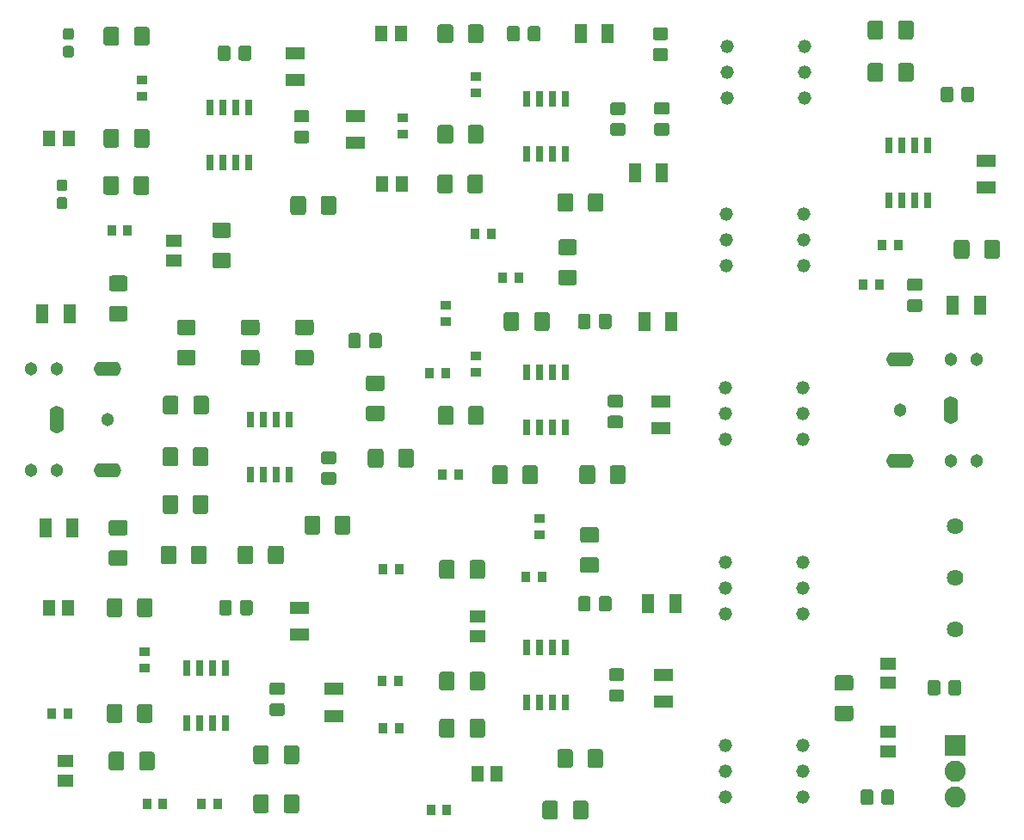
<source format=gts>
G04 #@! TF.GenerationSoftware,KiCad,Pcbnew,(5.1.2)-2*
G04 #@! TF.CreationDate,2021-02-16T01:53:11-08:00*
G04 #@! TF.ProjectId,FiveStageStereoEQ,46697665-5374-4616-9765-53746572656f,v01*
G04 #@! TF.SameCoordinates,Original*
G04 #@! TF.FileFunction,Soldermask,Top*
G04 #@! TF.FilePolarity,Negative*
%FSLAX46Y46*%
G04 Gerber Fmt 4.6, Leading zero omitted, Abs format (unit mm)*
G04 Created by KiCad (PCBNEW (5.1.2)-2) date 2021-02-16 01:53:11*
%MOMM*%
%LPD*%
G04 APERTURE LIST*
%ADD10O,1.409600X2.717600*%
%ADD11O,2.717600X1.409600*%
%ADD12C,1.301600*%
%ADD13C,1.318600*%
%ADD14R,0.751600X1.629600*%
%ADD15C,0.100000*%
%ADD16C,1.251600*%
%ADD17C,1.526600*%
%ADD18R,1.221600X1.881600*%
%ADD19R,1.881600X1.221600*%
%ADD20C,1.625600*%
%ADD21R,1.501600X1.151600*%
%ADD22C,1.051600*%
%ADD23R,1.151600X1.501600*%
%ADD24R,1.051600X0.901600*%
%ADD25R,0.901600X1.051600*%
%ADD26C,2.081600*%
%ADD27R,2.081600X2.081600*%
G04 APERTURE END LIST*
D10*
X176149000Y-93345000D03*
D11*
X171149000Y-88345000D03*
X171149000Y-98345000D03*
D12*
X178649000Y-98345000D03*
X176149000Y-98345000D03*
X171149000Y-93345000D03*
X178649000Y-88345000D03*
X176149000Y-88345000D03*
X88138000Y-99234000D03*
X85638000Y-99234000D03*
X93138000Y-94234000D03*
X88138000Y-89234000D03*
X85638000Y-89234000D03*
D11*
X93138000Y-89234000D03*
X93138000Y-99234000D03*
D10*
X88138000Y-94234000D03*
D13*
X153987500Y-96202500D03*
X153987500Y-93662500D03*
X153987500Y-91122500D03*
X161607500Y-96202500D03*
X161607500Y-91122500D03*
X161607500Y-93662500D03*
D14*
X173863000Y-72637200D03*
X172593000Y-72637200D03*
X171323000Y-72637200D03*
X170053000Y-72637200D03*
X170053000Y-67215200D03*
X171323000Y-67215200D03*
X172593000Y-67215200D03*
X173863000Y-67215200D03*
X104775000Y-124123000D03*
X103505000Y-124123000D03*
X102235000Y-124123000D03*
X100965000Y-124123000D03*
X100965000Y-118701000D03*
X102235000Y-118701000D03*
X103505000Y-118701000D03*
X104775000Y-118701000D03*
X138176000Y-122091000D03*
X136906000Y-122091000D03*
X135636000Y-122091000D03*
X134366000Y-122091000D03*
X134366000Y-116669000D03*
X135636000Y-116669000D03*
X136906000Y-116669000D03*
X138176000Y-116669000D03*
X138176000Y-95040000D03*
X136906000Y-95040000D03*
X135636000Y-95040000D03*
X134366000Y-95040000D03*
X134366000Y-89618000D03*
X135636000Y-89618000D03*
X136906000Y-89618000D03*
X138176000Y-89618000D03*
X138221720Y-68110920D03*
X136951720Y-68110920D03*
X135681720Y-68110920D03*
X134411720Y-68110920D03*
X134411720Y-62688920D03*
X135681720Y-62688920D03*
X136951720Y-62688920D03*
X138221720Y-62688920D03*
X107061000Y-68969440D03*
X105791000Y-68969440D03*
X104521000Y-68969440D03*
X103251000Y-68969440D03*
X103251000Y-63547440D03*
X104521000Y-63547440D03*
X105791000Y-63547440D03*
X107061000Y-63547440D03*
X110998000Y-99695000D03*
X109728000Y-99695000D03*
X108458000Y-99695000D03*
X107188000Y-99695000D03*
X107188000Y-94273000D03*
X108458000Y-94273000D03*
X109728000Y-94273000D03*
X110998000Y-94273000D03*
D13*
X153987500Y-131445000D03*
X153987500Y-128905000D03*
X153987500Y-126365000D03*
X161607500Y-131445000D03*
X161607500Y-126365000D03*
X161607500Y-128905000D03*
X161694500Y-76581000D03*
X161694500Y-74041000D03*
X161694500Y-79121000D03*
X154074500Y-74041000D03*
X154074500Y-76581000D03*
X154074500Y-79121000D03*
X154114500Y-62611000D03*
X154114500Y-60071000D03*
X154114500Y-57531000D03*
X161734500Y-62611000D03*
X161734500Y-57531000D03*
X161734500Y-60071000D03*
D15*
G36*
X174860383Y-119900510D02*
G01*
X174886795Y-119904428D01*
X174912696Y-119910916D01*
X174937837Y-119919911D01*
X174961974Y-119931328D01*
X174984877Y-119945055D01*
X175006324Y-119960961D01*
X175026108Y-119978892D01*
X175044039Y-119998676D01*
X175059945Y-120020123D01*
X175073672Y-120043026D01*
X175085089Y-120067163D01*
X175094084Y-120092304D01*
X175100572Y-120118205D01*
X175104490Y-120144617D01*
X175105800Y-120171286D01*
X175105800Y-121128714D01*
X175104490Y-121155383D01*
X175100572Y-121181795D01*
X175094084Y-121207696D01*
X175085089Y-121232837D01*
X175073672Y-121256974D01*
X175059945Y-121279877D01*
X175044039Y-121301324D01*
X175026108Y-121321108D01*
X175006324Y-121339039D01*
X174984877Y-121354945D01*
X174961974Y-121368672D01*
X174937837Y-121380089D01*
X174912696Y-121389084D01*
X174886795Y-121395572D01*
X174860383Y-121399490D01*
X174833714Y-121400800D01*
X174126286Y-121400800D01*
X174099617Y-121399490D01*
X174073205Y-121395572D01*
X174047304Y-121389084D01*
X174022163Y-121380089D01*
X173998026Y-121368672D01*
X173975123Y-121354945D01*
X173953676Y-121339039D01*
X173933892Y-121321108D01*
X173915961Y-121301324D01*
X173900055Y-121279877D01*
X173886328Y-121256974D01*
X173874911Y-121232837D01*
X173865916Y-121207696D01*
X173859428Y-121181795D01*
X173855510Y-121155383D01*
X173854200Y-121128714D01*
X173854200Y-120171286D01*
X173855510Y-120144617D01*
X173859428Y-120118205D01*
X173865916Y-120092304D01*
X173874911Y-120067163D01*
X173886328Y-120043026D01*
X173900055Y-120020123D01*
X173915961Y-119998676D01*
X173933892Y-119978892D01*
X173953676Y-119960961D01*
X173975123Y-119945055D01*
X173998026Y-119931328D01*
X174022163Y-119919911D01*
X174047304Y-119910916D01*
X174073205Y-119904428D01*
X174099617Y-119900510D01*
X174126286Y-119899200D01*
X174833714Y-119899200D01*
X174860383Y-119900510D01*
X174860383Y-119900510D01*
G37*
D16*
X174480000Y-120650000D03*
D15*
G36*
X176910383Y-119900510D02*
G01*
X176936795Y-119904428D01*
X176962696Y-119910916D01*
X176987837Y-119919911D01*
X177011974Y-119931328D01*
X177034877Y-119945055D01*
X177056324Y-119960961D01*
X177076108Y-119978892D01*
X177094039Y-119998676D01*
X177109945Y-120020123D01*
X177123672Y-120043026D01*
X177135089Y-120067163D01*
X177144084Y-120092304D01*
X177150572Y-120118205D01*
X177154490Y-120144617D01*
X177155800Y-120171286D01*
X177155800Y-121128714D01*
X177154490Y-121155383D01*
X177150572Y-121181795D01*
X177144084Y-121207696D01*
X177135089Y-121232837D01*
X177123672Y-121256974D01*
X177109945Y-121279877D01*
X177094039Y-121301324D01*
X177076108Y-121321108D01*
X177056324Y-121339039D01*
X177034877Y-121354945D01*
X177011974Y-121368672D01*
X176987837Y-121380089D01*
X176962696Y-121389084D01*
X176936795Y-121395572D01*
X176910383Y-121399490D01*
X176883714Y-121400800D01*
X176176286Y-121400800D01*
X176149617Y-121399490D01*
X176123205Y-121395572D01*
X176097304Y-121389084D01*
X176072163Y-121380089D01*
X176048026Y-121368672D01*
X176025123Y-121354945D01*
X176003676Y-121339039D01*
X175983892Y-121321108D01*
X175965961Y-121301324D01*
X175950055Y-121279877D01*
X175936328Y-121256974D01*
X175924911Y-121232837D01*
X175915916Y-121207696D01*
X175909428Y-121181795D01*
X175905510Y-121155383D01*
X175904200Y-121128714D01*
X175904200Y-120171286D01*
X175905510Y-120144617D01*
X175909428Y-120118205D01*
X175915916Y-120092304D01*
X175924911Y-120067163D01*
X175936328Y-120043026D01*
X175950055Y-120020123D01*
X175965961Y-119998676D01*
X175983892Y-119978892D01*
X176003676Y-119960961D01*
X176025123Y-119945055D01*
X176048026Y-119931328D01*
X176072163Y-119919911D01*
X176097304Y-119910916D01*
X176123205Y-119904428D01*
X176149617Y-119900510D01*
X176176286Y-119899200D01*
X176883714Y-119899200D01*
X176910383Y-119900510D01*
X176910383Y-119900510D01*
G37*
D16*
X176530000Y-120650000D03*
D15*
G36*
X170324383Y-130695510D02*
G01*
X170350795Y-130699428D01*
X170376696Y-130705916D01*
X170401837Y-130714911D01*
X170425974Y-130726328D01*
X170448877Y-130740055D01*
X170470324Y-130755961D01*
X170490108Y-130773892D01*
X170508039Y-130793676D01*
X170523945Y-130815123D01*
X170537672Y-130838026D01*
X170549089Y-130862163D01*
X170558084Y-130887304D01*
X170564572Y-130913205D01*
X170568490Y-130939617D01*
X170569800Y-130966286D01*
X170569800Y-131923714D01*
X170568490Y-131950383D01*
X170564572Y-131976795D01*
X170558084Y-132002696D01*
X170549089Y-132027837D01*
X170537672Y-132051974D01*
X170523945Y-132074877D01*
X170508039Y-132096324D01*
X170490108Y-132116108D01*
X170470324Y-132134039D01*
X170448877Y-132149945D01*
X170425974Y-132163672D01*
X170401837Y-132175089D01*
X170376696Y-132184084D01*
X170350795Y-132190572D01*
X170324383Y-132194490D01*
X170297714Y-132195800D01*
X169590286Y-132195800D01*
X169563617Y-132194490D01*
X169537205Y-132190572D01*
X169511304Y-132184084D01*
X169486163Y-132175089D01*
X169462026Y-132163672D01*
X169439123Y-132149945D01*
X169417676Y-132134039D01*
X169397892Y-132116108D01*
X169379961Y-132096324D01*
X169364055Y-132074877D01*
X169350328Y-132051974D01*
X169338911Y-132027837D01*
X169329916Y-132002696D01*
X169323428Y-131976795D01*
X169319510Y-131950383D01*
X169318200Y-131923714D01*
X169318200Y-130966286D01*
X169319510Y-130939617D01*
X169323428Y-130913205D01*
X169329916Y-130887304D01*
X169338911Y-130862163D01*
X169350328Y-130838026D01*
X169364055Y-130815123D01*
X169379961Y-130793676D01*
X169397892Y-130773892D01*
X169417676Y-130755961D01*
X169439123Y-130740055D01*
X169462026Y-130726328D01*
X169486163Y-130714911D01*
X169511304Y-130705916D01*
X169537205Y-130699428D01*
X169563617Y-130695510D01*
X169590286Y-130694200D01*
X170297714Y-130694200D01*
X170324383Y-130695510D01*
X170324383Y-130695510D01*
G37*
D16*
X169944000Y-131445000D03*
D15*
G36*
X168274383Y-130695510D02*
G01*
X168300795Y-130699428D01*
X168326696Y-130705916D01*
X168351837Y-130714911D01*
X168375974Y-130726328D01*
X168398877Y-130740055D01*
X168420324Y-130755961D01*
X168440108Y-130773892D01*
X168458039Y-130793676D01*
X168473945Y-130815123D01*
X168487672Y-130838026D01*
X168499089Y-130862163D01*
X168508084Y-130887304D01*
X168514572Y-130913205D01*
X168518490Y-130939617D01*
X168519800Y-130966286D01*
X168519800Y-131923714D01*
X168518490Y-131950383D01*
X168514572Y-131976795D01*
X168508084Y-132002696D01*
X168499089Y-132027837D01*
X168487672Y-132051974D01*
X168473945Y-132074877D01*
X168458039Y-132096324D01*
X168440108Y-132116108D01*
X168420324Y-132134039D01*
X168398877Y-132149945D01*
X168375974Y-132163672D01*
X168351837Y-132175089D01*
X168326696Y-132184084D01*
X168300795Y-132190572D01*
X168274383Y-132194490D01*
X168247714Y-132195800D01*
X167540286Y-132195800D01*
X167513617Y-132194490D01*
X167487205Y-132190572D01*
X167461304Y-132184084D01*
X167436163Y-132175089D01*
X167412026Y-132163672D01*
X167389123Y-132149945D01*
X167367676Y-132134039D01*
X167347892Y-132116108D01*
X167329961Y-132096324D01*
X167314055Y-132074877D01*
X167300328Y-132051974D01*
X167288911Y-132027837D01*
X167279916Y-132002696D01*
X167273428Y-131976795D01*
X167269510Y-131950383D01*
X167268200Y-131923714D01*
X167268200Y-130966286D01*
X167269510Y-130939617D01*
X167273428Y-130913205D01*
X167279916Y-130887304D01*
X167288911Y-130862163D01*
X167300328Y-130838026D01*
X167314055Y-130815123D01*
X167329961Y-130793676D01*
X167347892Y-130773892D01*
X167367676Y-130755961D01*
X167389123Y-130740055D01*
X167412026Y-130726328D01*
X167436163Y-130714911D01*
X167461304Y-130705916D01*
X167487205Y-130699428D01*
X167513617Y-130695510D01*
X167540286Y-130694200D01*
X168247714Y-130694200D01*
X168274383Y-130695510D01*
X168274383Y-130695510D01*
G37*
D16*
X167894000Y-131445000D03*
D15*
G36*
X166292226Y-122415950D02*
G01*
X166318225Y-122419806D01*
X166343720Y-122426192D01*
X166368467Y-122435047D01*
X166392227Y-122446284D01*
X166414771Y-122459797D01*
X166435881Y-122475453D01*
X166455356Y-122493104D01*
X166473007Y-122512579D01*
X166488663Y-122533689D01*
X166502176Y-122556233D01*
X166513413Y-122579993D01*
X166522268Y-122604740D01*
X166528654Y-122630235D01*
X166532510Y-122656234D01*
X166533800Y-122682485D01*
X166533800Y-123673435D01*
X166532510Y-123699686D01*
X166528654Y-123725685D01*
X166522268Y-123751180D01*
X166513413Y-123775927D01*
X166502176Y-123799687D01*
X166488663Y-123822231D01*
X166473007Y-123843341D01*
X166455356Y-123862816D01*
X166435881Y-123880467D01*
X166414771Y-123896123D01*
X166392227Y-123909636D01*
X166368467Y-123920873D01*
X166343720Y-123929728D01*
X166318225Y-123936114D01*
X166292226Y-123939970D01*
X166265975Y-123941260D01*
X164950025Y-123941260D01*
X164923774Y-123939970D01*
X164897775Y-123936114D01*
X164872280Y-123929728D01*
X164847533Y-123920873D01*
X164823773Y-123909636D01*
X164801229Y-123896123D01*
X164780119Y-123880467D01*
X164760644Y-123862816D01*
X164742993Y-123843341D01*
X164727337Y-123822231D01*
X164713824Y-123799687D01*
X164702587Y-123775927D01*
X164693732Y-123751180D01*
X164687346Y-123725685D01*
X164683490Y-123699686D01*
X164682200Y-123673435D01*
X164682200Y-122682485D01*
X164683490Y-122656234D01*
X164687346Y-122630235D01*
X164693732Y-122604740D01*
X164702587Y-122579993D01*
X164713824Y-122556233D01*
X164727337Y-122533689D01*
X164742993Y-122512579D01*
X164760644Y-122493104D01*
X164780119Y-122475453D01*
X164801229Y-122459797D01*
X164823773Y-122446284D01*
X164847533Y-122435047D01*
X164872280Y-122426192D01*
X164897775Y-122419806D01*
X164923774Y-122415950D01*
X164950025Y-122414660D01*
X166265975Y-122414660D01*
X166292226Y-122415950D01*
X166292226Y-122415950D01*
G37*
D17*
X165608000Y-123177960D03*
D15*
G36*
X166292226Y-119440950D02*
G01*
X166318225Y-119444806D01*
X166343720Y-119451192D01*
X166368467Y-119460047D01*
X166392227Y-119471284D01*
X166414771Y-119484797D01*
X166435881Y-119500453D01*
X166455356Y-119518104D01*
X166473007Y-119537579D01*
X166488663Y-119558689D01*
X166502176Y-119581233D01*
X166513413Y-119604993D01*
X166522268Y-119629740D01*
X166528654Y-119655235D01*
X166532510Y-119681234D01*
X166533800Y-119707485D01*
X166533800Y-120698435D01*
X166532510Y-120724686D01*
X166528654Y-120750685D01*
X166522268Y-120776180D01*
X166513413Y-120800927D01*
X166502176Y-120824687D01*
X166488663Y-120847231D01*
X166473007Y-120868341D01*
X166455356Y-120887816D01*
X166435881Y-120905467D01*
X166414771Y-120921123D01*
X166392227Y-120934636D01*
X166368467Y-120945873D01*
X166343720Y-120954728D01*
X166318225Y-120961114D01*
X166292226Y-120964970D01*
X166265975Y-120966260D01*
X164950025Y-120966260D01*
X164923774Y-120964970D01*
X164897775Y-120961114D01*
X164872280Y-120954728D01*
X164847533Y-120945873D01*
X164823773Y-120934636D01*
X164801229Y-120921123D01*
X164780119Y-120905467D01*
X164760644Y-120887816D01*
X164742993Y-120868341D01*
X164727337Y-120847231D01*
X164713824Y-120824687D01*
X164702587Y-120800927D01*
X164693732Y-120776180D01*
X164687346Y-120750685D01*
X164683490Y-120724686D01*
X164682200Y-120698435D01*
X164682200Y-119707485D01*
X164683490Y-119681234D01*
X164687346Y-119655235D01*
X164693732Y-119629740D01*
X164702587Y-119604993D01*
X164713824Y-119581233D01*
X164727337Y-119558689D01*
X164742993Y-119537579D01*
X164760644Y-119518104D01*
X164780119Y-119500453D01*
X164801229Y-119484797D01*
X164823773Y-119471284D01*
X164847533Y-119460047D01*
X164872280Y-119451192D01*
X164897775Y-119444806D01*
X164923774Y-119440950D01*
X164950025Y-119439660D01*
X166265975Y-119439660D01*
X166292226Y-119440950D01*
X166292226Y-119440950D01*
G37*
D17*
X165608000Y-120202960D03*
D18*
X89433400Y-83820000D03*
X86773400Y-83820000D03*
D15*
G36*
X113842226Y-103723490D02*
G01*
X113868225Y-103727346D01*
X113893720Y-103733732D01*
X113918467Y-103742587D01*
X113942227Y-103753824D01*
X113964771Y-103767337D01*
X113985881Y-103782993D01*
X114005356Y-103800644D01*
X114023007Y-103820119D01*
X114038663Y-103841229D01*
X114052176Y-103863773D01*
X114063413Y-103887533D01*
X114072268Y-103912280D01*
X114078654Y-103937775D01*
X114082510Y-103963774D01*
X114083800Y-103990025D01*
X114083800Y-105305975D01*
X114082510Y-105332226D01*
X114078654Y-105358225D01*
X114072268Y-105383720D01*
X114063413Y-105408467D01*
X114052176Y-105432227D01*
X114038663Y-105454771D01*
X114023007Y-105475881D01*
X114005356Y-105495356D01*
X113985881Y-105513007D01*
X113964771Y-105528663D01*
X113942227Y-105542176D01*
X113918467Y-105553413D01*
X113893720Y-105562268D01*
X113868225Y-105568654D01*
X113842226Y-105572510D01*
X113815975Y-105573800D01*
X112825025Y-105573800D01*
X112798774Y-105572510D01*
X112772775Y-105568654D01*
X112747280Y-105562268D01*
X112722533Y-105553413D01*
X112698773Y-105542176D01*
X112676229Y-105528663D01*
X112655119Y-105513007D01*
X112635644Y-105495356D01*
X112617993Y-105475881D01*
X112602337Y-105454771D01*
X112588824Y-105432227D01*
X112577587Y-105408467D01*
X112568732Y-105383720D01*
X112562346Y-105358225D01*
X112558490Y-105332226D01*
X112557200Y-105305975D01*
X112557200Y-103990025D01*
X112558490Y-103963774D01*
X112562346Y-103937775D01*
X112568732Y-103912280D01*
X112577587Y-103887533D01*
X112588824Y-103863773D01*
X112602337Y-103841229D01*
X112617993Y-103820119D01*
X112635644Y-103800644D01*
X112655119Y-103782993D01*
X112676229Y-103767337D01*
X112698773Y-103753824D01*
X112722533Y-103742587D01*
X112747280Y-103733732D01*
X112772775Y-103727346D01*
X112798774Y-103723490D01*
X112825025Y-103722200D01*
X113815975Y-103722200D01*
X113842226Y-103723490D01*
X113842226Y-103723490D01*
G37*
D17*
X113320500Y-104648000D03*
D15*
G36*
X116817226Y-103723490D02*
G01*
X116843225Y-103727346D01*
X116868720Y-103733732D01*
X116893467Y-103742587D01*
X116917227Y-103753824D01*
X116939771Y-103767337D01*
X116960881Y-103782993D01*
X116980356Y-103800644D01*
X116998007Y-103820119D01*
X117013663Y-103841229D01*
X117027176Y-103863773D01*
X117038413Y-103887533D01*
X117047268Y-103912280D01*
X117053654Y-103937775D01*
X117057510Y-103963774D01*
X117058800Y-103990025D01*
X117058800Y-105305975D01*
X117057510Y-105332226D01*
X117053654Y-105358225D01*
X117047268Y-105383720D01*
X117038413Y-105408467D01*
X117027176Y-105432227D01*
X117013663Y-105454771D01*
X116998007Y-105475881D01*
X116980356Y-105495356D01*
X116960881Y-105513007D01*
X116939771Y-105528663D01*
X116917227Y-105542176D01*
X116893467Y-105553413D01*
X116868720Y-105562268D01*
X116843225Y-105568654D01*
X116817226Y-105572510D01*
X116790975Y-105573800D01*
X115800025Y-105573800D01*
X115773774Y-105572510D01*
X115747775Y-105568654D01*
X115722280Y-105562268D01*
X115697533Y-105553413D01*
X115673773Y-105542176D01*
X115651229Y-105528663D01*
X115630119Y-105513007D01*
X115610644Y-105495356D01*
X115592993Y-105475881D01*
X115577337Y-105454771D01*
X115563824Y-105432227D01*
X115552587Y-105408467D01*
X115543732Y-105383720D01*
X115537346Y-105358225D01*
X115533490Y-105332226D01*
X115532200Y-105305975D01*
X115532200Y-103990025D01*
X115533490Y-103963774D01*
X115537346Y-103937775D01*
X115543732Y-103912280D01*
X115552587Y-103887533D01*
X115563824Y-103863773D01*
X115577337Y-103841229D01*
X115592993Y-103820119D01*
X115610644Y-103800644D01*
X115630119Y-103782993D01*
X115651229Y-103767337D01*
X115673773Y-103753824D01*
X115697533Y-103742587D01*
X115722280Y-103733732D01*
X115747775Y-103727346D01*
X115773774Y-103723490D01*
X115800025Y-103722200D01*
X116790975Y-103722200D01*
X116817226Y-103723490D01*
X116817226Y-103723490D01*
G37*
D17*
X116295500Y-104648000D03*
D15*
G36*
X120191226Y-89915990D02*
G01*
X120217225Y-89919846D01*
X120242720Y-89926232D01*
X120267467Y-89935087D01*
X120291227Y-89946324D01*
X120313771Y-89959837D01*
X120334881Y-89975493D01*
X120354356Y-89993144D01*
X120372007Y-90012619D01*
X120387663Y-90033729D01*
X120401176Y-90056273D01*
X120412413Y-90080033D01*
X120421268Y-90104780D01*
X120427654Y-90130275D01*
X120431510Y-90156274D01*
X120432800Y-90182525D01*
X120432800Y-91173475D01*
X120431510Y-91199726D01*
X120427654Y-91225725D01*
X120421268Y-91251220D01*
X120412413Y-91275967D01*
X120401176Y-91299727D01*
X120387663Y-91322271D01*
X120372007Y-91343381D01*
X120354356Y-91362856D01*
X120334881Y-91380507D01*
X120313771Y-91396163D01*
X120291227Y-91409676D01*
X120267467Y-91420913D01*
X120242720Y-91429768D01*
X120217225Y-91436154D01*
X120191226Y-91440010D01*
X120164975Y-91441300D01*
X118849025Y-91441300D01*
X118822774Y-91440010D01*
X118796775Y-91436154D01*
X118771280Y-91429768D01*
X118746533Y-91420913D01*
X118722773Y-91409676D01*
X118700229Y-91396163D01*
X118679119Y-91380507D01*
X118659644Y-91362856D01*
X118641993Y-91343381D01*
X118626337Y-91322271D01*
X118612824Y-91299727D01*
X118601587Y-91275967D01*
X118592732Y-91251220D01*
X118586346Y-91225725D01*
X118582490Y-91199726D01*
X118581200Y-91173475D01*
X118581200Y-90182525D01*
X118582490Y-90156274D01*
X118586346Y-90130275D01*
X118592732Y-90104780D01*
X118601587Y-90080033D01*
X118612824Y-90056273D01*
X118626337Y-90033729D01*
X118641993Y-90012619D01*
X118659644Y-89993144D01*
X118679119Y-89975493D01*
X118700229Y-89959837D01*
X118722773Y-89946324D01*
X118746533Y-89935087D01*
X118771280Y-89926232D01*
X118796775Y-89919846D01*
X118822774Y-89915990D01*
X118849025Y-89914700D01*
X120164975Y-89914700D01*
X120191226Y-89915990D01*
X120191226Y-89915990D01*
G37*
D17*
X119507000Y-90678000D03*
D15*
G36*
X120191226Y-92890990D02*
G01*
X120217225Y-92894846D01*
X120242720Y-92901232D01*
X120267467Y-92910087D01*
X120291227Y-92921324D01*
X120313771Y-92934837D01*
X120334881Y-92950493D01*
X120354356Y-92968144D01*
X120372007Y-92987619D01*
X120387663Y-93008729D01*
X120401176Y-93031273D01*
X120412413Y-93055033D01*
X120421268Y-93079780D01*
X120427654Y-93105275D01*
X120431510Y-93131274D01*
X120432800Y-93157525D01*
X120432800Y-94148475D01*
X120431510Y-94174726D01*
X120427654Y-94200725D01*
X120421268Y-94226220D01*
X120412413Y-94250967D01*
X120401176Y-94274727D01*
X120387663Y-94297271D01*
X120372007Y-94318381D01*
X120354356Y-94337856D01*
X120334881Y-94355507D01*
X120313771Y-94371163D01*
X120291227Y-94384676D01*
X120267467Y-94395913D01*
X120242720Y-94404768D01*
X120217225Y-94411154D01*
X120191226Y-94415010D01*
X120164975Y-94416300D01*
X118849025Y-94416300D01*
X118822774Y-94415010D01*
X118796775Y-94411154D01*
X118771280Y-94404768D01*
X118746533Y-94395913D01*
X118722773Y-94384676D01*
X118700229Y-94371163D01*
X118679119Y-94355507D01*
X118659644Y-94337856D01*
X118641993Y-94318381D01*
X118626337Y-94297271D01*
X118612824Y-94274727D01*
X118601587Y-94250967D01*
X118592732Y-94226220D01*
X118586346Y-94200725D01*
X118582490Y-94174726D01*
X118581200Y-94148475D01*
X118581200Y-93157525D01*
X118582490Y-93131274D01*
X118586346Y-93105275D01*
X118592732Y-93079780D01*
X118601587Y-93055033D01*
X118612824Y-93031273D01*
X118626337Y-93008729D01*
X118641993Y-92987619D01*
X118659644Y-92968144D01*
X118679119Y-92950493D01*
X118700229Y-92934837D01*
X118722773Y-92921324D01*
X118746533Y-92910087D01*
X118771280Y-92901232D01*
X118796775Y-92894846D01*
X118822774Y-92890990D01*
X118849025Y-92889700D01*
X120164975Y-92889700D01*
X120191226Y-92890990D01*
X120191226Y-92890990D01*
G37*
D17*
X119507000Y-93653000D03*
D15*
G36*
X94066726Y-55590490D02*
G01*
X94092725Y-55594346D01*
X94118220Y-55600732D01*
X94142967Y-55609587D01*
X94166727Y-55620824D01*
X94189271Y-55634337D01*
X94210381Y-55649993D01*
X94229856Y-55667644D01*
X94247507Y-55687119D01*
X94263163Y-55708229D01*
X94276676Y-55730773D01*
X94287913Y-55754533D01*
X94296768Y-55779280D01*
X94303154Y-55804775D01*
X94307010Y-55830774D01*
X94308300Y-55857025D01*
X94308300Y-57172975D01*
X94307010Y-57199226D01*
X94303154Y-57225225D01*
X94296768Y-57250720D01*
X94287913Y-57275467D01*
X94276676Y-57299227D01*
X94263163Y-57321771D01*
X94247507Y-57342881D01*
X94229856Y-57362356D01*
X94210381Y-57380007D01*
X94189271Y-57395663D01*
X94166727Y-57409176D01*
X94142967Y-57420413D01*
X94118220Y-57429268D01*
X94092725Y-57435654D01*
X94066726Y-57439510D01*
X94040475Y-57440800D01*
X93049525Y-57440800D01*
X93023274Y-57439510D01*
X92997275Y-57435654D01*
X92971780Y-57429268D01*
X92947033Y-57420413D01*
X92923273Y-57409176D01*
X92900729Y-57395663D01*
X92879619Y-57380007D01*
X92860144Y-57362356D01*
X92842493Y-57342881D01*
X92826837Y-57321771D01*
X92813324Y-57299227D01*
X92802087Y-57275467D01*
X92793232Y-57250720D01*
X92786846Y-57225225D01*
X92782990Y-57199226D01*
X92781700Y-57172975D01*
X92781700Y-55857025D01*
X92782990Y-55830774D01*
X92786846Y-55804775D01*
X92793232Y-55779280D01*
X92802087Y-55754533D01*
X92813324Y-55730773D01*
X92826837Y-55708229D01*
X92842493Y-55687119D01*
X92860144Y-55667644D01*
X92879619Y-55649993D01*
X92900729Y-55634337D01*
X92923273Y-55620824D01*
X92947033Y-55609587D01*
X92971780Y-55600732D01*
X92997275Y-55594346D01*
X93023274Y-55590490D01*
X93049525Y-55589200D01*
X94040475Y-55589200D01*
X94066726Y-55590490D01*
X94066726Y-55590490D01*
G37*
D17*
X93545000Y-56515000D03*
D15*
G36*
X97041726Y-55590490D02*
G01*
X97067725Y-55594346D01*
X97093220Y-55600732D01*
X97117967Y-55609587D01*
X97141727Y-55620824D01*
X97164271Y-55634337D01*
X97185381Y-55649993D01*
X97204856Y-55667644D01*
X97222507Y-55687119D01*
X97238163Y-55708229D01*
X97251676Y-55730773D01*
X97262913Y-55754533D01*
X97271768Y-55779280D01*
X97278154Y-55804775D01*
X97282010Y-55830774D01*
X97283300Y-55857025D01*
X97283300Y-57172975D01*
X97282010Y-57199226D01*
X97278154Y-57225225D01*
X97271768Y-57250720D01*
X97262913Y-57275467D01*
X97251676Y-57299227D01*
X97238163Y-57321771D01*
X97222507Y-57342881D01*
X97204856Y-57362356D01*
X97185381Y-57380007D01*
X97164271Y-57395663D01*
X97141727Y-57409176D01*
X97117967Y-57420413D01*
X97093220Y-57429268D01*
X97067725Y-57435654D01*
X97041726Y-57439510D01*
X97015475Y-57440800D01*
X96024525Y-57440800D01*
X95998274Y-57439510D01*
X95972275Y-57435654D01*
X95946780Y-57429268D01*
X95922033Y-57420413D01*
X95898273Y-57409176D01*
X95875729Y-57395663D01*
X95854619Y-57380007D01*
X95835144Y-57362356D01*
X95817493Y-57342881D01*
X95801837Y-57321771D01*
X95788324Y-57299227D01*
X95777087Y-57275467D01*
X95768232Y-57250720D01*
X95761846Y-57225225D01*
X95757990Y-57199226D01*
X95756700Y-57172975D01*
X95756700Y-55857025D01*
X95757990Y-55830774D01*
X95761846Y-55804775D01*
X95768232Y-55779280D01*
X95777087Y-55754533D01*
X95788324Y-55730773D01*
X95801837Y-55708229D01*
X95817493Y-55687119D01*
X95835144Y-55667644D01*
X95854619Y-55649993D01*
X95875729Y-55634337D01*
X95898273Y-55620824D01*
X95922033Y-55609587D01*
X95946780Y-55600732D01*
X95972275Y-55594346D01*
X95998274Y-55590490D01*
X96024525Y-55589200D01*
X97015475Y-55589200D01*
X97041726Y-55590490D01*
X97041726Y-55590490D01*
G37*
D17*
X96520000Y-56515000D03*
D15*
G36*
X97041726Y-65623490D02*
G01*
X97067725Y-65627346D01*
X97093220Y-65633732D01*
X97117967Y-65642587D01*
X97141727Y-65653824D01*
X97164271Y-65667337D01*
X97185381Y-65682993D01*
X97204856Y-65700644D01*
X97222507Y-65720119D01*
X97238163Y-65741229D01*
X97251676Y-65763773D01*
X97262913Y-65787533D01*
X97271768Y-65812280D01*
X97278154Y-65837775D01*
X97282010Y-65863774D01*
X97283300Y-65890025D01*
X97283300Y-67205975D01*
X97282010Y-67232226D01*
X97278154Y-67258225D01*
X97271768Y-67283720D01*
X97262913Y-67308467D01*
X97251676Y-67332227D01*
X97238163Y-67354771D01*
X97222507Y-67375881D01*
X97204856Y-67395356D01*
X97185381Y-67413007D01*
X97164271Y-67428663D01*
X97141727Y-67442176D01*
X97117967Y-67453413D01*
X97093220Y-67462268D01*
X97067725Y-67468654D01*
X97041726Y-67472510D01*
X97015475Y-67473800D01*
X96024525Y-67473800D01*
X95998274Y-67472510D01*
X95972275Y-67468654D01*
X95946780Y-67462268D01*
X95922033Y-67453413D01*
X95898273Y-67442176D01*
X95875729Y-67428663D01*
X95854619Y-67413007D01*
X95835144Y-67395356D01*
X95817493Y-67375881D01*
X95801837Y-67354771D01*
X95788324Y-67332227D01*
X95777087Y-67308467D01*
X95768232Y-67283720D01*
X95761846Y-67258225D01*
X95757990Y-67232226D01*
X95756700Y-67205975D01*
X95756700Y-65890025D01*
X95757990Y-65863774D01*
X95761846Y-65837775D01*
X95768232Y-65812280D01*
X95777087Y-65787533D01*
X95788324Y-65763773D01*
X95801837Y-65741229D01*
X95817493Y-65720119D01*
X95835144Y-65700644D01*
X95854619Y-65682993D01*
X95875729Y-65667337D01*
X95898273Y-65653824D01*
X95922033Y-65642587D01*
X95946780Y-65633732D01*
X95972275Y-65627346D01*
X95998274Y-65623490D01*
X96024525Y-65622200D01*
X97015475Y-65622200D01*
X97041726Y-65623490D01*
X97041726Y-65623490D01*
G37*
D17*
X96520000Y-66548000D03*
D15*
G36*
X94066726Y-65623490D02*
G01*
X94092725Y-65627346D01*
X94118220Y-65633732D01*
X94142967Y-65642587D01*
X94166727Y-65653824D01*
X94189271Y-65667337D01*
X94210381Y-65682993D01*
X94229856Y-65700644D01*
X94247507Y-65720119D01*
X94263163Y-65741229D01*
X94276676Y-65763773D01*
X94287913Y-65787533D01*
X94296768Y-65812280D01*
X94303154Y-65837775D01*
X94307010Y-65863774D01*
X94308300Y-65890025D01*
X94308300Y-67205975D01*
X94307010Y-67232226D01*
X94303154Y-67258225D01*
X94296768Y-67283720D01*
X94287913Y-67308467D01*
X94276676Y-67332227D01*
X94263163Y-67354771D01*
X94247507Y-67375881D01*
X94229856Y-67395356D01*
X94210381Y-67413007D01*
X94189271Y-67428663D01*
X94166727Y-67442176D01*
X94142967Y-67453413D01*
X94118220Y-67462268D01*
X94092725Y-67468654D01*
X94066726Y-67472510D01*
X94040475Y-67473800D01*
X93049525Y-67473800D01*
X93023274Y-67472510D01*
X92997275Y-67468654D01*
X92971780Y-67462268D01*
X92947033Y-67453413D01*
X92923273Y-67442176D01*
X92900729Y-67428663D01*
X92879619Y-67413007D01*
X92860144Y-67395356D01*
X92842493Y-67375881D01*
X92826837Y-67354771D01*
X92813324Y-67332227D01*
X92802087Y-67308467D01*
X92793232Y-67283720D01*
X92786846Y-67258225D01*
X92782990Y-67232226D01*
X92781700Y-67205975D01*
X92781700Y-65890025D01*
X92782990Y-65863774D01*
X92786846Y-65837775D01*
X92793232Y-65812280D01*
X92802087Y-65787533D01*
X92813324Y-65763773D01*
X92826837Y-65741229D01*
X92842493Y-65720119D01*
X92860144Y-65700644D01*
X92879619Y-65682993D01*
X92900729Y-65667337D01*
X92923273Y-65653824D01*
X92947033Y-65642587D01*
X92971780Y-65633732D01*
X92997275Y-65627346D01*
X93023274Y-65623490D01*
X93049525Y-65622200D01*
X94040475Y-65622200D01*
X94066726Y-65623490D01*
X94066726Y-65623490D01*
G37*
D17*
X93545000Y-66548000D03*
D15*
G36*
X126923226Y-55336490D02*
G01*
X126949225Y-55340346D01*
X126974720Y-55346732D01*
X126999467Y-55355587D01*
X127023227Y-55366824D01*
X127045771Y-55380337D01*
X127066881Y-55395993D01*
X127086356Y-55413644D01*
X127104007Y-55433119D01*
X127119663Y-55454229D01*
X127133176Y-55476773D01*
X127144413Y-55500533D01*
X127153268Y-55525280D01*
X127159654Y-55550775D01*
X127163510Y-55576774D01*
X127164800Y-55603025D01*
X127164800Y-56918975D01*
X127163510Y-56945226D01*
X127159654Y-56971225D01*
X127153268Y-56996720D01*
X127144413Y-57021467D01*
X127133176Y-57045227D01*
X127119663Y-57067771D01*
X127104007Y-57088881D01*
X127086356Y-57108356D01*
X127066881Y-57126007D01*
X127045771Y-57141663D01*
X127023227Y-57155176D01*
X126999467Y-57166413D01*
X126974720Y-57175268D01*
X126949225Y-57181654D01*
X126923226Y-57185510D01*
X126896975Y-57186800D01*
X125906025Y-57186800D01*
X125879774Y-57185510D01*
X125853775Y-57181654D01*
X125828280Y-57175268D01*
X125803533Y-57166413D01*
X125779773Y-57155176D01*
X125757229Y-57141663D01*
X125736119Y-57126007D01*
X125716644Y-57108356D01*
X125698993Y-57088881D01*
X125683337Y-57067771D01*
X125669824Y-57045227D01*
X125658587Y-57021467D01*
X125649732Y-56996720D01*
X125643346Y-56971225D01*
X125639490Y-56945226D01*
X125638200Y-56918975D01*
X125638200Y-55603025D01*
X125639490Y-55576774D01*
X125643346Y-55550775D01*
X125649732Y-55525280D01*
X125658587Y-55500533D01*
X125669824Y-55476773D01*
X125683337Y-55454229D01*
X125698993Y-55433119D01*
X125716644Y-55413644D01*
X125736119Y-55395993D01*
X125757229Y-55380337D01*
X125779773Y-55366824D01*
X125803533Y-55355587D01*
X125828280Y-55346732D01*
X125853775Y-55340346D01*
X125879774Y-55336490D01*
X125906025Y-55335200D01*
X126896975Y-55335200D01*
X126923226Y-55336490D01*
X126923226Y-55336490D01*
G37*
D17*
X126401500Y-56261000D03*
D15*
G36*
X129898226Y-55336490D02*
G01*
X129924225Y-55340346D01*
X129949720Y-55346732D01*
X129974467Y-55355587D01*
X129998227Y-55366824D01*
X130020771Y-55380337D01*
X130041881Y-55395993D01*
X130061356Y-55413644D01*
X130079007Y-55433119D01*
X130094663Y-55454229D01*
X130108176Y-55476773D01*
X130119413Y-55500533D01*
X130128268Y-55525280D01*
X130134654Y-55550775D01*
X130138510Y-55576774D01*
X130139800Y-55603025D01*
X130139800Y-56918975D01*
X130138510Y-56945226D01*
X130134654Y-56971225D01*
X130128268Y-56996720D01*
X130119413Y-57021467D01*
X130108176Y-57045227D01*
X130094663Y-57067771D01*
X130079007Y-57088881D01*
X130061356Y-57108356D01*
X130041881Y-57126007D01*
X130020771Y-57141663D01*
X129998227Y-57155176D01*
X129974467Y-57166413D01*
X129949720Y-57175268D01*
X129924225Y-57181654D01*
X129898226Y-57185510D01*
X129871975Y-57186800D01*
X128881025Y-57186800D01*
X128854774Y-57185510D01*
X128828775Y-57181654D01*
X128803280Y-57175268D01*
X128778533Y-57166413D01*
X128754773Y-57155176D01*
X128732229Y-57141663D01*
X128711119Y-57126007D01*
X128691644Y-57108356D01*
X128673993Y-57088881D01*
X128658337Y-57067771D01*
X128644824Y-57045227D01*
X128633587Y-57021467D01*
X128624732Y-56996720D01*
X128618346Y-56971225D01*
X128614490Y-56945226D01*
X128613200Y-56918975D01*
X128613200Y-55603025D01*
X128614490Y-55576774D01*
X128618346Y-55550775D01*
X128624732Y-55525280D01*
X128633587Y-55500533D01*
X128644824Y-55476773D01*
X128658337Y-55454229D01*
X128673993Y-55433119D01*
X128691644Y-55413644D01*
X128711119Y-55395993D01*
X128732229Y-55380337D01*
X128754773Y-55366824D01*
X128778533Y-55355587D01*
X128803280Y-55346732D01*
X128828775Y-55340346D01*
X128854774Y-55336490D01*
X128881025Y-55335200D01*
X129871975Y-55335200D01*
X129898226Y-55336490D01*
X129898226Y-55336490D01*
G37*
D17*
X129376500Y-56261000D03*
D15*
G36*
X129898226Y-65242490D02*
G01*
X129924225Y-65246346D01*
X129949720Y-65252732D01*
X129974467Y-65261587D01*
X129998227Y-65272824D01*
X130020771Y-65286337D01*
X130041881Y-65301993D01*
X130061356Y-65319644D01*
X130079007Y-65339119D01*
X130094663Y-65360229D01*
X130108176Y-65382773D01*
X130119413Y-65406533D01*
X130128268Y-65431280D01*
X130134654Y-65456775D01*
X130138510Y-65482774D01*
X130139800Y-65509025D01*
X130139800Y-66824975D01*
X130138510Y-66851226D01*
X130134654Y-66877225D01*
X130128268Y-66902720D01*
X130119413Y-66927467D01*
X130108176Y-66951227D01*
X130094663Y-66973771D01*
X130079007Y-66994881D01*
X130061356Y-67014356D01*
X130041881Y-67032007D01*
X130020771Y-67047663D01*
X129998227Y-67061176D01*
X129974467Y-67072413D01*
X129949720Y-67081268D01*
X129924225Y-67087654D01*
X129898226Y-67091510D01*
X129871975Y-67092800D01*
X128881025Y-67092800D01*
X128854774Y-67091510D01*
X128828775Y-67087654D01*
X128803280Y-67081268D01*
X128778533Y-67072413D01*
X128754773Y-67061176D01*
X128732229Y-67047663D01*
X128711119Y-67032007D01*
X128691644Y-67014356D01*
X128673993Y-66994881D01*
X128658337Y-66973771D01*
X128644824Y-66951227D01*
X128633587Y-66927467D01*
X128624732Y-66902720D01*
X128618346Y-66877225D01*
X128614490Y-66851226D01*
X128613200Y-66824975D01*
X128613200Y-65509025D01*
X128614490Y-65482774D01*
X128618346Y-65456775D01*
X128624732Y-65431280D01*
X128633587Y-65406533D01*
X128644824Y-65382773D01*
X128658337Y-65360229D01*
X128673993Y-65339119D01*
X128691644Y-65319644D01*
X128711119Y-65301993D01*
X128732229Y-65286337D01*
X128754773Y-65272824D01*
X128778533Y-65261587D01*
X128803280Y-65252732D01*
X128828775Y-65246346D01*
X128854774Y-65242490D01*
X128881025Y-65241200D01*
X129871975Y-65241200D01*
X129898226Y-65242490D01*
X129898226Y-65242490D01*
G37*
D17*
X129376500Y-66167000D03*
D15*
G36*
X126923226Y-65242490D02*
G01*
X126949225Y-65246346D01*
X126974720Y-65252732D01*
X126999467Y-65261587D01*
X127023227Y-65272824D01*
X127045771Y-65286337D01*
X127066881Y-65301993D01*
X127086356Y-65319644D01*
X127104007Y-65339119D01*
X127119663Y-65360229D01*
X127133176Y-65382773D01*
X127144413Y-65406533D01*
X127153268Y-65431280D01*
X127159654Y-65456775D01*
X127163510Y-65482774D01*
X127164800Y-65509025D01*
X127164800Y-66824975D01*
X127163510Y-66851226D01*
X127159654Y-66877225D01*
X127153268Y-66902720D01*
X127144413Y-66927467D01*
X127133176Y-66951227D01*
X127119663Y-66973771D01*
X127104007Y-66994881D01*
X127086356Y-67014356D01*
X127066881Y-67032007D01*
X127045771Y-67047663D01*
X127023227Y-67061176D01*
X126999467Y-67072413D01*
X126974720Y-67081268D01*
X126949225Y-67087654D01*
X126923226Y-67091510D01*
X126896975Y-67092800D01*
X125906025Y-67092800D01*
X125879774Y-67091510D01*
X125853775Y-67087654D01*
X125828280Y-67081268D01*
X125803533Y-67072413D01*
X125779773Y-67061176D01*
X125757229Y-67047663D01*
X125736119Y-67032007D01*
X125716644Y-67014356D01*
X125698993Y-66994881D01*
X125683337Y-66973771D01*
X125669824Y-66951227D01*
X125658587Y-66927467D01*
X125649732Y-66902720D01*
X125643346Y-66877225D01*
X125639490Y-66851226D01*
X125638200Y-66824975D01*
X125638200Y-65509025D01*
X125639490Y-65482774D01*
X125643346Y-65456775D01*
X125649732Y-65431280D01*
X125658587Y-65406533D01*
X125669824Y-65382773D01*
X125683337Y-65360229D01*
X125698993Y-65339119D01*
X125716644Y-65319644D01*
X125736119Y-65301993D01*
X125757229Y-65286337D01*
X125779773Y-65272824D01*
X125803533Y-65261587D01*
X125828280Y-65252732D01*
X125853775Y-65246346D01*
X125879774Y-65242490D01*
X125906025Y-65241200D01*
X126896975Y-65241200D01*
X126923226Y-65242490D01*
X126923226Y-65242490D01*
G37*
D17*
X126401500Y-66167000D03*
D15*
G36*
X136411726Y-83657490D02*
G01*
X136437725Y-83661346D01*
X136463220Y-83667732D01*
X136487967Y-83676587D01*
X136511727Y-83687824D01*
X136534271Y-83701337D01*
X136555381Y-83716993D01*
X136574856Y-83734644D01*
X136592507Y-83754119D01*
X136608163Y-83775229D01*
X136621676Y-83797773D01*
X136632913Y-83821533D01*
X136641768Y-83846280D01*
X136648154Y-83871775D01*
X136652010Y-83897774D01*
X136653300Y-83924025D01*
X136653300Y-85239975D01*
X136652010Y-85266226D01*
X136648154Y-85292225D01*
X136641768Y-85317720D01*
X136632913Y-85342467D01*
X136621676Y-85366227D01*
X136608163Y-85388771D01*
X136592507Y-85409881D01*
X136574856Y-85429356D01*
X136555381Y-85447007D01*
X136534271Y-85462663D01*
X136511727Y-85476176D01*
X136487967Y-85487413D01*
X136463220Y-85496268D01*
X136437725Y-85502654D01*
X136411726Y-85506510D01*
X136385475Y-85507800D01*
X135394525Y-85507800D01*
X135368274Y-85506510D01*
X135342275Y-85502654D01*
X135316780Y-85496268D01*
X135292033Y-85487413D01*
X135268273Y-85476176D01*
X135245729Y-85462663D01*
X135224619Y-85447007D01*
X135205144Y-85429356D01*
X135187493Y-85409881D01*
X135171837Y-85388771D01*
X135158324Y-85366227D01*
X135147087Y-85342467D01*
X135138232Y-85317720D01*
X135131846Y-85292225D01*
X135127990Y-85266226D01*
X135126700Y-85239975D01*
X135126700Y-83924025D01*
X135127990Y-83897774D01*
X135131846Y-83871775D01*
X135138232Y-83846280D01*
X135147087Y-83821533D01*
X135158324Y-83797773D01*
X135171837Y-83775229D01*
X135187493Y-83754119D01*
X135205144Y-83734644D01*
X135224619Y-83716993D01*
X135245729Y-83701337D01*
X135268273Y-83687824D01*
X135292033Y-83676587D01*
X135316780Y-83667732D01*
X135342275Y-83661346D01*
X135368274Y-83657490D01*
X135394525Y-83656200D01*
X136385475Y-83656200D01*
X136411726Y-83657490D01*
X136411726Y-83657490D01*
G37*
D17*
X135890000Y-84582000D03*
D15*
G36*
X133436726Y-83657490D02*
G01*
X133462725Y-83661346D01*
X133488220Y-83667732D01*
X133512967Y-83676587D01*
X133536727Y-83687824D01*
X133559271Y-83701337D01*
X133580381Y-83716993D01*
X133599856Y-83734644D01*
X133617507Y-83754119D01*
X133633163Y-83775229D01*
X133646676Y-83797773D01*
X133657913Y-83821533D01*
X133666768Y-83846280D01*
X133673154Y-83871775D01*
X133677010Y-83897774D01*
X133678300Y-83924025D01*
X133678300Y-85239975D01*
X133677010Y-85266226D01*
X133673154Y-85292225D01*
X133666768Y-85317720D01*
X133657913Y-85342467D01*
X133646676Y-85366227D01*
X133633163Y-85388771D01*
X133617507Y-85409881D01*
X133599856Y-85429356D01*
X133580381Y-85447007D01*
X133559271Y-85462663D01*
X133536727Y-85476176D01*
X133512967Y-85487413D01*
X133488220Y-85496268D01*
X133462725Y-85502654D01*
X133436726Y-85506510D01*
X133410475Y-85507800D01*
X132419525Y-85507800D01*
X132393274Y-85506510D01*
X132367275Y-85502654D01*
X132341780Y-85496268D01*
X132317033Y-85487413D01*
X132293273Y-85476176D01*
X132270729Y-85462663D01*
X132249619Y-85447007D01*
X132230144Y-85429356D01*
X132212493Y-85409881D01*
X132196837Y-85388771D01*
X132183324Y-85366227D01*
X132172087Y-85342467D01*
X132163232Y-85317720D01*
X132156846Y-85292225D01*
X132152990Y-85266226D01*
X132151700Y-85239975D01*
X132151700Y-83924025D01*
X132152990Y-83897774D01*
X132156846Y-83871775D01*
X132163232Y-83846280D01*
X132172087Y-83821533D01*
X132183324Y-83797773D01*
X132196837Y-83775229D01*
X132212493Y-83754119D01*
X132230144Y-83734644D01*
X132249619Y-83716993D01*
X132270729Y-83701337D01*
X132293273Y-83687824D01*
X132317033Y-83676587D01*
X132341780Y-83667732D01*
X132367275Y-83661346D01*
X132393274Y-83657490D01*
X132419525Y-83656200D01*
X133410475Y-83656200D01*
X133436726Y-83657490D01*
X133436726Y-83657490D01*
G37*
D17*
X132915000Y-84582000D03*
D15*
G36*
X126959726Y-92928490D02*
G01*
X126985725Y-92932346D01*
X127011220Y-92938732D01*
X127035967Y-92947587D01*
X127059727Y-92958824D01*
X127082271Y-92972337D01*
X127103381Y-92987993D01*
X127122856Y-93005644D01*
X127140507Y-93025119D01*
X127156163Y-93046229D01*
X127169676Y-93068773D01*
X127180913Y-93092533D01*
X127189768Y-93117280D01*
X127196154Y-93142775D01*
X127200010Y-93168774D01*
X127201300Y-93195025D01*
X127201300Y-94510975D01*
X127200010Y-94537226D01*
X127196154Y-94563225D01*
X127189768Y-94588720D01*
X127180913Y-94613467D01*
X127169676Y-94637227D01*
X127156163Y-94659771D01*
X127140507Y-94680881D01*
X127122856Y-94700356D01*
X127103381Y-94718007D01*
X127082271Y-94733663D01*
X127059727Y-94747176D01*
X127035967Y-94758413D01*
X127011220Y-94767268D01*
X126985725Y-94773654D01*
X126959726Y-94777510D01*
X126933475Y-94778800D01*
X125942525Y-94778800D01*
X125916274Y-94777510D01*
X125890275Y-94773654D01*
X125864780Y-94767268D01*
X125840033Y-94758413D01*
X125816273Y-94747176D01*
X125793729Y-94733663D01*
X125772619Y-94718007D01*
X125753144Y-94700356D01*
X125735493Y-94680881D01*
X125719837Y-94659771D01*
X125706324Y-94637227D01*
X125695087Y-94613467D01*
X125686232Y-94588720D01*
X125679846Y-94563225D01*
X125675990Y-94537226D01*
X125674700Y-94510975D01*
X125674700Y-93195025D01*
X125675990Y-93168774D01*
X125679846Y-93142775D01*
X125686232Y-93117280D01*
X125695087Y-93092533D01*
X125706324Y-93068773D01*
X125719837Y-93046229D01*
X125735493Y-93025119D01*
X125753144Y-93005644D01*
X125772619Y-92987993D01*
X125793729Y-92972337D01*
X125816273Y-92958824D01*
X125840033Y-92947587D01*
X125864780Y-92938732D01*
X125890275Y-92932346D01*
X125916274Y-92928490D01*
X125942525Y-92927200D01*
X126933475Y-92927200D01*
X126959726Y-92928490D01*
X126959726Y-92928490D01*
G37*
D17*
X126438000Y-93853000D03*
D15*
G36*
X129934726Y-92928490D02*
G01*
X129960725Y-92932346D01*
X129986220Y-92938732D01*
X130010967Y-92947587D01*
X130034727Y-92958824D01*
X130057271Y-92972337D01*
X130078381Y-92987993D01*
X130097856Y-93005644D01*
X130115507Y-93025119D01*
X130131163Y-93046229D01*
X130144676Y-93068773D01*
X130155913Y-93092533D01*
X130164768Y-93117280D01*
X130171154Y-93142775D01*
X130175010Y-93168774D01*
X130176300Y-93195025D01*
X130176300Y-94510975D01*
X130175010Y-94537226D01*
X130171154Y-94563225D01*
X130164768Y-94588720D01*
X130155913Y-94613467D01*
X130144676Y-94637227D01*
X130131163Y-94659771D01*
X130115507Y-94680881D01*
X130097856Y-94700356D01*
X130078381Y-94718007D01*
X130057271Y-94733663D01*
X130034727Y-94747176D01*
X130010967Y-94758413D01*
X129986220Y-94767268D01*
X129960725Y-94773654D01*
X129934726Y-94777510D01*
X129908475Y-94778800D01*
X128917525Y-94778800D01*
X128891274Y-94777510D01*
X128865275Y-94773654D01*
X128839780Y-94767268D01*
X128815033Y-94758413D01*
X128791273Y-94747176D01*
X128768729Y-94733663D01*
X128747619Y-94718007D01*
X128728144Y-94700356D01*
X128710493Y-94680881D01*
X128694837Y-94659771D01*
X128681324Y-94637227D01*
X128670087Y-94613467D01*
X128661232Y-94588720D01*
X128654846Y-94563225D01*
X128650990Y-94537226D01*
X128649700Y-94510975D01*
X128649700Y-93195025D01*
X128650990Y-93168774D01*
X128654846Y-93142775D01*
X128661232Y-93117280D01*
X128670087Y-93092533D01*
X128681324Y-93068773D01*
X128694837Y-93046229D01*
X128710493Y-93025119D01*
X128728144Y-93005644D01*
X128747619Y-92987993D01*
X128768729Y-92972337D01*
X128791273Y-92958824D01*
X128815033Y-92947587D01*
X128839780Y-92938732D01*
X128865275Y-92932346D01*
X128891274Y-92928490D01*
X128917525Y-92927200D01*
X129908475Y-92927200D01*
X129934726Y-92928490D01*
X129934726Y-92928490D01*
G37*
D17*
X129413000Y-93853000D03*
D15*
G36*
X130061726Y-108092290D02*
G01*
X130087725Y-108096146D01*
X130113220Y-108102532D01*
X130137967Y-108111387D01*
X130161727Y-108122624D01*
X130184271Y-108136137D01*
X130205381Y-108151793D01*
X130224856Y-108169444D01*
X130242507Y-108188919D01*
X130258163Y-108210029D01*
X130271676Y-108232573D01*
X130282913Y-108256333D01*
X130291768Y-108281080D01*
X130298154Y-108306575D01*
X130302010Y-108332574D01*
X130303300Y-108358825D01*
X130303300Y-109674775D01*
X130302010Y-109701026D01*
X130298154Y-109727025D01*
X130291768Y-109752520D01*
X130282913Y-109777267D01*
X130271676Y-109801027D01*
X130258163Y-109823571D01*
X130242507Y-109844681D01*
X130224856Y-109864156D01*
X130205381Y-109881807D01*
X130184271Y-109897463D01*
X130161727Y-109910976D01*
X130137967Y-109922213D01*
X130113220Y-109931068D01*
X130087725Y-109937454D01*
X130061726Y-109941310D01*
X130035475Y-109942600D01*
X129044525Y-109942600D01*
X129018274Y-109941310D01*
X128992275Y-109937454D01*
X128966780Y-109931068D01*
X128942033Y-109922213D01*
X128918273Y-109910976D01*
X128895729Y-109897463D01*
X128874619Y-109881807D01*
X128855144Y-109864156D01*
X128837493Y-109844681D01*
X128821837Y-109823571D01*
X128808324Y-109801027D01*
X128797087Y-109777267D01*
X128788232Y-109752520D01*
X128781846Y-109727025D01*
X128777990Y-109701026D01*
X128776700Y-109674775D01*
X128776700Y-108358825D01*
X128777990Y-108332574D01*
X128781846Y-108306575D01*
X128788232Y-108281080D01*
X128797087Y-108256333D01*
X128808324Y-108232573D01*
X128821837Y-108210029D01*
X128837493Y-108188919D01*
X128855144Y-108169444D01*
X128874619Y-108151793D01*
X128895729Y-108136137D01*
X128918273Y-108122624D01*
X128942033Y-108111387D01*
X128966780Y-108102532D01*
X128992275Y-108096146D01*
X129018274Y-108092290D01*
X129044525Y-108091000D01*
X130035475Y-108091000D01*
X130061726Y-108092290D01*
X130061726Y-108092290D01*
G37*
D17*
X129540000Y-109016800D03*
D15*
G36*
X127086726Y-108092290D02*
G01*
X127112725Y-108096146D01*
X127138220Y-108102532D01*
X127162967Y-108111387D01*
X127186727Y-108122624D01*
X127209271Y-108136137D01*
X127230381Y-108151793D01*
X127249856Y-108169444D01*
X127267507Y-108188919D01*
X127283163Y-108210029D01*
X127296676Y-108232573D01*
X127307913Y-108256333D01*
X127316768Y-108281080D01*
X127323154Y-108306575D01*
X127327010Y-108332574D01*
X127328300Y-108358825D01*
X127328300Y-109674775D01*
X127327010Y-109701026D01*
X127323154Y-109727025D01*
X127316768Y-109752520D01*
X127307913Y-109777267D01*
X127296676Y-109801027D01*
X127283163Y-109823571D01*
X127267507Y-109844681D01*
X127249856Y-109864156D01*
X127230381Y-109881807D01*
X127209271Y-109897463D01*
X127186727Y-109910976D01*
X127162967Y-109922213D01*
X127138220Y-109931068D01*
X127112725Y-109937454D01*
X127086726Y-109941310D01*
X127060475Y-109942600D01*
X126069525Y-109942600D01*
X126043274Y-109941310D01*
X126017275Y-109937454D01*
X125991780Y-109931068D01*
X125967033Y-109922213D01*
X125943273Y-109910976D01*
X125920729Y-109897463D01*
X125899619Y-109881807D01*
X125880144Y-109864156D01*
X125862493Y-109844681D01*
X125846837Y-109823571D01*
X125833324Y-109801027D01*
X125822087Y-109777267D01*
X125813232Y-109752520D01*
X125806846Y-109727025D01*
X125802990Y-109701026D01*
X125801700Y-109674775D01*
X125801700Y-108358825D01*
X125802990Y-108332574D01*
X125806846Y-108306575D01*
X125813232Y-108281080D01*
X125822087Y-108256333D01*
X125833324Y-108232573D01*
X125846837Y-108210029D01*
X125862493Y-108188919D01*
X125880144Y-108169444D01*
X125899619Y-108151793D01*
X125920729Y-108136137D01*
X125943273Y-108122624D01*
X125967033Y-108111387D01*
X125991780Y-108102532D01*
X126017275Y-108096146D01*
X126043274Y-108092290D01*
X126069525Y-108091000D01*
X127060475Y-108091000D01*
X127086726Y-108092290D01*
X127086726Y-108092290D01*
G37*
D17*
X126565000Y-109016800D03*
D15*
G36*
X127086726Y-119090490D02*
G01*
X127112725Y-119094346D01*
X127138220Y-119100732D01*
X127162967Y-119109587D01*
X127186727Y-119120824D01*
X127209271Y-119134337D01*
X127230381Y-119149993D01*
X127249856Y-119167644D01*
X127267507Y-119187119D01*
X127283163Y-119208229D01*
X127296676Y-119230773D01*
X127307913Y-119254533D01*
X127316768Y-119279280D01*
X127323154Y-119304775D01*
X127327010Y-119330774D01*
X127328300Y-119357025D01*
X127328300Y-120672975D01*
X127327010Y-120699226D01*
X127323154Y-120725225D01*
X127316768Y-120750720D01*
X127307913Y-120775467D01*
X127296676Y-120799227D01*
X127283163Y-120821771D01*
X127267507Y-120842881D01*
X127249856Y-120862356D01*
X127230381Y-120880007D01*
X127209271Y-120895663D01*
X127186727Y-120909176D01*
X127162967Y-120920413D01*
X127138220Y-120929268D01*
X127112725Y-120935654D01*
X127086726Y-120939510D01*
X127060475Y-120940800D01*
X126069525Y-120940800D01*
X126043274Y-120939510D01*
X126017275Y-120935654D01*
X125991780Y-120929268D01*
X125967033Y-120920413D01*
X125943273Y-120909176D01*
X125920729Y-120895663D01*
X125899619Y-120880007D01*
X125880144Y-120862356D01*
X125862493Y-120842881D01*
X125846837Y-120821771D01*
X125833324Y-120799227D01*
X125822087Y-120775467D01*
X125813232Y-120750720D01*
X125806846Y-120725225D01*
X125802990Y-120699226D01*
X125801700Y-120672975D01*
X125801700Y-119357025D01*
X125802990Y-119330774D01*
X125806846Y-119304775D01*
X125813232Y-119279280D01*
X125822087Y-119254533D01*
X125833324Y-119230773D01*
X125846837Y-119208229D01*
X125862493Y-119187119D01*
X125880144Y-119167644D01*
X125899619Y-119149993D01*
X125920729Y-119134337D01*
X125943273Y-119120824D01*
X125967033Y-119109587D01*
X125991780Y-119100732D01*
X126017275Y-119094346D01*
X126043274Y-119090490D01*
X126069525Y-119089200D01*
X127060475Y-119089200D01*
X127086726Y-119090490D01*
X127086726Y-119090490D01*
G37*
D17*
X126565000Y-120015000D03*
D15*
G36*
X130061726Y-119090490D02*
G01*
X130087725Y-119094346D01*
X130113220Y-119100732D01*
X130137967Y-119109587D01*
X130161727Y-119120824D01*
X130184271Y-119134337D01*
X130205381Y-119149993D01*
X130224856Y-119167644D01*
X130242507Y-119187119D01*
X130258163Y-119208229D01*
X130271676Y-119230773D01*
X130282913Y-119254533D01*
X130291768Y-119279280D01*
X130298154Y-119304775D01*
X130302010Y-119330774D01*
X130303300Y-119357025D01*
X130303300Y-120672975D01*
X130302010Y-120699226D01*
X130298154Y-120725225D01*
X130291768Y-120750720D01*
X130282913Y-120775467D01*
X130271676Y-120799227D01*
X130258163Y-120821771D01*
X130242507Y-120842881D01*
X130224856Y-120862356D01*
X130205381Y-120880007D01*
X130184271Y-120895663D01*
X130161727Y-120909176D01*
X130137967Y-120920413D01*
X130113220Y-120929268D01*
X130087725Y-120935654D01*
X130061726Y-120939510D01*
X130035475Y-120940800D01*
X129044525Y-120940800D01*
X129018274Y-120939510D01*
X128992275Y-120935654D01*
X128966780Y-120929268D01*
X128942033Y-120920413D01*
X128918273Y-120909176D01*
X128895729Y-120895663D01*
X128874619Y-120880007D01*
X128855144Y-120862356D01*
X128837493Y-120842881D01*
X128821837Y-120821771D01*
X128808324Y-120799227D01*
X128797087Y-120775467D01*
X128788232Y-120750720D01*
X128781846Y-120725225D01*
X128777990Y-120699226D01*
X128776700Y-120672975D01*
X128776700Y-119357025D01*
X128777990Y-119330774D01*
X128781846Y-119304775D01*
X128788232Y-119279280D01*
X128797087Y-119254533D01*
X128808324Y-119230773D01*
X128821837Y-119208229D01*
X128837493Y-119187119D01*
X128855144Y-119167644D01*
X128874619Y-119149993D01*
X128895729Y-119134337D01*
X128918273Y-119120824D01*
X128942033Y-119109587D01*
X128966780Y-119100732D01*
X128992275Y-119094346D01*
X129018274Y-119090490D01*
X129044525Y-119089200D01*
X130035475Y-119089200D01*
X130061726Y-119090490D01*
X130061726Y-119090490D01*
G37*
D17*
X129540000Y-120015000D03*
D15*
G36*
X94384226Y-111851490D02*
G01*
X94410225Y-111855346D01*
X94435720Y-111861732D01*
X94460467Y-111870587D01*
X94484227Y-111881824D01*
X94506771Y-111895337D01*
X94527881Y-111910993D01*
X94547356Y-111928644D01*
X94565007Y-111948119D01*
X94580663Y-111969229D01*
X94594176Y-111991773D01*
X94605413Y-112015533D01*
X94614268Y-112040280D01*
X94620654Y-112065775D01*
X94624510Y-112091774D01*
X94625800Y-112118025D01*
X94625800Y-113433975D01*
X94624510Y-113460226D01*
X94620654Y-113486225D01*
X94614268Y-113511720D01*
X94605413Y-113536467D01*
X94594176Y-113560227D01*
X94580663Y-113582771D01*
X94565007Y-113603881D01*
X94547356Y-113623356D01*
X94527881Y-113641007D01*
X94506771Y-113656663D01*
X94484227Y-113670176D01*
X94460467Y-113681413D01*
X94435720Y-113690268D01*
X94410225Y-113696654D01*
X94384226Y-113700510D01*
X94357975Y-113701800D01*
X93367025Y-113701800D01*
X93340774Y-113700510D01*
X93314775Y-113696654D01*
X93289280Y-113690268D01*
X93264533Y-113681413D01*
X93240773Y-113670176D01*
X93218229Y-113656663D01*
X93197119Y-113641007D01*
X93177644Y-113623356D01*
X93159993Y-113603881D01*
X93144337Y-113582771D01*
X93130824Y-113560227D01*
X93119587Y-113536467D01*
X93110732Y-113511720D01*
X93104346Y-113486225D01*
X93100490Y-113460226D01*
X93099200Y-113433975D01*
X93099200Y-112118025D01*
X93100490Y-112091774D01*
X93104346Y-112065775D01*
X93110732Y-112040280D01*
X93119587Y-112015533D01*
X93130824Y-111991773D01*
X93144337Y-111969229D01*
X93159993Y-111948119D01*
X93177644Y-111928644D01*
X93197119Y-111910993D01*
X93218229Y-111895337D01*
X93240773Y-111881824D01*
X93264533Y-111870587D01*
X93289280Y-111861732D01*
X93314775Y-111855346D01*
X93340774Y-111851490D01*
X93367025Y-111850200D01*
X94357975Y-111850200D01*
X94384226Y-111851490D01*
X94384226Y-111851490D01*
G37*
D17*
X93862500Y-112776000D03*
D15*
G36*
X97359226Y-111851490D02*
G01*
X97385225Y-111855346D01*
X97410720Y-111861732D01*
X97435467Y-111870587D01*
X97459227Y-111881824D01*
X97481771Y-111895337D01*
X97502881Y-111910993D01*
X97522356Y-111928644D01*
X97540007Y-111948119D01*
X97555663Y-111969229D01*
X97569176Y-111991773D01*
X97580413Y-112015533D01*
X97589268Y-112040280D01*
X97595654Y-112065775D01*
X97599510Y-112091774D01*
X97600800Y-112118025D01*
X97600800Y-113433975D01*
X97599510Y-113460226D01*
X97595654Y-113486225D01*
X97589268Y-113511720D01*
X97580413Y-113536467D01*
X97569176Y-113560227D01*
X97555663Y-113582771D01*
X97540007Y-113603881D01*
X97522356Y-113623356D01*
X97502881Y-113641007D01*
X97481771Y-113656663D01*
X97459227Y-113670176D01*
X97435467Y-113681413D01*
X97410720Y-113690268D01*
X97385225Y-113696654D01*
X97359226Y-113700510D01*
X97332975Y-113701800D01*
X96342025Y-113701800D01*
X96315774Y-113700510D01*
X96289775Y-113696654D01*
X96264280Y-113690268D01*
X96239533Y-113681413D01*
X96215773Y-113670176D01*
X96193229Y-113656663D01*
X96172119Y-113641007D01*
X96152644Y-113623356D01*
X96134993Y-113603881D01*
X96119337Y-113582771D01*
X96105824Y-113560227D01*
X96094587Y-113536467D01*
X96085732Y-113511720D01*
X96079346Y-113486225D01*
X96075490Y-113460226D01*
X96074200Y-113433975D01*
X96074200Y-112118025D01*
X96075490Y-112091774D01*
X96079346Y-112065775D01*
X96085732Y-112040280D01*
X96094587Y-112015533D01*
X96105824Y-111991773D01*
X96119337Y-111969229D01*
X96134993Y-111948119D01*
X96152644Y-111928644D01*
X96172119Y-111910993D01*
X96193229Y-111895337D01*
X96215773Y-111881824D01*
X96239533Y-111870587D01*
X96264280Y-111861732D01*
X96289775Y-111855346D01*
X96315774Y-111851490D01*
X96342025Y-111850200D01*
X97332975Y-111850200D01*
X97359226Y-111851490D01*
X97359226Y-111851490D01*
G37*
D17*
X96837500Y-112776000D03*
D15*
G36*
X94389306Y-122262950D02*
G01*
X94415305Y-122266806D01*
X94440800Y-122273192D01*
X94465547Y-122282047D01*
X94489307Y-122293284D01*
X94511851Y-122306797D01*
X94532961Y-122322453D01*
X94552436Y-122340104D01*
X94570087Y-122359579D01*
X94585743Y-122380689D01*
X94599256Y-122403233D01*
X94610493Y-122426993D01*
X94619348Y-122451740D01*
X94625734Y-122477235D01*
X94629590Y-122503234D01*
X94630880Y-122529485D01*
X94630880Y-123845435D01*
X94629590Y-123871686D01*
X94625734Y-123897685D01*
X94619348Y-123923180D01*
X94610493Y-123947927D01*
X94599256Y-123971687D01*
X94585743Y-123994231D01*
X94570087Y-124015341D01*
X94552436Y-124034816D01*
X94532961Y-124052467D01*
X94511851Y-124068123D01*
X94489307Y-124081636D01*
X94465547Y-124092873D01*
X94440800Y-124101728D01*
X94415305Y-124108114D01*
X94389306Y-124111970D01*
X94363055Y-124113260D01*
X93372105Y-124113260D01*
X93345854Y-124111970D01*
X93319855Y-124108114D01*
X93294360Y-124101728D01*
X93269613Y-124092873D01*
X93245853Y-124081636D01*
X93223309Y-124068123D01*
X93202199Y-124052467D01*
X93182724Y-124034816D01*
X93165073Y-124015341D01*
X93149417Y-123994231D01*
X93135904Y-123971687D01*
X93124667Y-123947927D01*
X93115812Y-123923180D01*
X93109426Y-123897685D01*
X93105570Y-123871686D01*
X93104280Y-123845435D01*
X93104280Y-122529485D01*
X93105570Y-122503234D01*
X93109426Y-122477235D01*
X93115812Y-122451740D01*
X93124667Y-122426993D01*
X93135904Y-122403233D01*
X93149417Y-122380689D01*
X93165073Y-122359579D01*
X93182724Y-122340104D01*
X93202199Y-122322453D01*
X93223309Y-122306797D01*
X93245853Y-122293284D01*
X93269613Y-122282047D01*
X93294360Y-122273192D01*
X93319855Y-122266806D01*
X93345854Y-122262950D01*
X93372105Y-122261660D01*
X94363055Y-122261660D01*
X94389306Y-122262950D01*
X94389306Y-122262950D01*
G37*
D17*
X93867580Y-123187460D03*
D15*
G36*
X97364306Y-122262950D02*
G01*
X97390305Y-122266806D01*
X97415800Y-122273192D01*
X97440547Y-122282047D01*
X97464307Y-122293284D01*
X97486851Y-122306797D01*
X97507961Y-122322453D01*
X97527436Y-122340104D01*
X97545087Y-122359579D01*
X97560743Y-122380689D01*
X97574256Y-122403233D01*
X97585493Y-122426993D01*
X97594348Y-122451740D01*
X97600734Y-122477235D01*
X97604590Y-122503234D01*
X97605880Y-122529485D01*
X97605880Y-123845435D01*
X97604590Y-123871686D01*
X97600734Y-123897685D01*
X97594348Y-123923180D01*
X97585493Y-123947927D01*
X97574256Y-123971687D01*
X97560743Y-123994231D01*
X97545087Y-124015341D01*
X97527436Y-124034816D01*
X97507961Y-124052467D01*
X97486851Y-124068123D01*
X97464307Y-124081636D01*
X97440547Y-124092873D01*
X97415800Y-124101728D01*
X97390305Y-124108114D01*
X97364306Y-124111970D01*
X97338055Y-124113260D01*
X96347105Y-124113260D01*
X96320854Y-124111970D01*
X96294855Y-124108114D01*
X96269360Y-124101728D01*
X96244613Y-124092873D01*
X96220853Y-124081636D01*
X96198309Y-124068123D01*
X96177199Y-124052467D01*
X96157724Y-124034816D01*
X96140073Y-124015341D01*
X96124417Y-123994231D01*
X96110904Y-123971687D01*
X96099667Y-123947927D01*
X96090812Y-123923180D01*
X96084426Y-123897685D01*
X96080570Y-123871686D01*
X96079280Y-123845435D01*
X96079280Y-122529485D01*
X96080570Y-122503234D01*
X96084426Y-122477235D01*
X96090812Y-122451740D01*
X96099667Y-122426993D01*
X96110904Y-122403233D01*
X96124417Y-122380689D01*
X96140073Y-122359579D01*
X96157724Y-122340104D01*
X96177199Y-122322453D01*
X96198309Y-122306797D01*
X96220853Y-122293284D01*
X96244613Y-122282047D01*
X96269360Y-122273192D01*
X96294855Y-122266806D01*
X96320854Y-122262950D01*
X96347105Y-122261660D01*
X97338055Y-122261660D01*
X97364306Y-122262950D01*
X97364306Y-122262950D01*
G37*
D17*
X96842580Y-123187460D03*
D15*
G36*
X112445226Y-72227490D02*
G01*
X112471225Y-72231346D01*
X112496720Y-72237732D01*
X112521467Y-72246587D01*
X112545227Y-72257824D01*
X112567771Y-72271337D01*
X112588881Y-72286993D01*
X112608356Y-72304644D01*
X112626007Y-72324119D01*
X112641663Y-72345229D01*
X112655176Y-72367773D01*
X112666413Y-72391533D01*
X112675268Y-72416280D01*
X112681654Y-72441775D01*
X112685510Y-72467774D01*
X112686800Y-72494025D01*
X112686800Y-73809975D01*
X112685510Y-73836226D01*
X112681654Y-73862225D01*
X112675268Y-73887720D01*
X112666413Y-73912467D01*
X112655176Y-73936227D01*
X112641663Y-73958771D01*
X112626007Y-73979881D01*
X112608356Y-73999356D01*
X112588881Y-74017007D01*
X112567771Y-74032663D01*
X112545227Y-74046176D01*
X112521467Y-74057413D01*
X112496720Y-74066268D01*
X112471225Y-74072654D01*
X112445226Y-74076510D01*
X112418975Y-74077800D01*
X111428025Y-74077800D01*
X111401774Y-74076510D01*
X111375775Y-74072654D01*
X111350280Y-74066268D01*
X111325533Y-74057413D01*
X111301773Y-74046176D01*
X111279229Y-74032663D01*
X111258119Y-74017007D01*
X111238644Y-73999356D01*
X111220993Y-73979881D01*
X111205337Y-73958771D01*
X111191824Y-73936227D01*
X111180587Y-73912467D01*
X111171732Y-73887720D01*
X111165346Y-73862225D01*
X111161490Y-73836226D01*
X111160200Y-73809975D01*
X111160200Y-72494025D01*
X111161490Y-72467774D01*
X111165346Y-72441775D01*
X111171732Y-72416280D01*
X111180587Y-72391533D01*
X111191824Y-72367773D01*
X111205337Y-72345229D01*
X111220993Y-72324119D01*
X111238644Y-72304644D01*
X111258119Y-72286993D01*
X111279229Y-72271337D01*
X111301773Y-72257824D01*
X111325533Y-72246587D01*
X111350280Y-72237732D01*
X111375775Y-72231346D01*
X111401774Y-72227490D01*
X111428025Y-72226200D01*
X112418975Y-72226200D01*
X112445226Y-72227490D01*
X112445226Y-72227490D01*
G37*
D17*
X111923500Y-73152000D03*
D15*
G36*
X115420226Y-72227490D02*
G01*
X115446225Y-72231346D01*
X115471720Y-72237732D01*
X115496467Y-72246587D01*
X115520227Y-72257824D01*
X115542771Y-72271337D01*
X115563881Y-72286993D01*
X115583356Y-72304644D01*
X115601007Y-72324119D01*
X115616663Y-72345229D01*
X115630176Y-72367773D01*
X115641413Y-72391533D01*
X115650268Y-72416280D01*
X115656654Y-72441775D01*
X115660510Y-72467774D01*
X115661800Y-72494025D01*
X115661800Y-73809975D01*
X115660510Y-73836226D01*
X115656654Y-73862225D01*
X115650268Y-73887720D01*
X115641413Y-73912467D01*
X115630176Y-73936227D01*
X115616663Y-73958771D01*
X115601007Y-73979881D01*
X115583356Y-73999356D01*
X115563881Y-74017007D01*
X115542771Y-74032663D01*
X115520227Y-74046176D01*
X115496467Y-74057413D01*
X115471720Y-74066268D01*
X115446225Y-74072654D01*
X115420226Y-74076510D01*
X115393975Y-74077800D01*
X114403025Y-74077800D01*
X114376774Y-74076510D01*
X114350775Y-74072654D01*
X114325280Y-74066268D01*
X114300533Y-74057413D01*
X114276773Y-74046176D01*
X114254229Y-74032663D01*
X114233119Y-74017007D01*
X114213644Y-73999356D01*
X114195993Y-73979881D01*
X114180337Y-73958771D01*
X114166824Y-73936227D01*
X114155587Y-73912467D01*
X114146732Y-73887720D01*
X114140346Y-73862225D01*
X114136490Y-73836226D01*
X114135200Y-73809975D01*
X114135200Y-72494025D01*
X114136490Y-72467774D01*
X114140346Y-72441775D01*
X114146732Y-72416280D01*
X114155587Y-72391533D01*
X114166824Y-72367773D01*
X114180337Y-72345229D01*
X114195993Y-72324119D01*
X114213644Y-72304644D01*
X114233119Y-72286993D01*
X114254229Y-72271337D01*
X114276773Y-72257824D01*
X114300533Y-72246587D01*
X114325280Y-72237732D01*
X114350775Y-72231346D01*
X114376774Y-72227490D01*
X114403025Y-72226200D01*
X115393975Y-72226200D01*
X115420226Y-72227490D01*
X115420226Y-72227490D01*
G37*
D17*
X114898500Y-73152000D03*
D15*
G36*
X138748526Y-71953170D02*
G01*
X138774525Y-71957026D01*
X138800020Y-71963412D01*
X138824767Y-71972267D01*
X138848527Y-71983504D01*
X138871071Y-71997017D01*
X138892181Y-72012673D01*
X138911656Y-72030324D01*
X138929307Y-72049799D01*
X138944963Y-72070909D01*
X138958476Y-72093453D01*
X138969713Y-72117213D01*
X138978568Y-72141960D01*
X138984954Y-72167455D01*
X138988810Y-72193454D01*
X138990100Y-72219705D01*
X138990100Y-73535655D01*
X138988810Y-73561906D01*
X138984954Y-73587905D01*
X138978568Y-73613400D01*
X138969713Y-73638147D01*
X138958476Y-73661907D01*
X138944963Y-73684451D01*
X138929307Y-73705561D01*
X138911656Y-73725036D01*
X138892181Y-73742687D01*
X138871071Y-73758343D01*
X138848527Y-73771856D01*
X138824767Y-73783093D01*
X138800020Y-73791948D01*
X138774525Y-73798334D01*
X138748526Y-73802190D01*
X138722275Y-73803480D01*
X137731325Y-73803480D01*
X137705074Y-73802190D01*
X137679075Y-73798334D01*
X137653580Y-73791948D01*
X137628833Y-73783093D01*
X137605073Y-73771856D01*
X137582529Y-73758343D01*
X137561419Y-73742687D01*
X137541944Y-73725036D01*
X137524293Y-73705561D01*
X137508637Y-73684451D01*
X137495124Y-73661907D01*
X137483887Y-73638147D01*
X137475032Y-73613400D01*
X137468646Y-73587905D01*
X137464790Y-73561906D01*
X137463500Y-73535655D01*
X137463500Y-72219705D01*
X137464790Y-72193454D01*
X137468646Y-72167455D01*
X137475032Y-72141960D01*
X137483887Y-72117213D01*
X137495124Y-72093453D01*
X137508637Y-72070909D01*
X137524293Y-72049799D01*
X137541944Y-72030324D01*
X137561419Y-72012673D01*
X137582529Y-71997017D01*
X137605073Y-71983504D01*
X137628833Y-71972267D01*
X137653580Y-71963412D01*
X137679075Y-71957026D01*
X137705074Y-71953170D01*
X137731325Y-71951880D01*
X138722275Y-71951880D01*
X138748526Y-71953170D01*
X138748526Y-71953170D01*
G37*
D17*
X138226800Y-72877680D03*
D15*
G36*
X141723526Y-71953170D02*
G01*
X141749525Y-71957026D01*
X141775020Y-71963412D01*
X141799767Y-71972267D01*
X141823527Y-71983504D01*
X141846071Y-71997017D01*
X141867181Y-72012673D01*
X141886656Y-72030324D01*
X141904307Y-72049799D01*
X141919963Y-72070909D01*
X141933476Y-72093453D01*
X141944713Y-72117213D01*
X141953568Y-72141960D01*
X141959954Y-72167455D01*
X141963810Y-72193454D01*
X141965100Y-72219705D01*
X141965100Y-73535655D01*
X141963810Y-73561906D01*
X141959954Y-73587905D01*
X141953568Y-73613400D01*
X141944713Y-73638147D01*
X141933476Y-73661907D01*
X141919963Y-73684451D01*
X141904307Y-73705561D01*
X141886656Y-73725036D01*
X141867181Y-73742687D01*
X141846071Y-73758343D01*
X141823527Y-73771856D01*
X141799767Y-73783093D01*
X141775020Y-73791948D01*
X141749525Y-73798334D01*
X141723526Y-73802190D01*
X141697275Y-73803480D01*
X140706325Y-73803480D01*
X140680074Y-73802190D01*
X140654075Y-73798334D01*
X140628580Y-73791948D01*
X140603833Y-73783093D01*
X140580073Y-73771856D01*
X140557529Y-73758343D01*
X140536419Y-73742687D01*
X140516944Y-73725036D01*
X140499293Y-73705561D01*
X140483637Y-73684451D01*
X140470124Y-73661907D01*
X140458887Y-73638147D01*
X140450032Y-73613400D01*
X140443646Y-73587905D01*
X140439790Y-73561906D01*
X140438500Y-73535655D01*
X140438500Y-72219705D01*
X140439790Y-72193454D01*
X140443646Y-72167455D01*
X140450032Y-72141960D01*
X140458887Y-72117213D01*
X140470124Y-72093453D01*
X140483637Y-72070909D01*
X140499293Y-72049799D01*
X140516944Y-72030324D01*
X140536419Y-72012673D01*
X140557529Y-71997017D01*
X140580073Y-71983504D01*
X140603833Y-71972267D01*
X140628580Y-71963412D01*
X140654075Y-71957026D01*
X140680074Y-71953170D01*
X140706325Y-71951880D01*
X141697275Y-71951880D01*
X141723526Y-71953170D01*
X141723526Y-71953170D01*
G37*
D17*
X141201800Y-72877680D03*
D15*
G36*
X143868226Y-98762870D02*
G01*
X143894225Y-98766726D01*
X143919720Y-98773112D01*
X143944467Y-98781967D01*
X143968227Y-98793204D01*
X143990771Y-98806717D01*
X144011881Y-98822373D01*
X144031356Y-98840024D01*
X144049007Y-98859499D01*
X144064663Y-98880609D01*
X144078176Y-98903153D01*
X144089413Y-98926913D01*
X144098268Y-98951660D01*
X144104654Y-98977155D01*
X144108510Y-99003154D01*
X144109800Y-99029405D01*
X144109800Y-100345355D01*
X144108510Y-100371606D01*
X144104654Y-100397605D01*
X144098268Y-100423100D01*
X144089413Y-100447847D01*
X144078176Y-100471607D01*
X144064663Y-100494151D01*
X144049007Y-100515261D01*
X144031356Y-100534736D01*
X144011881Y-100552387D01*
X143990771Y-100568043D01*
X143968227Y-100581556D01*
X143944467Y-100592793D01*
X143919720Y-100601648D01*
X143894225Y-100608034D01*
X143868226Y-100611890D01*
X143841975Y-100613180D01*
X142851025Y-100613180D01*
X142824774Y-100611890D01*
X142798775Y-100608034D01*
X142773280Y-100601648D01*
X142748533Y-100592793D01*
X142724773Y-100581556D01*
X142702229Y-100568043D01*
X142681119Y-100552387D01*
X142661644Y-100534736D01*
X142643993Y-100515261D01*
X142628337Y-100494151D01*
X142614824Y-100471607D01*
X142603587Y-100447847D01*
X142594732Y-100423100D01*
X142588346Y-100397605D01*
X142584490Y-100371606D01*
X142583200Y-100345355D01*
X142583200Y-99029405D01*
X142584490Y-99003154D01*
X142588346Y-98977155D01*
X142594732Y-98951660D01*
X142603587Y-98926913D01*
X142614824Y-98903153D01*
X142628337Y-98880609D01*
X142643993Y-98859499D01*
X142661644Y-98840024D01*
X142681119Y-98822373D01*
X142702229Y-98806717D01*
X142724773Y-98793204D01*
X142748533Y-98781967D01*
X142773280Y-98773112D01*
X142798775Y-98766726D01*
X142824774Y-98762870D01*
X142851025Y-98761580D01*
X143841975Y-98761580D01*
X143868226Y-98762870D01*
X143868226Y-98762870D01*
G37*
D17*
X143346500Y-99687380D03*
D15*
G36*
X140893226Y-98762870D02*
G01*
X140919225Y-98766726D01*
X140944720Y-98773112D01*
X140969467Y-98781967D01*
X140993227Y-98793204D01*
X141015771Y-98806717D01*
X141036881Y-98822373D01*
X141056356Y-98840024D01*
X141074007Y-98859499D01*
X141089663Y-98880609D01*
X141103176Y-98903153D01*
X141114413Y-98926913D01*
X141123268Y-98951660D01*
X141129654Y-98977155D01*
X141133510Y-99003154D01*
X141134800Y-99029405D01*
X141134800Y-100345355D01*
X141133510Y-100371606D01*
X141129654Y-100397605D01*
X141123268Y-100423100D01*
X141114413Y-100447847D01*
X141103176Y-100471607D01*
X141089663Y-100494151D01*
X141074007Y-100515261D01*
X141056356Y-100534736D01*
X141036881Y-100552387D01*
X141015771Y-100568043D01*
X140993227Y-100581556D01*
X140969467Y-100592793D01*
X140944720Y-100601648D01*
X140919225Y-100608034D01*
X140893226Y-100611890D01*
X140866975Y-100613180D01*
X139876025Y-100613180D01*
X139849774Y-100611890D01*
X139823775Y-100608034D01*
X139798280Y-100601648D01*
X139773533Y-100592793D01*
X139749773Y-100581556D01*
X139727229Y-100568043D01*
X139706119Y-100552387D01*
X139686644Y-100534736D01*
X139668993Y-100515261D01*
X139653337Y-100494151D01*
X139639824Y-100471607D01*
X139628587Y-100447847D01*
X139619732Y-100423100D01*
X139613346Y-100397605D01*
X139609490Y-100371606D01*
X139608200Y-100345355D01*
X139608200Y-99029405D01*
X139609490Y-99003154D01*
X139613346Y-98977155D01*
X139619732Y-98951660D01*
X139628587Y-98926913D01*
X139639824Y-98903153D01*
X139653337Y-98880609D01*
X139668993Y-98859499D01*
X139686644Y-98840024D01*
X139706119Y-98822373D01*
X139727229Y-98806717D01*
X139749773Y-98793204D01*
X139773533Y-98781967D01*
X139798280Y-98773112D01*
X139823775Y-98766726D01*
X139849774Y-98762870D01*
X139876025Y-98761580D01*
X140866975Y-98761580D01*
X140893226Y-98762870D01*
X140893226Y-98762870D01*
G37*
D17*
X140371500Y-99687380D03*
D15*
G36*
X141672726Y-126710490D02*
G01*
X141698725Y-126714346D01*
X141724220Y-126720732D01*
X141748967Y-126729587D01*
X141772727Y-126740824D01*
X141795271Y-126754337D01*
X141816381Y-126769993D01*
X141835856Y-126787644D01*
X141853507Y-126807119D01*
X141869163Y-126828229D01*
X141882676Y-126850773D01*
X141893913Y-126874533D01*
X141902768Y-126899280D01*
X141909154Y-126924775D01*
X141913010Y-126950774D01*
X141914300Y-126977025D01*
X141914300Y-128292975D01*
X141913010Y-128319226D01*
X141909154Y-128345225D01*
X141902768Y-128370720D01*
X141893913Y-128395467D01*
X141882676Y-128419227D01*
X141869163Y-128441771D01*
X141853507Y-128462881D01*
X141835856Y-128482356D01*
X141816381Y-128500007D01*
X141795271Y-128515663D01*
X141772727Y-128529176D01*
X141748967Y-128540413D01*
X141724220Y-128549268D01*
X141698725Y-128555654D01*
X141672726Y-128559510D01*
X141646475Y-128560800D01*
X140655525Y-128560800D01*
X140629274Y-128559510D01*
X140603275Y-128555654D01*
X140577780Y-128549268D01*
X140553033Y-128540413D01*
X140529273Y-128529176D01*
X140506729Y-128515663D01*
X140485619Y-128500007D01*
X140466144Y-128482356D01*
X140448493Y-128462881D01*
X140432837Y-128441771D01*
X140419324Y-128419227D01*
X140408087Y-128395467D01*
X140399232Y-128370720D01*
X140392846Y-128345225D01*
X140388990Y-128319226D01*
X140387700Y-128292975D01*
X140387700Y-126977025D01*
X140388990Y-126950774D01*
X140392846Y-126924775D01*
X140399232Y-126899280D01*
X140408087Y-126874533D01*
X140419324Y-126850773D01*
X140432837Y-126828229D01*
X140448493Y-126807119D01*
X140466144Y-126787644D01*
X140485619Y-126769993D01*
X140506729Y-126754337D01*
X140529273Y-126740824D01*
X140553033Y-126729587D01*
X140577780Y-126720732D01*
X140603275Y-126714346D01*
X140629274Y-126710490D01*
X140655525Y-126709200D01*
X141646475Y-126709200D01*
X141672726Y-126710490D01*
X141672726Y-126710490D01*
G37*
D17*
X141151000Y-127635000D03*
D15*
G36*
X138697726Y-126710490D02*
G01*
X138723725Y-126714346D01*
X138749220Y-126720732D01*
X138773967Y-126729587D01*
X138797727Y-126740824D01*
X138820271Y-126754337D01*
X138841381Y-126769993D01*
X138860856Y-126787644D01*
X138878507Y-126807119D01*
X138894163Y-126828229D01*
X138907676Y-126850773D01*
X138918913Y-126874533D01*
X138927768Y-126899280D01*
X138934154Y-126924775D01*
X138938010Y-126950774D01*
X138939300Y-126977025D01*
X138939300Y-128292975D01*
X138938010Y-128319226D01*
X138934154Y-128345225D01*
X138927768Y-128370720D01*
X138918913Y-128395467D01*
X138907676Y-128419227D01*
X138894163Y-128441771D01*
X138878507Y-128462881D01*
X138860856Y-128482356D01*
X138841381Y-128500007D01*
X138820271Y-128515663D01*
X138797727Y-128529176D01*
X138773967Y-128540413D01*
X138749220Y-128549268D01*
X138723725Y-128555654D01*
X138697726Y-128559510D01*
X138671475Y-128560800D01*
X137680525Y-128560800D01*
X137654274Y-128559510D01*
X137628275Y-128555654D01*
X137602780Y-128549268D01*
X137578033Y-128540413D01*
X137554273Y-128529176D01*
X137531729Y-128515663D01*
X137510619Y-128500007D01*
X137491144Y-128482356D01*
X137473493Y-128462881D01*
X137457837Y-128441771D01*
X137444324Y-128419227D01*
X137433087Y-128395467D01*
X137424232Y-128370720D01*
X137417846Y-128345225D01*
X137413990Y-128319226D01*
X137412700Y-128292975D01*
X137412700Y-126977025D01*
X137413990Y-126950774D01*
X137417846Y-126924775D01*
X137424232Y-126899280D01*
X137433087Y-126874533D01*
X137444324Y-126850773D01*
X137457837Y-126828229D01*
X137473493Y-126807119D01*
X137491144Y-126787644D01*
X137510619Y-126769993D01*
X137531729Y-126754337D01*
X137554273Y-126740824D01*
X137578033Y-126729587D01*
X137602780Y-126720732D01*
X137628275Y-126714346D01*
X137654274Y-126710490D01*
X137680525Y-126709200D01*
X138671475Y-126709200D01*
X138697726Y-126710490D01*
X138697726Y-126710490D01*
G37*
D17*
X138176000Y-127635000D03*
D15*
G36*
X108798726Y-126329490D02*
G01*
X108824725Y-126333346D01*
X108850220Y-126339732D01*
X108874967Y-126348587D01*
X108898727Y-126359824D01*
X108921271Y-126373337D01*
X108942381Y-126388993D01*
X108961856Y-126406644D01*
X108979507Y-126426119D01*
X108995163Y-126447229D01*
X109008676Y-126469773D01*
X109019913Y-126493533D01*
X109028768Y-126518280D01*
X109035154Y-126543775D01*
X109039010Y-126569774D01*
X109040300Y-126596025D01*
X109040300Y-127911975D01*
X109039010Y-127938226D01*
X109035154Y-127964225D01*
X109028768Y-127989720D01*
X109019913Y-128014467D01*
X109008676Y-128038227D01*
X108995163Y-128060771D01*
X108979507Y-128081881D01*
X108961856Y-128101356D01*
X108942381Y-128119007D01*
X108921271Y-128134663D01*
X108898727Y-128148176D01*
X108874967Y-128159413D01*
X108850220Y-128168268D01*
X108824725Y-128174654D01*
X108798726Y-128178510D01*
X108772475Y-128179800D01*
X107781525Y-128179800D01*
X107755274Y-128178510D01*
X107729275Y-128174654D01*
X107703780Y-128168268D01*
X107679033Y-128159413D01*
X107655273Y-128148176D01*
X107632729Y-128134663D01*
X107611619Y-128119007D01*
X107592144Y-128101356D01*
X107574493Y-128081881D01*
X107558837Y-128060771D01*
X107545324Y-128038227D01*
X107534087Y-128014467D01*
X107525232Y-127989720D01*
X107518846Y-127964225D01*
X107514990Y-127938226D01*
X107513700Y-127911975D01*
X107513700Y-126596025D01*
X107514990Y-126569774D01*
X107518846Y-126543775D01*
X107525232Y-126518280D01*
X107534087Y-126493533D01*
X107545324Y-126469773D01*
X107558837Y-126447229D01*
X107574493Y-126426119D01*
X107592144Y-126406644D01*
X107611619Y-126388993D01*
X107632729Y-126373337D01*
X107655273Y-126359824D01*
X107679033Y-126348587D01*
X107703780Y-126339732D01*
X107729275Y-126333346D01*
X107755274Y-126329490D01*
X107781525Y-126328200D01*
X108772475Y-126328200D01*
X108798726Y-126329490D01*
X108798726Y-126329490D01*
G37*
D17*
X108277000Y-127254000D03*
D15*
G36*
X111773726Y-126329490D02*
G01*
X111799725Y-126333346D01*
X111825220Y-126339732D01*
X111849967Y-126348587D01*
X111873727Y-126359824D01*
X111896271Y-126373337D01*
X111917381Y-126388993D01*
X111936856Y-126406644D01*
X111954507Y-126426119D01*
X111970163Y-126447229D01*
X111983676Y-126469773D01*
X111994913Y-126493533D01*
X112003768Y-126518280D01*
X112010154Y-126543775D01*
X112014010Y-126569774D01*
X112015300Y-126596025D01*
X112015300Y-127911975D01*
X112014010Y-127938226D01*
X112010154Y-127964225D01*
X112003768Y-127989720D01*
X111994913Y-128014467D01*
X111983676Y-128038227D01*
X111970163Y-128060771D01*
X111954507Y-128081881D01*
X111936856Y-128101356D01*
X111917381Y-128119007D01*
X111896271Y-128134663D01*
X111873727Y-128148176D01*
X111849967Y-128159413D01*
X111825220Y-128168268D01*
X111799725Y-128174654D01*
X111773726Y-128178510D01*
X111747475Y-128179800D01*
X110756525Y-128179800D01*
X110730274Y-128178510D01*
X110704275Y-128174654D01*
X110678780Y-128168268D01*
X110654033Y-128159413D01*
X110630273Y-128148176D01*
X110607729Y-128134663D01*
X110586619Y-128119007D01*
X110567144Y-128101356D01*
X110549493Y-128081881D01*
X110533837Y-128060771D01*
X110520324Y-128038227D01*
X110509087Y-128014467D01*
X110500232Y-127989720D01*
X110493846Y-127964225D01*
X110489990Y-127938226D01*
X110488700Y-127911975D01*
X110488700Y-126596025D01*
X110489990Y-126569774D01*
X110493846Y-126543775D01*
X110500232Y-126518280D01*
X110509087Y-126493533D01*
X110520324Y-126469773D01*
X110533837Y-126447229D01*
X110549493Y-126426119D01*
X110567144Y-126406644D01*
X110586619Y-126388993D01*
X110607729Y-126373337D01*
X110630273Y-126359824D01*
X110654033Y-126348587D01*
X110678780Y-126339732D01*
X110704275Y-126333346D01*
X110730274Y-126329490D01*
X110756525Y-126328200D01*
X111747475Y-126328200D01*
X111773726Y-126329490D01*
X111773726Y-126329490D01*
G37*
D17*
X111252000Y-127254000D03*
D19*
X111607600Y-60826000D03*
X111607600Y-58166000D03*
D18*
X139707000Y-56261000D03*
X142367000Y-56261000D03*
X145990000Y-84582000D03*
X148650000Y-84582000D03*
X149031000Y-112395000D03*
X146371000Y-112395000D03*
D19*
X112014000Y-115436000D03*
X112014000Y-112776000D03*
D15*
G36*
X172225726Y-54955490D02*
G01*
X172251725Y-54959346D01*
X172277220Y-54965732D01*
X172301967Y-54974587D01*
X172325727Y-54985824D01*
X172348271Y-54999337D01*
X172369381Y-55014993D01*
X172388856Y-55032644D01*
X172406507Y-55052119D01*
X172422163Y-55073229D01*
X172435676Y-55095773D01*
X172446913Y-55119533D01*
X172455768Y-55144280D01*
X172462154Y-55169775D01*
X172466010Y-55195774D01*
X172467300Y-55222025D01*
X172467300Y-56537975D01*
X172466010Y-56564226D01*
X172462154Y-56590225D01*
X172455768Y-56615720D01*
X172446913Y-56640467D01*
X172435676Y-56664227D01*
X172422163Y-56686771D01*
X172406507Y-56707881D01*
X172388856Y-56727356D01*
X172369381Y-56745007D01*
X172348271Y-56760663D01*
X172325727Y-56774176D01*
X172301967Y-56785413D01*
X172277220Y-56794268D01*
X172251725Y-56800654D01*
X172225726Y-56804510D01*
X172199475Y-56805800D01*
X171208525Y-56805800D01*
X171182274Y-56804510D01*
X171156275Y-56800654D01*
X171130780Y-56794268D01*
X171106033Y-56785413D01*
X171082273Y-56774176D01*
X171059729Y-56760663D01*
X171038619Y-56745007D01*
X171019144Y-56727356D01*
X171001493Y-56707881D01*
X170985837Y-56686771D01*
X170972324Y-56664227D01*
X170961087Y-56640467D01*
X170952232Y-56615720D01*
X170945846Y-56590225D01*
X170941990Y-56564226D01*
X170940700Y-56537975D01*
X170940700Y-55222025D01*
X170941990Y-55195774D01*
X170945846Y-55169775D01*
X170952232Y-55144280D01*
X170961087Y-55119533D01*
X170972324Y-55095773D01*
X170985837Y-55073229D01*
X171001493Y-55052119D01*
X171019144Y-55032644D01*
X171038619Y-55014993D01*
X171059729Y-54999337D01*
X171082273Y-54985824D01*
X171106033Y-54974587D01*
X171130780Y-54965732D01*
X171156275Y-54959346D01*
X171182274Y-54955490D01*
X171208525Y-54954200D01*
X172199475Y-54954200D01*
X172225726Y-54955490D01*
X172225726Y-54955490D01*
G37*
D17*
X171704000Y-55880000D03*
D15*
G36*
X169250726Y-54955490D02*
G01*
X169276725Y-54959346D01*
X169302220Y-54965732D01*
X169326967Y-54974587D01*
X169350727Y-54985824D01*
X169373271Y-54999337D01*
X169394381Y-55014993D01*
X169413856Y-55032644D01*
X169431507Y-55052119D01*
X169447163Y-55073229D01*
X169460676Y-55095773D01*
X169471913Y-55119533D01*
X169480768Y-55144280D01*
X169487154Y-55169775D01*
X169491010Y-55195774D01*
X169492300Y-55222025D01*
X169492300Y-56537975D01*
X169491010Y-56564226D01*
X169487154Y-56590225D01*
X169480768Y-56615720D01*
X169471913Y-56640467D01*
X169460676Y-56664227D01*
X169447163Y-56686771D01*
X169431507Y-56707881D01*
X169413856Y-56727356D01*
X169394381Y-56745007D01*
X169373271Y-56760663D01*
X169350727Y-56774176D01*
X169326967Y-56785413D01*
X169302220Y-56794268D01*
X169276725Y-56800654D01*
X169250726Y-56804510D01*
X169224475Y-56805800D01*
X168233525Y-56805800D01*
X168207274Y-56804510D01*
X168181275Y-56800654D01*
X168155780Y-56794268D01*
X168131033Y-56785413D01*
X168107273Y-56774176D01*
X168084729Y-56760663D01*
X168063619Y-56745007D01*
X168044144Y-56727356D01*
X168026493Y-56707881D01*
X168010837Y-56686771D01*
X167997324Y-56664227D01*
X167986087Y-56640467D01*
X167977232Y-56615720D01*
X167970846Y-56590225D01*
X167966990Y-56564226D01*
X167965700Y-56537975D01*
X167965700Y-55222025D01*
X167966990Y-55195774D01*
X167970846Y-55169775D01*
X167977232Y-55144280D01*
X167986087Y-55119533D01*
X167997324Y-55095773D01*
X168010837Y-55073229D01*
X168026493Y-55052119D01*
X168044144Y-55032644D01*
X168063619Y-55014993D01*
X168084729Y-54999337D01*
X168107273Y-54985824D01*
X168131033Y-54974587D01*
X168155780Y-54965732D01*
X168181275Y-54959346D01*
X168207274Y-54955490D01*
X168233525Y-54954200D01*
X169224475Y-54954200D01*
X169250726Y-54955490D01*
X169250726Y-54955490D01*
G37*
D17*
X168729000Y-55880000D03*
D15*
G36*
X177723226Y-76545490D02*
G01*
X177749225Y-76549346D01*
X177774720Y-76555732D01*
X177799467Y-76564587D01*
X177823227Y-76575824D01*
X177845771Y-76589337D01*
X177866881Y-76604993D01*
X177886356Y-76622644D01*
X177904007Y-76642119D01*
X177919663Y-76663229D01*
X177933176Y-76685773D01*
X177944413Y-76709533D01*
X177953268Y-76734280D01*
X177959654Y-76759775D01*
X177963510Y-76785774D01*
X177964800Y-76812025D01*
X177964800Y-78127975D01*
X177963510Y-78154226D01*
X177959654Y-78180225D01*
X177953268Y-78205720D01*
X177944413Y-78230467D01*
X177933176Y-78254227D01*
X177919663Y-78276771D01*
X177904007Y-78297881D01*
X177886356Y-78317356D01*
X177866881Y-78335007D01*
X177845771Y-78350663D01*
X177823227Y-78364176D01*
X177799467Y-78375413D01*
X177774720Y-78384268D01*
X177749225Y-78390654D01*
X177723226Y-78394510D01*
X177696975Y-78395800D01*
X176706025Y-78395800D01*
X176679774Y-78394510D01*
X176653775Y-78390654D01*
X176628280Y-78384268D01*
X176603533Y-78375413D01*
X176579773Y-78364176D01*
X176557229Y-78350663D01*
X176536119Y-78335007D01*
X176516644Y-78317356D01*
X176498993Y-78297881D01*
X176483337Y-78276771D01*
X176469824Y-78254227D01*
X176458587Y-78230467D01*
X176449732Y-78205720D01*
X176443346Y-78180225D01*
X176439490Y-78154226D01*
X176438200Y-78127975D01*
X176438200Y-76812025D01*
X176439490Y-76785774D01*
X176443346Y-76759775D01*
X176449732Y-76734280D01*
X176458587Y-76709533D01*
X176469824Y-76685773D01*
X176483337Y-76663229D01*
X176498993Y-76642119D01*
X176516644Y-76622644D01*
X176536119Y-76604993D01*
X176557229Y-76589337D01*
X176579773Y-76575824D01*
X176603533Y-76564587D01*
X176628280Y-76555732D01*
X176653775Y-76549346D01*
X176679774Y-76545490D01*
X176706025Y-76544200D01*
X177696975Y-76544200D01*
X177723226Y-76545490D01*
X177723226Y-76545490D01*
G37*
D17*
X177201500Y-77470000D03*
D15*
G36*
X180698226Y-76545490D02*
G01*
X180724225Y-76549346D01*
X180749720Y-76555732D01*
X180774467Y-76564587D01*
X180798227Y-76575824D01*
X180820771Y-76589337D01*
X180841881Y-76604993D01*
X180861356Y-76622644D01*
X180879007Y-76642119D01*
X180894663Y-76663229D01*
X180908176Y-76685773D01*
X180919413Y-76709533D01*
X180928268Y-76734280D01*
X180934654Y-76759775D01*
X180938510Y-76785774D01*
X180939800Y-76812025D01*
X180939800Y-78127975D01*
X180938510Y-78154226D01*
X180934654Y-78180225D01*
X180928268Y-78205720D01*
X180919413Y-78230467D01*
X180908176Y-78254227D01*
X180894663Y-78276771D01*
X180879007Y-78297881D01*
X180861356Y-78317356D01*
X180841881Y-78335007D01*
X180820771Y-78350663D01*
X180798227Y-78364176D01*
X180774467Y-78375413D01*
X180749720Y-78384268D01*
X180724225Y-78390654D01*
X180698226Y-78394510D01*
X180671975Y-78395800D01*
X179681025Y-78395800D01*
X179654774Y-78394510D01*
X179628775Y-78390654D01*
X179603280Y-78384268D01*
X179578533Y-78375413D01*
X179554773Y-78364176D01*
X179532229Y-78350663D01*
X179511119Y-78335007D01*
X179491644Y-78317356D01*
X179473993Y-78297881D01*
X179458337Y-78276771D01*
X179444824Y-78254227D01*
X179433587Y-78230467D01*
X179424732Y-78205720D01*
X179418346Y-78180225D01*
X179414490Y-78154226D01*
X179413200Y-78127975D01*
X179413200Y-76812025D01*
X179414490Y-76785774D01*
X179418346Y-76759775D01*
X179424732Y-76734280D01*
X179433587Y-76709533D01*
X179444824Y-76685773D01*
X179458337Y-76663229D01*
X179473993Y-76642119D01*
X179491644Y-76622644D01*
X179511119Y-76604993D01*
X179532229Y-76589337D01*
X179554773Y-76575824D01*
X179578533Y-76564587D01*
X179603280Y-76555732D01*
X179628775Y-76549346D01*
X179654774Y-76545490D01*
X179681025Y-76544200D01*
X180671975Y-76544200D01*
X180698226Y-76545490D01*
X180698226Y-76545490D01*
G37*
D17*
X180176500Y-77470000D03*
D19*
X179578000Y-71439080D03*
X179578000Y-68779080D03*
D18*
X89722000Y-104902000D03*
X87062000Y-104902000D03*
D15*
G36*
X123040226Y-97119490D02*
G01*
X123066225Y-97123346D01*
X123091720Y-97129732D01*
X123116467Y-97138587D01*
X123140227Y-97149824D01*
X123162771Y-97163337D01*
X123183881Y-97178993D01*
X123203356Y-97196644D01*
X123221007Y-97216119D01*
X123236663Y-97237229D01*
X123250176Y-97259773D01*
X123261413Y-97283533D01*
X123270268Y-97308280D01*
X123276654Y-97333775D01*
X123280510Y-97359774D01*
X123281800Y-97386025D01*
X123281800Y-98701975D01*
X123280510Y-98728226D01*
X123276654Y-98754225D01*
X123270268Y-98779720D01*
X123261413Y-98804467D01*
X123250176Y-98828227D01*
X123236663Y-98850771D01*
X123221007Y-98871881D01*
X123203356Y-98891356D01*
X123183881Y-98909007D01*
X123162771Y-98924663D01*
X123140227Y-98938176D01*
X123116467Y-98949413D01*
X123091720Y-98958268D01*
X123066225Y-98964654D01*
X123040226Y-98968510D01*
X123013975Y-98969800D01*
X122023025Y-98969800D01*
X121996774Y-98968510D01*
X121970775Y-98964654D01*
X121945280Y-98958268D01*
X121920533Y-98949413D01*
X121896773Y-98938176D01*
X121874229Y-98924663D01*
X121853119Y-98909007D01*
X121833644Y-98891356D01*
X121815993Y-98871881D01*
X121800337Y-98850771D01*
X121786824Y-98828227D01*
X121775587Y-98804467D01*
X121766732Y-98779720D01*
X121760346Y-98754225D01*
X121756490Y-98728226D01*
X121755200Y-98701975D01*
X121755200Y-97386025D01*
X121756490Y-97359774D01*
X121760346Y-97333775D01*
X121766732Y-97308280D01*
X121775587Y-97283533D01*
X121786824Y-97259773D01*
X121800337Y-97237229D01*
X121815993Y-97216119D01*
X121833644Y-97196644D01*
X121853119Y-97178993D01*
X121874229Y-97163337D01*
X121896773Y-97149824D01*
X121920533Y-97138587D01*
X121945280Y-97129732D01*
X121970775Y-97123346D01*
X121996774Y-97119490D01*
X122023025Y-97118200D01*
X123013975Y-97118200D01*
X123040226Y-97119490D01*
X123040226Y-97119490D01*
G37*
D17*
X122518500Y-98044000D03*
D15*
G36*
X120065226Y-97119490D02*
G01*
X120091225Y-97123346D01*
X120116720Y-97129732D01*
X120141467Y-97138587D01*
X120165227Y-97149824D01*
X120187771Y-97163337D01*
X120208881Y-97178993D01*
X120228356Y-97196644D01*
X120246007Y-97216119D01*
X120261663Y-97237229D01*
X120275176Y-97259773D01*
X120286413Y-97283533D01*
X120295268Y-97308280D01*
X120301654Y-97333775D01*
X120305510Y-97359774D01*
X120306800Y-97386025D01*
X120306800Y-98701975D01*
X120305510Y-98728226D01*
X120301654Y-98754225D01*
X120295268Y-98779720D01*
X120286413Y-98804467D01*
X120275176Y-98828227D01*
X120261663Y-98850771D01*
X120246007Y-98871881D01*
X120228356Y-98891356D01*
X120208881Y-98909007D01*
X120187771Y-98924663D01*
X120165227Y-98938176D01*
X120141467Y-98949413D01*
X120116720Y-98958268D01*
X120091225Y-98964654D01*
X120065226Y-98968510D01*
X120038975Y-98969800D01*
X119048025Y-98969800D01*
X119021774Y-98968510D01*
X118995775Y-98964654D01*
X118970280Y-98958268D01*
X118945533Y-98949413D01*
X118921773Y-98938176D01*
X118899229Y-98924663D01*
X118878119Y-98909007D01*
X118858644Y-98891356D01*
X118840993Y-98871881D01*
X118825337Y-98850771D01*
X118811824Y-98828227D01*
X118800587Y-98804467D01*
X118791732Y-98779720D01*
X118785346Y-98754225D01*
X118781490Y-98728226D01*
X118780200Y-98701975D01*
X118780200Y-97386025D01*
X118781490Y-97359774D01*
X118785346Y-97333775D01*
X118791732Y-97308280D01*
X118800587Y-97283533D01*
X118811824Y-97259773D01*
X118825337Y-97237229D01*
X118840993Y-97216119D01*
X118858644Y-97196644D01*
X118878119Y-97178993D01*
X118899229Y-97163337D01*
X118921773Y-97149824D01*
X118945533Y-97138587D01*
X118970280Y-97129732D01*
X118995775Y-97123346D01*
X119021774Y-97119490D01*
X119048025Y-97118200D01*
X120038975Y-97118200D01*
X120065226Y-97119490D01*
X120065226Y-97119490D01*
G37*
D17*
X119543500Y-98044000D03*
D15*
G36*
X97016326Y-70271690D02*
G01*
X97042325Y-70275546D01*
X97067820Y-70281932D01*
X97092567Y-70290787D01*
X97116327Y-70302024D01*
X97138871Y-70315537D01*
X97159981Y-70331193D01*
X97179456Y-70348844D01*
X97197107Y-70368319D01*
X97212763Y-70389429D01*
X97226276Y-70411973D01*
X97237513Y-70435733D01*
X97246368Y-70460480D01*
X97252754Y-70485975D01*
X97256610Y-70511974D01*
X97257900Y-70538225D01*
X97257900Y-71854175D01*
X97256610Y-71880426D01*
X97252754Y-71906425D01*
X97246368Y-71931920D01*
X97237513Y-71956667D01*
X97226276Y-71980427D01*
X97212763Y-72002971D01*
X97197107Y-72024081D01*
X97179456Y-72043556D01*
X97159981Y-72061207D01*
X97138871Y-72076863D01*
X97116327Y-72090376D01*
X97092567Y-72101613D01*
X97067820Y-72110468D01*
X97042325Y-72116854D01*
X97016326Y-72120710D01*
X96990075Y-72122000D01*
X95999125Y-72122000D01*
X95972874Y-72120710D01*
X95946875Y-72116854D01*
X95921380Y-72110468D01*
X95896633Y-72101613D01*
X95872873Y-72090376D01*
X95850329Y-72076863D01*
X95829219Y-72061207D01*
X95809744Y-72043556D01*
X95792093Y-72024081D01*
X95776437Y-72002971D01*
X95762924Y-71980427D01*
X95751687Y-71956667D01*
X95742832Y-71931920D01*
X95736446Y-71906425D01*
X95732590Y-71880426D01*
X95731300Y-71854175D01*
X95731300Y-70538225D01*
X95732590Y-70511974D01*
X95736446Y-70485975D01*
X95742832Y-70460480D01*
X95751687Y-70435733D01*
X95762924Y-70411973D01*
X95776437Y-70389429D01*
X95792093Y-70368319D01*
X95809744Y-70348844D01*
X95829219Y-70331193D01*
X95850329Y-70315537D01*
X95872873Y-70302024D01*
X95896633Y-70290787D01*
X95921380Y-70281932D01*
X95946875Y-70275546D01*
X95972874Y-70271690D01*
X95999125Y-70270400D01*
X96990075Y-70270400D01*
X97016326Y-70271690D01*
X97016326Y-70271690D01*
G37*
D17*
X96494600Y-71196200D03*
D15*
G36*
X94041326Y-70271690D02*
G01*
X94067325Y-70275546D01*
X94092820Y-70281932D01*
X94117567Y-70290787D01*
X94141327Y-70302024D01*
X94163871Y-70315537D01*
X94184981Y-70331193D01*
X94204456Y-70348844D01*
X94222107Y-70368319D01*
X94237763Y-70389429D01*
X94251276Y-70411973D01*
X94262513Y-70435733D01*
X94271368Y-70460480D01*
X94277754Y-70485975D01*
X94281610Y-70511974D01*
X94282900Y-70538225D01*
X94282900Y-71854175D01*
X94281610Y-71880426D01*
X94277754Y-71906425D01*
X94271368Y-71931920D01*
X94262513Y-71956667D01*
X94251276Y-71980427D01*
X94237763Y-72002971D01*
X94222107Y-72024081D01*
X94204456Y-72043556D01*
X94184981Y-72061207D01*
X94163871Y-72076863D01*
X94141327Y-72090376D01*
X94117567Y-72101613D01*
X94092820Y-72110468D01*
X94067325Y-72116854D01*
X94041326Y-72120710D01*
X94015075Y-72122000D01*
X93024125Y-72122000D01*
X92997874Y-72120710D01*
X92971875Y-72116854D01*
X92946380Y-72110468D01*
X92921633Y-72101613D01*
X92897873Y-72090376D01*
X92875329Y-72076863D01*
X92854219Y-72061207D01*
X92834744Y-72043556D01*
X92817093Y-72024081D01*
X92801437Y-72002971D01*
X92787924Y-71980427D01*
X92776687Y-71956667D01*
X92767832Y-71931920D01*
X92761446Y-71906425D01*
X92757590Y-71880426D01*
X92756300Y-71854175D01*
X92756300Y-70538225D01*
X92757590Y-70511974D01*
X92761446Y-70485975D01*
X92767832Y-70460480D01*
X92776687Y-70435733D01*
X92787924Y-70411973D01*
X92801437Y-70389429D01*
X92817093Y-70368319D01*
X92834744Y-70348844D01*
X92854219Y-70331193D01*
X92875329Y-70315537D01*
X92897873Y-70302024D01*
X92921633Y-70290787D01*
X92946380Y-70281932D01*
X92971875Y-70275546D01*
X92997874Y-70271690D01*
X93024125Y-70270400D01*
X94015075Y-70270400D01*
X94041326Y-70271690D01*
X94041326Y-70271690D01*
G37*
D17*
X93519600Y-71196200D03*
D15*
G36*
X105068066Y-77808470D02*
G01*
X105094065Y-77812326D01*
X105119560Y-77818712D01*
X105144307Y-77827567D01*
X105168067Y-77838804D01*
X105190611Y-77852317D01*
X105211721Y-77867973D01*
X105231196Y-77885624D01*
X105248847Y-77905099D01*
X105264503Y-77926209D01*
X105278016Y-77948753D01*
X105289253Y-77972513D01*
X105298108Y-77997260D01*
X105304494Y-78022755D01*
X105308350Y-78048754D01*
X105309640Y-78075005D01*
X105309640Y-79065955D01*
X105308350Y-79092206D01*
X105304494Y-79118205D01*
X105298108Y-79143700D01*
X105289253Y-79168447D01*
X105278016Y-79192207D01*
X105264503Y-79214751D01*
X105248847Y-79235861D01*
X105231196Y-79255336D01*
X105211721Y-79272987D01*
X105190611Y-79288643D01*
X105168067Y-79302156D01*
X105144307Y-79313393D01*
X105119560Y-79322248D01*
X105094065Y-79328634D01*
X105068066Y-79332490D01*
X105041815Y-79333780D01*
X103725865Y-79333780D01*
X103699614Y-79332490D01*
X103673615Y-79328634D01*
X103648120Y-79322248D01*
X103623373Y-79313393D01*
X103599613Y-79302156D01*
X103577069Y-79288643D01*
X103555959Y-79272987D01*
X103536484Y-79255336D01*
X103518833Y-79235861D01*
X103503177Y-79214751D01*
X103489664Y-79192207D01*
X103478427Y-79168447D01*
X103469572Y-79143700D01*
X103463186Y-79118205D01*
X103459330Y-79092206D01*
X103458040Y-79065955D01*
X103458040Y-78075005D01*
X103459330Y-78048754D01*
X103463186Y-78022755D01*
X103469572Y-77997260D01*
X103478427Y-77972513D01*
X103489664Y-77948753D01*
X103503177Y-77926209D01*
X103518833Y-77905099D01*
X103536484Y-77885624D01*
X103555959Y-77867973D01*
X103577069Y-77852317D01*
X103599613Y-77838804D01*
X103623373Y-77827567D01*
X103648120Y-77818712D01*
X103673615Y-77812326D01*
X103699614Y-77808470D01*
X103725865Y-77807180D01*
X105041815Y-77807180D01*
X105068066Y-77808470D01*
X105068066Y-77808470D01*
G37*
D17*
X104383840Y-78570480D03*
D15*
G36*
X105068066Y-74833470D02*
G01*
X105094065Y-74837326D01*
X105119560Y-74843712D01*
X105144307Y-74852567D01*
X105168067Y-74863804D01*
X105190611Y-74877317D01*
X105211721Y-74892973D01*
X105231196Y-74910624D01*
X105248847Y-74930099D01*
X105264503Y-74951209D01*
X105278016Y-74973753D01*
X105289253Y-74997513D01*
X105298108Y-75022260D01*
X105304494Y-75047755D01*
X105308350Y-75073754D01*
X105309640Y-75100005D01*
X105309640Y-76090955D01*
X105308350Y-76117206D01*
X105304494Y-76143205D01*
X105298108Y-76168700D01*
X105289253Y-76193447D01*
X105278016Y-76217207D01*
X105264503Y-76239751D01*
X105248847Y-76260861D01*
X105231196Y-76280336D01*
X105211721Y-76297987D01*
X105190611Y-76313643D01*
X105168067Y-76327156D01*
X105144307Y-76338393D01*
X105119560Y-76347248D01*
X105094065Y-76353634D01*
X105068066Y-76357490D01*
X105041815Y-76358780D01*
X103725865Y-76358780D01*
X103699614Y-76357490D01*
X103673615Y-76353634D01*
X103648120Y-76347248D01*
X103623373Y-76338393D01*
X103599613Y-76327156D01*
X103577069Y-76313643D01*
X103555959Y-76297987D01*
X103536484Y-76280336D01*
X103518833Y-76260861D01*
X103503177Y-76239751D01*
X103489664Y-76217207D01*
X103478427Y-76193447D01*
X103469572Y-76168700D01*
X103463186Y-76143205D01*
X103459330Y-76117206D01*
X103458040Y-76090955D01*
X103458040Y-75100005D01*
X103459330Y-75073754D01*
X103463186Y-75047755D01*
X103469572Y-75022260D01*
X103478427Y-74997513D01*
X103489664Y-74973753D01*
X103503177Y-74951209D01*
X103518833Y-74930099D01*
X103536484Y-74910624D01*
X103555959Y-74892973D01*
X103577069Y-74877317D01*
X103599613Y-74863804D01*
X103623373Y-74852567D01*
X103648120Y-74843712D01*
X103673615Y-74837326D01*
X103699614Y-74833470D01*
X103725865Y-74832180D01*
X105041815Y-74832180D01*
X105068066Y-74833470D01*
X105068066Y-74833470D01*
G37*
D17*
X104383840Y-75595480D03*
D15*
G36*
X126896226Y-70119290D02*
G01*
X126922225Y-70123146D01*
X126947720Y-70129532D01*
X126972467Y-70138387D01*
X126996227Y-70149624D01*
X127018771Y-70163137D01*
X127039881Y-70178793D01*
X127059356Y-70196444D01*
X127077007Y-70215919D01*
X127092663Y-70237029D01*
X127106176Y-70259573D01*
X127117413Y-70283333D01*
X127126268Y-70308080D01*
X127132654Y-70333575D01*
X127136510Y-70359574D01*
X127137800Y-70385825D01*
X127137800Y-71701775D01*
X127136510Y-71728026D01*
X127132654Y-71754025D01*
X127126268Y-71779520D01*
X127117413Y-71804267D01*
X127106176Y-71828027D01*
X127092663Y-71850571D01*
X127077007Y-71871681D01*
X127059356Y-71891156D01*
X127039881Y-71908807D01*
X127018771Y-71924463D01*
X126996227Y-71937976D01*
X126972467Y-71949213D01*
X126947720Y-71958068D01*
X126922225Y-71964454D01*
X126896226Y-71968310D01*
X126869975Y-71969600D01*
X125879025Y-71969600D01*
X125852774Y-71968310D01*
X125826775Y-71964454D01*
X125801280Y-71958068D01*
X125776533Y-71949213D01*
X125752773Y-71937976D01*
X125730229Y-71924463D01*
X125709119Y-71908807D01*
X125689644Y-71891156D01*
X125671993Y-71871681D01*
X125656337Y-71850571D01*
X125642824Y-71828027D01*
X125631587Y-71804267D01*
X125622732Y-71779520D01*
X125616346Y-71754025D01*
X125612490Y-71728026D01*
X125611200Y-71701775D01*
X125611200Y-70385825D01*
X125612490Y-70359574D01*
X125616346Y-70333575D01*
X125622732Y-70308080D01*
X125631587Y-70283333D01*
X125642824Y-70259573D01*
X125656337Y-70237029D01*
X125671993Y-70215919D01*
X125689644Y-70196444D01*
X125709119Y-70178793D01*
X125730229Y-70163137D01*
X125752773Y-70149624D01*
X125776533Y-70138387D01*
X125801280Y-70129532D01*
X125826775Y-70123146D01*
X125852774Y-70119290D01*
X125879025Y-70118000D01*
X126869975Y-70118000D01*
X126896226Y-70119290D01*
X126896226Y-70119290D01*
G37*
D17*
X126374500Y-71043800D03*
D15*
G36*
X129871226Y-70119290D02*
G01*
X129897225Y-70123146D01*
X129922720Y-70129532D01*
X129947467Y-70138387D01*
X129971227Y-70149624D01*
X129993771Y-70163137D01*
X130014881Y-70178793D01*
X130034356Y-70196444D01*
X130052007Y-70215919D01*
X130067663Y-70237029D01*
X130081176Y-70259573D01*
X130092413Y-70283333D01*
X130101268Y-70308080D01*
X130107654Y-70333575D01*
X130111510Y-70359574D01*
X130112800Y-70385825D01*
X130112800Y-71701775D01*
X130111510Y-71728026D01*
X130107654Y-71754025D01*
X130101268Y-71779520D01*
X130092413Y-71804267D01*
X130081176Y-71828027D01*
X130067663Y-71850571D01*
X130052007Y-71871681D01*
X130034356Y-71891156D01*
X130014881Y-71908807D01*
X129993771Y-71924463D01*
X129971227Y-71937976D01*
X129947467Y-71949213D01*
X129922720Y-71958068D01*
X129897225Y-71964454D01*
X129871226Y-71968310D01*
X129844975Y-71969600D01*
X128854025Y-71969600D01*
X128827774Y-71968310D01*
X128801775Y-71964454D01*
X128776280Y-71958068D01*
X128751533Y-71949213D01*
X128727773Y-71937976D01*
X128705229Y-71924463D01*
X128684119Y-71908807D01*
X128664644Y-71891156D01*
X128646993Y-71871681D01*
X128631337Y-71850571D01*
X128617824Y-71828027D01*
X128606587Y-71804267D01*
X128597732Y-71779520D01*
X128591346Y-71754025D01*
X128587490Y-71728026D01*
X128586200Y-71701775D01*
X128586200Y-70385825D01*
X128587490Y-70359574D01*
X128591346Y-70333575D01*
X128597732Y-70308080D01*
X128606587Y-70283333D01*
X128617824Y-70259573D01*
X128631337Y-70237029D01*
X128646993Y-70215919D01*
X128664644Y-70196444D01*
X128684119Y-70178793D01*
X128705229Y-70163137D01*
X128727773Y-70149624D01*
X128751533Y-70138387D01*
X128776280Y-70129532D01*
X128801775Y-70123146D01*
X128827774Y-70119290D01*
X128854025Y-70118000D01*
X129844975Y-70118000D01*
X129871226Y-70119290D01*
X129871226Y-70119290D01*
G37*
D17*
X129349500Y-71043800D03*
D15*
G36*
X139109146Y-76520970D02*
G01*
X139135145Y-76524826D01*
X139160640Y-76531212D01*
X139185387Y-76540067D01*
X139209147Y-76551304D01*
X139231691Y-76564817D01*
X139252801Y-76580473D01*
X139272276Y-76598124D01*
X139289927Y-76617599D01*
X139305583Y-76638709D01*
X139319096Y-76661253D01*
X139330333Y-76685013D01*
X139339188Y-76709760D01*
X139345574Y-76735255D01*
X139349430Y-76761254D01*
X139350720Y-76787505D01*
X139350720Y-77778455D01*
X139349430Y-77804706D01*
X139345574Y-77830705D01*
X139339188Y-77856200D01*
X139330333Y-77880947D01*
X139319096Y-77904707D01*
X139305583Y-77927251D01*
X139289927Y-77948361D01*
X139272276Y-77967836D01*
X139252801Y-77985487D01*
X139231691Y-78001143D01*
X139209147Y-78014656D01*
X139185387Y-78025893D01*
X139160640Y-78034748D01*
X139135145Y-78041134D01*
X139109146Y-78044990D01*
X139082895Y-78046280D01*
X137766945Y-78046280D01*
X137740694Y-78044990D01*
X137714695Y-78041134D01*
X137689200Y-78034748D01*
X137664453Y-78025893D01*
X137640693Y-78014656D01*
X137618149Y-78001143D01*
X137597039Y-77985487D01*
X137577564Y-77967836D01*
X137559913Y-77948361D01*
X137544257Y-77927251D01*
X137530744Y-77904707D01*
X137519507Y-77880947D01*
X137510652Y-77856200D01*
X137504266Y-77830705D01*
X137500410Y-77804706D01*
X137499120Y-77778455D01*
X137499120Y-76787505D01*
X137500410Y-76761254D01*
X137504266Y-76735255D01*
X137510652Y-76709760D01*
X137519507Y-76685013D01*
X137530744Y-76661253D01*
X137544257Y-76638709D01*
X137559913Y-76617599D01*
X137577564Y-76598124D01*
X137597039Y-76580473D01*
X137618149Y-76564817D01*
X137640693Y-76551304D01*
X137664453Y-76540067D01*
X137689200Y-76531212D01*
X137714695Y-76524826D01*
X137740694Y-76520970D01*
X137766945Y-76519680D01*
X139082895Y-76519680D01*
X139109146Y-76520970D01*
X139109146Y-76520970D01*
G37*
D17*
X138424920Y-77282980D03*
D15*
G36*
X139109146Y-79495970D02*
G01*
X139135145Y-79499826D01*
X139160640Y-79506212D01*
X139185387Y-79515067D01*
X139209147Y-79526304D01*
X139231691Y-79539817D01*
X139252801Y-79555473D01*
X139272276Y-79573124D01*
X139289927Y-79592599D01*
X139305583Y-79613709D01*
X139319096Y-79636253D01*
X139330333Y-79660013D01*
X139339188Y-79684760D01*
X139345574Y-79710255D01*
X139349430Y-79736254D01*
X139350720Y-79762505D01*
X139350720Y-80753455D01*
X139349430Y-80779706D01*
X139345574Y-80805705D01*
X139339188Y-80831200D01*
X139330333Y-80855947D01*
X139319096Y-80879707D01*
X139305583Y-80902251D01*
X139289927Y-80923361D01*
X139272276Y-80942836D01*
X139252801Y-80960487D01*
X139231691Y-80976143D01*
X139209147Y-80989656D01*
X139185387Y-81000893D01*
X139160640Y-81009748D01*
X139135145Y-81016134D01*
X139109146Y-81019990D01*
X139082895Y-81021280D01*
X137766945Y-81021280D01*
X137740694Y-81019990D01*
X137714695Y-81016134D01*
X137689200Y-81009748D01*
X137664453Y-81000893D01*
X137640693Y-80989656D01*
X137618149Y-80976143D01*
X137597039Y-80960487D01*
X137577564Y-80942836D01*
X137559913Y-80923361D01*
X137544257Y-80902251D01*
X137530744Y-80879707D01*
X137519507Y-80855947D01*
X137510652Y-80831200D01*
X137504266Y-80805705D01*
X137500410Y-80779706D01*
X137499120Y-80753455D01*
X137499120Y-79762505D01*
X137500410Y-79736254D01*
X137504266Y-79710255D01*
X137510652Y-79684760D01*
X137519507Y-79660013D01*
X137530744Y-79636253D01*
X137544257Y-79613709D01*
X137559913Y-79592599D01*
X137577564Y-79573124D01*
X137597039Y-79555473D01*
X137618149Y-79539817D01*
X137640693Y-79526304D01*
X137664453Y-79515067D01*
X137689200Y-79506212D01*
X137714695Y-79499826D01*
X137740694Y-79495970D01*
X137766945Y-79494680D01*
X139082895Y-79494680D01*
X139109146Y-79495970D01*
X139109146Y-79495970D01*
G37*
D17*
X138424920Y-80257980D03*
D15*
G36*
X132293726Y-98770490D02*
G01*
X132319725Y-98774346D01*
X132345220Y-98780732D01*
X132369967Y-98789587D01*
X132393727Y-98800824D01*
X132416271Y-98814337D01*
X132437381Y-98829993D01*
X132456856Y-98847644D01*
X132474507Y-98867119D01*
X132490163Y-98888229D01*
X132503676Y-98910773D01*
X132514913Y-98934533D01*
X132523768Y-98959280D01*
X132530154Y-98984775D01*
X132534010Y-99010774D01*
X132535300Y-99037025D01*
X132535300Y-100352975D01*
X132534010Y-100379226D01*
X132530154Y-100405225D01*
X132523768Y-100430720D01*
X132514913Y-100455467D01*
X132503676Y-100479227D01*
X132490163Y-100501771D01*
X132474507Y-100522881D01*
X132456856Y-100542356D01*
X132437381Y-100560007D01*
X132416271Y-100575663D01*
X132393727Y-100589176D01*
X132369967Y-100600413D01*
X132345220Y-100609268D01*
X132319725Y-100615654D01*
X132293726Y-100619510D01*
X132267475Y-100620800D01*
X131276525Y-100620800D01*
X131250274Y-100619510D01*
X131224275Y-100615654D01*
X131198780Y-100609268D01*
X131174033Y-100600413D01*
X131150273Y-100589176D01*
X131127729Y-100575663D01*
X131106619Y-100560007D01*
X131087144Y-100542356D01*
X131069493Y-100522881D01*
X131053837Y-100501771D01*
X131040324Y-100479227D01*
X131029087Y-100455467D01*
X131020232Y-100430720D01*
X131013846Y-100405225D01*
X131009990Y-100379226D01*
X131008700Y-100352975D01*
X131008700Y-99037025D01*
X131009990Y-99010774D01*
X131013846Y-98984775D01*
X131020232Y-98959280D01*
X131029087Y-98934533D01*
X131040324Y-98910773D01*
X131053837Y-98888229D01*
X131069493Y-98867119D01*
X131087144Y-98847644D01*
X131106619Y-98829993D01*
X131127729Y-98814337D01*
X131150273Y-98800824D01*
X131174033Y-98789587D01*
X131198780Y-98780732D01*
X131224275Y-98774346D01*
X131250274Y-98770490D01*
X131276525Y-98769200D01*
X132267475Y-98769200D01*
X132293726Y-98770490D01*
X132293726Y-98770490D01*
G37*
D17*
X131772000Y-99695000D03*
D15*
G36*
X135268726Y-98770490D02*
G01*
X135294725Y-98774346D01*
X135320220Y-98780732D01*
X135344967Y-98789587D01*
X135368727Y-98800824D01*
X135391271Y-98814337D01*
X135412381Y-98829993D01*
X135431856Y-98847644D01*
X135449507Y-98867119D01*
X135465163Y-98888229D01*
X135478676Y-98910773D01*
X135489913Y-98934533D01*
X135498768Y-98959280D01*
X135505154Y-98984775D01*
X135509010Y-99010774D01*
X135510300Y-99037025D01*
X135510300Y-100352975D01*
X135509010Y-100379226D01*
X135505154Y-100405225D01*
X135498768Y-100430720D01*
X135489913Y-100455467D01*
X135478676Y-100479227D01*
X135465163Y-100501771D01*
X135449507Y-100522881D01*
X135431856Y-100542356D01*
X135412381Y-100560007D01*
X135391271Y-100575663D01*
X135368727Y-100589176D01*
X135344967Y-100600413D01*
X135320220Y-100609268D01*
X135294725Y-100615654D01*
X135268726Y-100619510D01*
X135242475Y-100620800D01*
X134251525Y-100620800D01*
X134225274Y-100619510D01*
X134199275Y-100615654D01*
X134173780Y-100609268D01*
X134149033Y-100600413D01*
X134125273Y-100589176D01*
X134102729Y-100575663D01*
X134081619Y-100560007D01*
X134062144Y-100542356D01*
X134044493Y-100522881D01*
X134028837Y-100501771D01*
X134015324Y-100479227D01*
X134004087Y-100455467D01*
X133995232Y-100430720D01*
X133988846Y-100405225D01*
X133984990Y-100379226D01*
X133983700Y-100352975D01*
X133983700Y-99037025D01*
X133984990Y-99010774D01*
X133988846Y-98984775D01*
X133995232Y-98959280D01*
X134004087Y-98934533D01*
X134015324Y-98910773D01*
X134028837Y-98888229D01*
X134044493Y-98867119D01*
X134062144Y-98847644D01*
X134081619Y-98829993D01*
X134102729Y-98814337D01*
X134125273Y-98800824D01*
X134149033Y-98789587D01*
X134173780Y-98780732D01*
X134199275Y-98774346D01*
X134225274Y-98770490D01*
X134251525Y-98769200D01*
X135242475Y-98769200D01*
X135268726Y-98770490D01*
X135268726Y-98770490D01*
G37*
D17*
X134747000Y-99695000D03*
D15*
G36*
X141273226Y-107822990D02*
G01*
X141299225Y-107826846D01*
X141324720Y-107833232D01*
X141349467Y-107842087D01*
X141373227Y-107853324D01*
X141395771Y-107866837D01*
X141416881Y-107882493D01*
X141436356Y-107900144D01*
X141454007Y-107919619D01*
X141469663Y-107940729D01*
X141483176Y-107963273D01*
X141494413Y-107987033D01*
X141503268Y-108011780D01*
X141509654Y-108037275D01*
X141513510Y-108063274D01*
X141514800Y-108089525D01*
X141514800Y-109080475D01*
X141513510Y-109106726D01*
X141509654Y-109132725D01*
X141503268Y-109158220D01*
X141494413Y-109182967D01*
X141483176Y-109206727D01*
X141469663Y-109229271D01*
X141454007Y-109250381D01*
X141436356Y-109269856D01*
X141416881Y-109287507D01*
X141395771Y-109303163D01*
X141373227Y-109316676D01*
X141349467Y-109327913D01*
X141324720Y-109336768D01*
X141299225Y-109343154D01*
X141273226Y-109347010D01*
X141246975Y-109348300D01*
X139931025Y-109348300D01*
X139904774Y-109347010D01*
X139878775Y-109343154D01*
X139853280Y-109336768D01*
X139828533Y-109327913D01*
X139804773Y-109316676D01*
X139782229Y-109303163D01*
X139761119Y-109287507D01*
X139741644Y-109269856D01*
X139723993Y-109250381D01*
X139708337Y-109229271D01*
X139694824Y-109206727D01*
X139683587Y-109182967D01*
X139674732Y-109158220D01*
X139668346Y-109132725D01*
X139664490Y-109106726D01*
X139663200Y-109080475D01*
X139663200Y-108089525D01*
X139664490Y-108063274D01*
X139668346Y-108037275D01*
X139674732Y-108011780D01*
X139683587Y-107987033D01*
X139694824Y-107963273D01*
X139708337Y-107940729D01*
X139723993Y-107919619D01*
X139741644Y-107900144D01*
X139761119Y-107882493D01*
X139782229Y-107866837D01*
X139804773Y-107853324D01*
X139828533Y-107842087D01*
X139853280Y-107833232D01*
X139878775Y-107826846D01*
X139904774Y-107822990D01*
X139931025Y-107821700D01*
X141246975Y-107821700D01*
X141273226Y-107822990D01*
X141273226Y-107822990D01*
G37*
D17*
X140589000Y-108585000D03*
D15*
G36*
X141273226Y-104847990D02*
G01*
X141299225Y-104851846D01*
X141324720Y-104858232D01*
X141349467Y-104867087D01*
X141373227Y-104878324D01*
X141395771Y-104891837D01*
X141416881Y-104907493D01*
X141436356Y-104925144D01*
X141454007Y-104944619D01*
X141469663Y-104965729D01*
X141483176Y-104988273D01*
X141494413Y-105012033D01*
X141503268Y-105036780D01*
X141509654Y-105062275D01*
X141513510Y-105088274D01*
X141514800Y-105114525D01*
X141514800Y-106105475D01*
X141513510Y-106131726D01*
X141509654Y-106157725D01*
X141503268Y-106183220D01*
X141494413Y-106207967D01*
X141483176Y-106231727D01*
X141469663Y-106254271D01*
X141454007Y-106275381D01*
X141436356Y-106294856D01*
X141416881Y-106312507D01*
X141395771Y-106328163D01*
X141373227Y-106341676D01*
X141349467Y-106352913D01*
X141324720Y-106361768D01*
X141299225Y-106368154D01*
X141273226Y-106372010D01*
X141246975Y-106373300D01*
X139931025Y-106373300D01*
X139904774Y-106372010D01*
X139878775Y-106368154D01*
X139853280Y-106361768D01*
X139828533Y-106352913D01*
X139804773Y-106341676D01*
X139782229Y-106328163D01*
X139761119Y-106312507D01*
X139741644Y-106294856D01*
X139723993Y-106275381D01*
X139708337Y-106254271D01*
X139694824Y-106231727D01*
X139683587Y-106207967D01*
X139674732Y-106183220D01*
X139668346Y-106157725D01*
X139664490Y-106131726D01*
X139663200Y-106105475D01*
X139663200Y-105114525D01*
X139664490Y-105088274D01*
X139668346Y-105062275D01*
X139674732Y-105036780D01*
X139683587Y-105012033D01*
X139694824Y-104988273D01*
X139708337Y-104965729D01*
X139723993Y-104944619D01*
X139741644Y-104925144D01*
X139761119Y-104907493D01*
X139782229Y-104891837D01*
X139804773Y-104878324D01*
X139828533Y-104867087D01*
X139853280Y-104858232D01*
X139878775Y-104851846D01*
X139904774Y-104847990D01*
X139931025Y-104846700D01*
X141246975Y-104846700D01*
X141273226Y-104847990D01*
X141273226Y-104847990D01*
G37*
D17*
X140589000Y-105610000D03*
D15*
G36*
X127086726Y-123725990D02*
G01*
X127112725Y-123729846D01*
X127138220Y-123736232D01*
X127162967Y-123745087D01*
X127186727Y-123756324D01*
X127209271Y-123769837D01*
X127230381Y-123785493D01*
X127249856Y-123803144D01*
X127267507Y-123822619D01*
X127283163Y-123843729D01*
X127296676Y-123866273D01*
X127307913Y-123890033D01*
X127316768Y-123914780D01*
X127323154Y-123940275D01*
X127327010Y-123966274D01*
X127328300Y-123992525D01*
X127328300Y-125308475D01*
X127327010Y-125334726D01*
X127323154Y-125360725D01*
X127316768Y-125386220D01*
X127307913Y-125410967D01*
X127296676Y-125434727D01*
X127283163Y-125457271D01*
X127267507Y-125478381D01*
X127249856Y-125497856D01*
X127230381Y-125515507D01*
X127209271Y-125531163D01*
X127186727Y-125544676D01*
X127162967Y-125555913D01*
X127138220Y-125564768D01*
X127112725Y-125571154D01*
X127086726Y-125575010D01*
X127060475Y-125576300D01*
X126069525Y-125576300D01*
X126043274Y-125575010D01*
X126017275Y-125571154D01*
X125991780Y-125564768D01*
X125967033Y-125555913D01*
X125943273Y-125544676D01*
X125920729Y-125531163D01*
X125899619Y-125515507D01*
X125880144Y-125497856D01*
X125862493Y-125478381D01*
X125846837Y-125457271D01*
X125833324Y-125434727D01*
X125822087Y-125410967D01*
X125813232Y-125386220D01*
X125806846Y-125360725D01*
X125802990Y-125334726D01*
X125801700Y-125308475D01*
X125801700Y-123992525D01*
X125802990Y-123966274D01*
X125806846Y-123940275D01*
X125813232Y-123914780D01*
X125822087Y-123890033D01*
X125833324Y-123866273D01*
X125846837Y-123843729D01*
X125862493Y-123822619D01*
X125880144Y-123803144D01*
X125899619Y-123785493D01*
X125920729Y-123769837D01*
X125943273Y-123756324D01*
X125967033Y-123745087D01*
X125991780Y-123736232D01*
X126017275Y-123729846D01*
X126043274Y-123725990D01*
X126069525Y-123724700D01*
X127060475Y-123724700D01*
X127086726Y-123725990D01*
X127086726Y-123725990D01*
G37*
D17*
X126565000Y-124650500D03*
D15*
G36*
X130061726Y-123725990D02*
G01*
X130087725Y-123729846D01*
X130113220Y-123736232D01*
X130137967Y-123745087D01*
X130161727Y-123756324D01*
X130184271Y-123769837D01*
X130205381Y-123785493D01*
X130224856Y-123803144D01*
X130242507Y-123822619D01*
X130258163Y-123843729D01*
X130271676Y-123866273D01*
X130282913Y-123890033D01*
X130291768Y-123914780D01*
X130298154Y-123940275D01*
X130302010Y-123966274D01*
X130303300Y-123992525D01*
X130303300Y-125308475D01*
X130302010Y-125334726D01*
X130298154Y-125360725D01*
X130291768Y-125386220D01*
X130282913Y-125410967D01*
X130271676Y-125434727D01*
X130258163Y-125457271D01*
X130242507Y-125478381D01*
X130224856Y-125497856D01*
X130205381Y-125515507D01*
X130184271Y-125531163D01*
X130161727Y-125544676D01*
X130137967Y-125555913D01*
X130113220Y-125564768D01*
X130087725Y-125571154D01*
X130061726Y-125575010D01*
X130035475Y-125576300D01*
X129044525Y-125576300D01*
X129018274Y-125575010D01*
X128992275Y-125571154D01*
X128966780Y-125564768D01*
X128942033Y-125555913D01*
X128918273Y-125544676D01*
X128895729Y-125531163D01*
X128874619Y-125515507D01*
X128855144Y-125497856D01*
X128837493Y-125478381D01*
X128821837Y-125457271D01*
X128808324Y-125434727D01*
X128797087Y-125410967D01*
X128788232Y-125386220D01*
X128781846Y-125360725D01*
X128777990Y-125334726D01*
X128776700Y-125308475D01*
X128776700Y-123992525D01*
X128777990Y-123966274D01*
X128781846Y-123940275D01*
X128788232Y-123914780D01*
X128797087Y-123890033D01*
X128808324Y-123866273D01*
X128821837Y-123843729D01*
X128837493Y-123822619D01*
X128855144Y-123803144D01*
X128874619Y-123785493D01*
X128895729Y-123769837D01*
X128918273Y-123756324D01*
X128942033Y-123745087D01*
X128966780Y-123736232D01*
X128992275Y-123729846D01*
X129018274Y-123725990D01*
X129044525Y-123724700D01*
X130035475Y-123724700D01*
X130061726Y-123725990D01*
X130061726Y-123725990D01*
G37*
D17*
X129540000Y-124650500D03*
D15*
G36*
X137246726Y-131790490D02*
G01*
X137272725Y-131794346D01*
X137298220Y-131800732D01*
X137322967Y-131809587D01*
X137346727Y-131820824D01*
X137369271Y-131834337D01*
X137390381Y-131849993D01*
X137409856Y-131867644D01*
X137427507Y-131887119D01*
X137443163Y-131908229D01*
X137456676Y-131930773D01*
X137467913Y-131954533D01*
X137476768Y-131979280D01*
X137483154Y-132004775D01*
X137487010Y-132030774D01*
X137488300Y-132057025D01*
X137488300Y-133372975D01*
X137487010Y-133399226D01*
X137483154Y-133425225D01*
X137476768Y-133450720D01*
X137467913Y-133475467D01*
X137456676Y-133499227D01*
X137443163Y-133521771D01*
X137427507Y-133542881D01*
X137409856Y-133562356D01*
X137390381Y-133580007D01*
X137369271Y-133595663D01*
X137346727Y-133609176D01*
X137322967Y-133620413D01*
X137298220Y-133629268D01*
X137272725Y-133635654D01*
X137246726Y-133639510D01*
X137220475Y-133640800D01*
X136229525Y-133640800D01*
X136203274Y-133639510D01*
X136177275Y-133635654D01*
X136151780Y-133629268D01*
X136127033Y-133620413D01*
X136103273Y-133609176D01*
X136080729Y-133595663D01*
X136059619Y-133580007D01*
X136040144Y-133562356D01*
X136022493Y-133542881D01*
X136006837Y-133521771D01*
X135993324Y-133499227D01*
X135982087Y-133475467D01*
X135973232Y-133450720D01*
X135966846Y-133425225D01*
X135962990Y-133399226D01*
X135961700Y-133372975D01*
X135961700Y-132057025D01*
X135962990Y-132030774D01*
X135966846Y-132004775D01*
X135973232Y-131979280D01*
X135982087Y-131954533D01*
X135993324Y-131930773D01*
X136006837Y-131908229D01*
X136022493Y-131887119D01*
X136040144Y-131867644D01*
X136059619Y-131849993D01*
X136080729Y-131834337D01*
X136103273Y-131820824D01*
X136127033Y-131809587D01*
X136151780Y-131800732D01*
X136177275Y-131794346D01*
X136203274Y-131790490D01*
X136229525Y-131789200D01*
X137220475Y-131789200D01*
X137246726Y-131790490D01*
X137246726Y-131790490D01*
G37*
D17*
X136725000Y-132715000D03*
D15*
G36*
X140221726Y-131790490D02*
G01*
X140247725Y-131794346D01*
X140273220Y-131800732D01*
X140297967Y-131809587D01*
X140321727Y-131820824D01*
X140344271Y-131834337D01*
X140365381Y-131849993D01*
X140384856Y-131867644D01*
X140402507Y-131887119D01*
X140418163Y-131908229D01*
X140431676Y-131930773D01*
X140442913Y-131954533D01*
X140451768Y-131979280D01*
X140458154Y-132004775D01*
X140462010Y-132030774D01*
X140463300Y-132057025D01*
X140463300Y-133372975D01*
X140462010Y-133399226D01*
X140458154Y-133425225D01*
X140451768Y-133450720D01*
X140442913Y-133475467D01*
X140431676Y-133499227D01*
X140418163Y-133521771D01*
X140402507Y-133542881D01*
X140384856Y-133562356D01*
X140365381Y-133580007D01*
X140344271Y-133595663D01*
X140321727Y-133609176D01*
X140297967Y-133620413D01*
X140273220Y-133629268D01*
X140247725Y-133635654D01*
X140221726Y-133639510D01*
X140195475Y-133640800D01*
X139204525Y-133640800D01*
X139178274Y-133639510D01*
X139152275Y-133635654D01*
X139126780Y-133629268D01*
X139102033Y-133620413D01*
X139078273Y-133609176D01*
X139055729Y-133595663D01*
X139034619Y-133580007D01*
X139015144Y-133562356D01*
X138997493Y-133542881D01*
X138981837Y-133521771D01*
X138968324Y-133499227D01*
X138957087Y-133475467D01*
X138948232Y-133450720D01*
X138941846Y-133425225D01*
X138937990Y-133399226D01*
X138936700Y-133372975D01*
X138936700Y-132057025D01*
X138937990Y-132030774D01*
X138941846Y-132004775D01*
X138948232Y-131979280D01*
X138957087Y-131954533D01*
X138968324Y-131930773D01*
X138981837Y-131908229D01*
X138997493Y-131887119D01*
X139015144Y-131867644D01*
X139034619Y-131849993D01*
X139055729Y-131834337D01*
X139078273Y-131820824D01*
X139102033Y-131809587D01*
X139126780Y-131800732D01*
X139152275Y-131794346D01*
X139178274Y-131790490D01*
X139204525Y-131789200D01*
X140195475Y-131789200D01*
X140221726Y-131790490D01*
X140221726Y-131790490D01*
G37*
D17*
X139700000Y-132715000D03*
D15*
G36*
X97549726Y-126964490D02*
G01*
X97575725Y-126968346D01*
X97601220Y-126974732D01*
X97625967Y-126983587D01*
X97649727Y-126994824D01*
X97672271Y-127008337D01*
X97693381Y-127023993D01*
X97712856Y-127041644D01*
X97730507Y-127061119D01*
X97746163Y-127082229D01*
X97759676Y-127104773D01*
X97770913Y-127128533D01*
X97779768Y-127153280D01*
X97786154Y-127178775D01*
X97790010Y-127204774D01*
X97791300Y-127231025D01*
X97791300Y-128546975D01*
X97790010Y-128573226D01*
X97786154Y-128599225D01*
X97779768Y-128624720D01*
X97770913Y-128649467D01*
X97759676Y-128673227D01*
X97746163Y-128695771D01*
X97730507Y-128716881D01*
X97712856Y-128736356D01*
X97693381Y-128754007D01*
X97672271Y-128769663D01*
X97649727Y-128783176D01*
X97625967Y-128794413D01*
X97601220Y-128803268D01*
X97575725Y-128809654D01*
X97549726Y-128813510D01*
X97523475Y-128814800D01*
X96532525Y-128814800D01*
X96506274Y-128813510D01*
X96480275Y-128809654D01*
X96454780Y-128803268D01*
X96430033Y-128794413D01*
X96406273Y-128783176D01*
X96383729Y-128769663D01*
X96362619Y-128754007D01*
X96343144Y-128736356D01*
X96325493Y-128716881D01*
X96309837Y-128695771D01*
X96296324Y-128673227D01*
X96285087Y-128649467D01*
X96276232Y-128624720D01*
X96269846Y-128599225D01*
X96265990Y-128573226D01*
X96264700Y-128546975D01*
X96264700Y-127231025D01*
X96265990Y-127204774D01*
X96269846Y-127178775D01*
X96276232Y-127153280D01*
X96285087Y-127128533D01*
X96296324Y-127104773D01*
X96309837Y-127082229D01*
X96325493Y-127061119D01*
X96343144Y-127041644D01*
X96362619Y-127023993D01*
X96383729Y-127008337D01*
X96406273Y-126994824D01*
X96430033Y-126983587D01*
X96454780Y-126974732D01*
X96480275Y-126968346D01*
X96506274Y-126964490D01*
X96532525Y-126963200D01*
X97523475Y-126963200D01*
X97549726Y-126964490D01*
X97549726Y-126964490D01*
G37*
D17*
X97028000Y-127889000D03*
D15*
G36*
X94574726Y-126964490D02*
G01*
X94600725Y-126968346D01*
X94626220Y-126974732D01*
X94650967Y-126983587D01*
X94674727Y-126994824D01*
X94697271Y-127008337D01*
X94718381Y-127023993D01*
X94737856Y-127041644D01*
X94755507Y-127061119D01*
X94771163Y-127082229D01*
X94784676Y-127104773D01*
X94795913Y-127128533D01*
X94804768Y-127153280D01*
X94811154Y-127178775D01*
X94815010Y-127204774D01*
X94816300Y-127231025D01*
X94816300Y-128546975D01*
X94815010Y-128573226D01*
X94811154Y-128599225D01*
X94804768Y-128624720D01*
X94795913Y-128649467D01*
X94784676Y-128673227D01*
X94771163Y-128695771D01*
X94755507Y-128716881D01*
X94737856Y-128736356D01*
X94718381Y-128754007D01*
X94697271Y-128769663D01*
X94674727Y-128783176D01*
X94650967Y-128794413D01*
X94626220Y-128803268D01*
X94600725Y-128809654D01*
X94574726Y-128813510D01*
X94548475Y-128814800D01*
X93557525Y-128814800D01*
X93531274Y-128813510D01*
X93505275Y-128809654D01*
X93479780Y-128803268D01*
X93455033Y-128794413D01*
X93431273Y-128783176D01*
X93408729Y-128769663D01*
X93387619Y-128754007D01*
X93368144Y-128736356D01*
X93350493Y-128716881D01*
X93334837Y-128695771D01*
X93321324Y-128673227D01*
X93310087Y-128649467D01*
X93301232Y-128624720D01*
X93294846Y-128599225D01*
X93290990Y-128573226D01*
X93289700Y-128546975D01*
X93289700Y-127231025D01*
X93290990Y-127204774D01*
X93294846Y-127178775D01*
X93301232Y-127153280D01*
X93310087Y-127128533D01*
X93321324Y-127104773D01*
X93334837Y-127082229D01*
X93350493Y-127061119D01*
X93368144Y-127041644D01*
X93387619Y-127023993D01*
X93408729Y-127008337D01*
X93431273Y-126994824D01*
X93455033Y-126983587D01*
X93479780Y-126974732D01*
X93505275Y-126968346D01*
X93531274Y-126964490D01*
X93557525Y-126963200D01*
X94548475Y-126963200D01*
X94574726Y-126964490D01*
X94574726Y-126964490D01*
G37*
D17*
X94053000Y-127889000D03*
D15*
G36*
X111773726Y-131155490D02*
G01*
X111799725Y-131159346D01*
X111825220Y-131165732D01*
X111849967Y-131174587D01*
X111873727Y-131185824D01*
X111896271Y-131199337D01*
X111917381Y-131214993D01*
X111936856Y-131232644D01*
X111954507Y-131252119D01*
X111970163Y-131273229D01*
X111983676Y-131295773D01*
X111994913Y-131319533D01*
X112003768Y-131344280D01*
X112010154Y-131369775D01*
X112014010Y-131395774D01*
X112015300Y-131422025D01*
X112015300Y-132737975D01*
X112014010Y-132764226D01*
X112010154Y-132790225D01*
X112003768Y-132815720D01*
X111994913Y-132840467D01*
X111983676Y-132864227D01*
X111970163Y-132886771D01*
X111954507Y-132907881D01*
X111936856Y-132927356D01*
X111917381Y-132945007D01*
X111896271Y-132960663D01*
X111873727Y-132974176D01*
X111849967Y-132985413D01*
X111825220Y-132994268D01*
X111799725Y-133000654D01*
X111773726Y-133004510D01*
X111747475Y-133005800D01*
X110756525Y-133005800D01*
X110730274Y-133004510D01*
X110704275Y-133000654D01*
X110678780Y-132994268D01*
X110654033Y-132985413D01*
X110630273Y-132974176D01*
X110607729Y-132960663D01*
X110586619Y-132945007D01*
X110567144Y-132927356D01*
X110549493Y-132907881D01*
X110533837Y-132886771D01*
X110520324Y-132864227D01*
X110509087Y-132840467D01*
X110500232Y-132815720D01*
X110493846Y-132790225D01*
X110489990Y-132764226D01*
X110488700Y-132737975D01*
X110488700Y-131422025D01*
X110489990Y-131395774D01*
X110493846Y-131369775D01*
X110500232Y-131344280D01*
X110509087Y-131319533D01*
X110520324Y-131295773D01*
X110533837Y-131273229D01*
X110549493Y-131252119D01*
X110567144Y-131232644D01*
X110586619Y-131214993D01*
X110607729Y-131199337D01*
X110630273Y-131185824D01*
X110654033Y-131174587D01*
X110678780Y-131165732D01*
X110704275Y-131159346D01*
X110730274Y-131155490D01*
X110756525Y-131154200D01*
X111747475Y-131154200D01*
X111773726Y-131155490D01*
X111773726Y-131155490D01*
G37*
D17*
X111252000Y-132080000D03*
D15*
G36*
X108798726Y-131155490D02*
G01*
X108824725Y-131159346D01*
X108850220Y-131165732D01*
X108874967Y-131174587D01*
X108898727Y-131185824D01*
X108921271Y-131199337D01*
X108942381Y-131214993D01*
X108961856Y-131232644D01*
X108979507Y-131252119D01*
X108995163Y-131273229D01*
X109008676Y-131295773D01*
X109019913Y-131319533D01*
X109028768Y-131344280D01*
X109035154Y-131369775D01*
X109039010Y-131395774D01*
X109040300Y-131422025D01*
X109040300Y-132737975D01*
X109039010Y-132764226D01*
X109035154Y-132790225D01*
X109028768Y-132815720D01*
X109019913Y-132840467D01*
X109008676Y-132864227D01*
X108995163Y-132886771D01*
X108979507Y-132907881D01*
X108961856Y-132927356D01*
X108942381Y-132945007D01*
X108921271Y-132960663D01*
X108898727Y-132974176D01*
X108874967Y-132985413D01*
X108850220Y-132994268D01*
X108824725Y-133000654D01*
X108798726Y-133004510D01*
X108772475Y-133005800D01*
X107781525Y-133005800D01*
X107755274Y-133004510D01*
X107729275Y-133000654D01*
X107703780Y-132994268D01*
X107679033Y-132985413D01*
X107655273Y-132974176D01*
X107632729Y-132960663D01*
X107611619Y-132945007D01*
X107592144Y-132927356D01*
X107574493Y-132907881D01*
X107558837Y-132886771D01*
X107545324Y-132864227D01*
X107534087Y-132840467D01*
X107525232Y-132815720D01*
X107518846Y-132790225D01*
X107514990Y-132764226D01*
X107513700Y-132737975D01*
X107513700Y-131422025D01*
X107514990Y-131395774D01*
X107518846Y-131369775D01*
X107525232Y-131344280D01*
X107534087Y-131319533D01*
X107545324Y-131295773D01*
X107558837Y-131273229D01*
X107574493Y-131252119D01*
X107592144Y-131232644D01*
X107611619Y-131214993D01*
X107632729Y-131199337D01*
X107655273Y-131185824D01*
X107679033Y-131174587D01*
X107703780Y-131165732D01*
X107729275Y-131159346D01*
X107755274Y-131155490D01*
X107781525Y-131154200D01*
X108772475Y-131154200D01*
X108798726Y-131155490D01*
X108798726Y-131155490D01*
G37*
D17*
X108277000Y-132080000D03*
D19*
X117548660Y-64371220D03*
X117548660Y-67031220D03*
D18*
X147701000Y-69977000D03*
X145041000Y-69977000D03*
D19*
X147574000Y-92450920D03*
X147574000Y-95110920D03*
X147878800Y-122046040D03*
X147878800Y-119386040D03*
X115443000Y-123429380D03*
X115443000Y-120769380D03*
D15*
G36*
X172225726Y-59146490D02*
G01*
X172251725Y-59150346D01*
X172277220Y-59156732D01*
X172301967Y-59165587D01*
X172325727Y-59176824D01*
X172348271Y-59190337D01*
X172369381Y-59205993D01*
X172388856Y-59223644D01*
X172406507Y-59243119D01*
X172422163Y-59264229D01*
X172435676Y-59286773D01*
X172446913Y-59310533D01*
X172455768Y-59335280D01*
X172462154Y-59360775D01*
X172466010Y-59386774D01*
X172467300Y-59413025D01*
X172467300Y-60728975D01*
X172466010Y-60755226D01*
X172462154Y-60781225D01*
X172455768Y-60806720D01*
X172446913Y-60831467D01*
X172435676Y-60855227D01*
X172422163Y-60877771D01*
X172406507Y-60898881D01*
X172388856Y-60918356D01*
X172369381Y-60936007D01*
X172348271Y-60951663D01*
X172325727Y-60965176D01*
X172301967Y-60976413D01*
X172277220Y-60985268D01*
X172251725Y-60991654D01*
X172225726Y-60995510D01*
X172199475Y-60996800D01*
X171208525Y-60996800D01*
X171182274Y-60995510D01*
X171156275Y-60991654D01*
X171130780Y-60985268D01*
X171106033Y-60976413D01*
X171082273Y-60965176D01*
X171059729Y-60951663D01*
X171038619Y-60936007D01*
X171019144Y-60918356D01*
X171001493Y-60898881D01*
X170985837Y-60877771D01*
X170972324Y-60855227D01*
X170961087Y-60831467D01*
X170952232Y-60806720D01*
X170945846Y-60781225D01*
X170941990Y-60755226D01*
X170940700Y-60728975D01*
X170940700Y-59413025D01*
X170941990Y-59386774D01*
X170945846Y-59360775D01*
X170952232Y-59335280D01*
X170961087Y-59310533D01*
X170972324Y-59286773D01*
X170985837Y-59264229D01*
X171001493Y-59243119D01*
X171019144Y-59223644D01*
X171038619Y-59205993D01*
X171059729Y-59190337D01*
X171082273Y-59176824D01*
X171106033Y-59165587D01*
X171130780Y-59156732D01*
X171156275Y-59150346D01*
X171182274Y-59146490D01*
X171208525Y-59145200D01*
X172199475Y-59145200D01*
X172225726Y-59146490D01*
X172225726Y-59146490D01*
G37*
D17*
X171704000Y-60071000D03*
D15*
G36*
X169250726Y-59146490D02*
G01*
X169276725Y-59150346D01*
X169302220Y-59156732D01*
X169326967Y-59165587D01*
X169350727Y-59176824D01*
X169373271Y-59190337D01*
X169394381Y-59205993D01*
X169413856Y-59223644D01*
X169431507Y-59243119D01*
X169447163Y-59264229D01*
X169460676Y-59286773D01*
X169471913Y-59310533D01*
X169480768Y-59335280D01*
X169487154Y-59360775D01*
X169491010Y-59386774D01*
X169492300Y-59413025D01*
X169492300Y-60728975D01*
X169491010Y-60755226D01*
X169487154Y-60781225D01*
X169480768Y-60806720D01*
X169471913Y-60831467D01*
X169460676Y-60855227D01*
X169447163Y-60877771D01*
X169431507Y-60898881D01*
X169413856Y-60918356D01*
X169394381Y-60936007D01*
X169373271Y-60951663D01*
X169350727Y-60965176D01*
X169326967Y-60976413D01*
X169302220Y-60985268D01*
X169276725Y-60991654D01*
X169250726Y-60995510D01*
X169224475Y-60996800D01*
X168233525Y-60996800D01*
X168207274Y-60995510D01*
X168181275Y-60991654D01*
X168155780Y-60985268D01*
X168131033Y-60976413D01*
X168107273Y-60965176D01*
X168084729Y-60951663D01*
X168063619Y-60936007D01*
X168044144Y-60918356D01*
X168026493Y-60898881D01*
X168010837Y-60877771D01*
X167997324Y-60855227D01*
X167986087Y-60831467D01*
X167977232Y-60806720D01*
X167970846Y-60781225D01*
X167966990Y-60755226D01*
X167965700Y-60728975D01*
X167965700Y-59413025D01*
X167966990Y-59386774D01*
X167970846Y-59360775D01*
X167977232Y-59335280D01*
X167986087Y-59310533D01*
X167997324Y-59286773D01*
X168010837Y-59264229D01*
X168026493Y-59243119D01*
X168044144Y-59223644D01*
X168063619Y-59205993D01*
X168084729Y-59190337D01*
X168107273Y-59176824D01*
X168131033Y-59165587D01*
X168155780Y-59156732D01*
X168181275Y-59150346D01*
X168207274Y-59146490D01*
X168233525Y-59145200D01*
X169224475Y-59145200D01*
X169250726Y-59146490D01*
X169250726Y-59146490D01*
G37*
D17*
X168729000Y-60071000D03*
D18*
X179009660Y-83027520D03*
X176349660Y-83027520D03*
D20*
X176530000Y-104775000D03*
X176530000Y-114935000D03*
X176530000Y-109855000D03*
D21*
X169956480Y-126934000D03*
X169956480Y-125034000D03*
X169956480Y-118303040D03*
X169956480Y-120203040D03*
D15*
G36*
X101603506Y-87381070D02*
G01*
X101629505Y-87384926D01*
X101655000Y-87391312D01*
X101679747Y-87400167D01*
X101703507Y-87411404D01*
X101726051Y-87424917D01*
X101747161Y-87440573D01*
X101766636Y-87458224D01*
X101784287Y-87477699D01*
X101799943Y-87498809D01*
X101813456Y-87521353D01*
X101824693Y-87545113D01*
X101833548Y-87569860D01*
X101839934Y-87595355D01*
X101843790Y-87621354D01*
X101845080Y-87647605D01*
X101845080Y-88638555D01*
X101843790Y-88664806D01*
X101839934Y-88690805D01*
X101833548Y-88716300D01*
X101824693Y-88741047D01*
X101813456Y-88764807D01*
X101799943Y-88787351D01*
X101784287Y-88808461D01*
X101766636Y-88827936D01*
X101747161Y-88845587D01*
X101726051Y-88861243D01*
X101703507Y-88874756D01*
X101679747Y-88885993D01*
X101655000Y-88894848D01*
X101629505Y-88901234D01*
X101603506Y-88905090D01*
X101577255Y-88906380D01*
X100261305Y-88906380D01*
X100235054Y-88905090D01*
X100209055Y-88901234D01*
X100183560Y-88894848D01*
X100158813Y-88885993D01*
X100135053Y-88874756D01*
X100112509Y-88861243D01*
X100091399Y-88845587D01*
X100071924Y-88827936D01*
X100054273Y-88808461D01*
X100038617Y-88787351D01*
X100025104Y-88764807D01*
X100013867Y-88741047D01*
X100005012Y-88716300D01*
X99998626Y-88690805D01*
X99994770Y-88664806D01*
X99993480Y-88638555D01*
X99993480Y-87647605D01*
X99994770Y-87621354D01*
X99998626Y-87595355D01*
X100005012Y-87569860D01*
X100013867Y-87545113D01*
X100025104Y-87521353D01*
X100038617Y-87498809D01*
X100054273Y-87477699D01*
X100071924Y-87458224D01*
X100091399Y-87440573D01*
X100112509Y-87424917D01*
X100135053Y-87411404D01*
X100158813Y-87400167D01*
X100183560Y-87391312D01*
X100209055Y-87384926D01*
X100235054Y-87381070D01*
X100261305Y-87379780D01*
X101577255Y-87379780D01*
X101603506Y-87381070D01*
X101603506Y-87381070D01*
G37*
D17*
X100919280Y-88143080D03*
D15*
G36*
X101603506Y-84406070D02*
G01*
X101629505Y-84409926D01*
X101655000Y-84416312D01*
X101679747Y-84425167D01*
X101703507Y-84436404D01*
X101726051Y-84449917D01*
X101747161Y-84465573D01*
X101766636Y-84483224D01*
X101784287Y-84502699D01*
X101799943Y-84523809D01*
X101813456Y-84546353D01*
X101824693Y-84570113D01*
X101833548Y-84594860D01*
X101839934Y-84620355D01*
X101843790Y-84646354D01*
X101845080Y-84672605D01*
X101845080Y-85663555D01*
X101843790Y-85689806D01*
X101839934Y-85715805D01*
X101833548Y-85741300D01*
X101824693Y-85766047D01*
X101813456Y-85789807D01*
X101799943Y-85812351D01*
X101784287Y-85833461D01*
X101766636Y-85852936D01*
X101747161Y-85870587D01*
X101726051Y-85886243D01*
X101703507Y-85899756D01*
X101679747Y-85910993D01*
X101655000Y-85919848D01*
X101629505Y-85926234D01*
X101603506Y-85930090D01*
X101577255Y-85931380D01*
X100261305Y-85931380D01*
X100235054Y-85930090D01*
X100209055Y-85926234D01*
X100183560Y-85919848D01*
X100158813Y-85910993D01*
X100135053Y-85899756D01*
X100112509Y-85886243D01*
X100091399Y-85870587D01*
X100071924Y-85852936D01*
X100054273Y-85833461D01*
X100038617Y-85812351D01*
X100025104Y-85789807D01*
X100013867Y-85766047D01*
X100005012Y-85741300D01*
X99998626Y-85715805D01*
X99994770Y-85689806D01*
X99993480Y-85663555D01*
X99993480Y-84672605D01*
X99994770Y-84646354D01*
X99998626Y-84620355D01*
X100005012Y-84594860D01*
X100013867Y-84570113D01*
X100025104Y-84546353D01*
X100038617Y-84523809D01*
X100054273Y-84502699D01*
X100071924Y-84483224D01*
X100091399Y-84465573D01*
X100112509Y-84449917D01*
X100135053Y-84436404D01*
X100158813Y-84425167D01*
X100183560Y-84416312D01*
X100209055Y-84409926D01*
X100235054Y-84406070D01*
X100261305Y-84404780D01*
X101577255Y-84404780D01*
X101603506Y-84406070D01*
X101603506Y-84406070D01*
G37*
D17*
X100919280Y-85168080D03*
D15*
G36*
X94910606Y-80077910D02*
G01*
X94936605Y-80081766D01*
X94962100Y-80088152D01*
X94986847Y-80097007D01*
X95010607Y-80108244D01*
X95033151Y-80121757D01*
X95054261Y-80137413D01*
X95073736Y-80155064D01*
X95091387Y-80174539D01*
X95107043Y-80195649D01*
X95120556Y-80218193D01*
X95131793Y-80241953D01*
X95140648Y-80266700D01*
X95147034Y-80292195D01*
X95150890Y-80318194D01*
X95152180Y-80344445D01*
X95152180Y-81335395D01*
X95150890Y-81361646D01*
X95147034Y-81387645D01*
X95140648Y-81413140D01*
X95131793Y-81437887D01*
X95120556Y-81461647D01*
X95107043Y-81484191D01*
X95091387Y-81505301D01*
X95073736Y-81524776D01*
X95054261Y-81542427D01*
X95033151Y-81558083D01*
X95010607Y-81571596D01*
X94986847Y-81582833D01*
X94962100Y-81591688D01*
X94936605Y-81598074D01*
X94910606Y-81601930D01*
X94884355Y-81603220D01*
X93568405Y-81603220D01*
X93542154Y-81601930D01*
X93516155Y-81598074D01*
X93490660Y-81591688D01*
X93465913Y-81582833D01*
X93442153Y-81571596D01*
X93419609Y-81558083D01*
X93398499Y-81542427D01*
X93379024Y-81524776D01*
X93361373Y-81505301D01*
X93345717Y-81484191D01*
X93332204Y-81461647D01*
X93320967Y-81437887D01*
X93312112Y-81413140D01*
X93305726Y-81387645D01*
X93301870Y-81361646D01*
X93300580Y-81335395D01*
X93300580Y-80344445D01*
X93301870Y-80318194D01*
X93305726Y-80292195D01*
X93312112Y-80266700D01*
X93320967Y-80241953D01*
X93332204Y-80218193D01*
X93345717Y-80195649D01*
X93361373Y-80174539D01*
X93379024Y-80155064D01*
X93398499Y-80137413D01*
X93419609Y-80121757D01*
X93442153Y-80108244D01*
X93465913Y-80097007D01*
X93490660Y-80088152D01*
X93516155Y-80081766D01*
X93542154Y-80077910D01*
X93568405Y-80076620D01*
X94884355Y-80076620D01*
X94910606Y-80077910D01*
X94910606Y-80077910D01*
G37*
D17*
X94226380Y-80839920D03*
D15*
G36*
X94910606Y-83052910D02*
G01*
X94936605Y-83056766D01*
X94962100Y-83063152D01*
X94986847Y-83072007D01*
X95010607Y-83083244D01*
X95033151Y-83096757D01*
X95054261Y-83112413D01*
X95073736Y-83130064D01*
X95091387Y-83149539D01*
X95107043Y-83170649D01*
X95120556Y-83193193D01*
X95131793Y-83216953D01*
X95140648Y-83241700D01*
X95147034Y-83267195D01*
X95150890Y-83293194D01*
X95152180Y-83319445D01*
X95152180Y-84310395D01*
X95150890Y-84336646D01*
X95147034Y-84362645D01*
X95140648Y-84388140D01*
X95131793Y-84412887D01*
X95120556Y-84436647D01*
X95107043Y-84459191D01*
X95091387Y-84480301D01*
X95073736Y-84499776D01*
X95054261Y-84517427D01*
X95033151Y-84533083D01*
X95010607Y-84546596D01*
X94986847Y-84557833D01*
X94962100Y-84566688D01*
X94936605Y-84573074D01*
X94910606Y-84576930D01*
X94884355Y-84578220D01*
X93568405Y-84578220D01*
X93542154Y-84576930D01*
X93516155Y-84573074D01*
X93490660Y-84566688D01*
X93465913Y-84557833D01*
X93442153Y-84546596D01*
X93419609Y-84533083D01*
X93398499Y-84517427D01*
X93379024Y-84499776D01*
X93361373Y-84480301D01*
X93345717Y-84459191D01*
X93332204Y-84436647D01*
X93320967Y-84412887D01*
X93312112Y-84388140D01*
X93305726Y-84362645D01*
X93301870Y-84336646D01*
X93300580Y-84310395D01*
X93300580Y-83319445D01*
X93301870Y-83293194D01*
X93305726Y-83267195D01*
X93312112Y-83241700D01*
X93320967Y-83216953D01*
X93332204Y-83193193D01*
X93345717Y-83170649D01*
X93361373Y-83149539D01*
X93379024Y-83130064D01*
X93398499Y-83112413D01*
X93419609Y-83096757D01*
X93442153Y-83083244D01*
X93465913Y-83072007D01*
X93490660Y-83063152D01*
X93516155Y-83056766D01*
X93542154Y-83052910D01*
X93568405Y-83051620D01*
X94884355Y-83051620D01*
X94910606Y-83052910D01*
X94910606Y-83052910D01*
G37*
D17*
X94226380Y-83814920D03*
D15*
G36*
X102883726Y-91912490D02*
G01*
X102909725Y-91916346D01*
X102935220Y-91922732D01*
X102959967Y-91931587D01*
X102983727Y-91942824D01*
X103006271Y-91956337D01*
X103027381Y-91971993D01*
X103046856Y-91989644D01*
X103064507Y-92009119D01*
X103080163Y-92030229D01*
X103093676Y-92052773D01*
X103104913Y-92076533D01*
X103113768Y-92101280D01*
X103120154Y-92126775D01*
X103124010Y-92152774D01*
X103125300Y-92179025D01*
X103125300Y-93494975D01*
X103124010Y-93521226D01*
X103120154Y-93547225D01*
X103113768Y-93572720D01*
X103104913Y-93597467D01*
X103093676Y-93621227D01*
X103080163Y-93643771D01*
X103064507Y-93664881D01*
X103046856Y-93684356D01*
X103027381Y-93702007D01*
X103006271Y-93717663D01*
X102983727Y-93731176D01*
X102959967Y-93742413D01*
X102935220Y-93751268D01*
X102909725Y-93757654D01*
X102883726Y-93761510D01*
X102857475Y-93762800D01*
X101866525Y-93762800D01*
X101840274Y-93761510D01*
X101814275Y-93757654D01*
X101788780Y-93751268D01*
X101764033Y-93742413D01*
X101740273Y-93731176D01*
X101717729Y-93717663D01*
X101696619Y-93702007D01*
X101677144Y-93684356D01*
X101659493Y-93664881D01*
X101643837Y-93643771D01*
X101630324Y-93621227D01*
X101619087Y-93597467D01*
X101610232Y-93572720D01*
X101603846Y-93547225D01*
X101599990Y-93521226D01*
X101598700Y-93494975D01*
X101598700Y-92179025D01*
X101599990Y-92152774D01*
X101603846Y-92126775D01*
X101610232Y-92101280D01*
X101619087Y-92076533D01*
X101630324Y-92052773D01*
X101643837Y-92030229D01*
X101659493Y-92009119D01*
X101677144Y-91989644D01*
X101696619Y-91971993D01*
X101717729Y-91956337D01*
X101740273Y-91942824D01*
X101764033Y-91931587D01*
X101788780Y-91922732D01*
X101814275Y-91916346D01*
X101840274Y-91912490D01*
X101866525Y-91911200D01*
X102857475Y-91911200D01*
X102883726Y-91912490D01*
X102883726Y-91912490D01*
G37*
D17*
X102362000Y-92837000D03*
D15*
G36*
X99908726Y-91912490D02*
G01*
X99934725Y-91916346D01*
X99960220Y-91922732D01*
X99984967Y-91931587D01*
X100008727Y-91942824D01*
X100031271Y-91956337D01*
X100052381Y-91971993D01*
X100071856Y-91989644D01*
X100089507Y-92009119D01*
X100105163Y-92030229D01*
X100118676Y-92052773D01*
X100129913Y-92076533D01*
X100138768Y-92101280D01*
X100145154Y-92126775D01*
X100149010Y-92152774D01*
X100150300Y-92179025D01*
X100150300Y-93494975D01*
X100149010Y-93521226D01*
X100145154Y-93547225D01*
X100138768Y-93572720D01*
X100129913Y-93597467D01*
X100118676Y-93621227D01*
X100105163Y-93643771D01*
X100089507Y-93664881D01*
X100071856Y-93684356D01*
X100052381Y-93702007D01*
X100031271Y-93717663D01*
X100008727Y-93731176D01*
X99984967Y-93742413D01*
X99960220Y-93751268D01*
X99934725Y-93757654D01*
X99908726Y-93761510D01*
X99882475Y-93762800D01*
X98891525Y-93762800D01*
X98865274Y-93761510D01*
X98839275Y-93757654D01*
X98813780Y-93751268D01*
X98789033Y-93742413D01*
X98765273Y-93731176D01*
X98742729Y-93717663D01*
X98721619Y-93702007D01*
X98702144Y-93684356D01*
X98684493Y-93664881D01*
X98668837Y-93643771D01*
X98655324Y-93621227D01*
X98644087Y-93597467D01*
X98635232Y-93572720D01*
X98628846Y-93547225D01*
X98624990Y-93521226D01*
X98623700Y-93494975D01*
X98623700Y-92179025D01*
X98624990Y-92152774D01*
X98628846Y-92126775D01*
X98635232Y-92101280D01*
X98644087Y-92076533D01*
X98655324Y-92052773D01*
X98668837Y-92030229D01*
X98684493Y-92009119D01*
X98702144Y-91989644D01*
X98721619Y-91971993D01*
X98742729Y-91956337D01*
X98765273Y-91942824D01*
X98789033Y-91931587D01*
X98813780Y-91922732D01*
X98839275Y-91916346D01*
X98865274Y-91912490D01*
X98891525Y-91911200D01*
X99882475Y-91911200D01*
X99908726Y-91912490D01*
X99908726Y-91912490D01*
G37*
D17*
X99387000Y-92837000D03*
D15*
G36*
X107872226Y-87375990D02*
G01*
X107898225Y-87379846D01*
X107923720Y-87386232D01*
X107948467Y-87395087D01*
X107972227Y-87406324D01*
X107994771Y-87419837D01*
X108015881Y-87435493D01*
X108035356Y-87453144D01*
X108053007Y-87472619D01*
X108068663Y-87493729D01*
X108082176Y-87516273D01*
X108093413Y-87540033D01*
X108102268Y-87564780D01*
X108108654Y-87590275D01*
X108112510Y-87616274D01*
X108113800Y-87642525D01*
X108113800Y-88633475D01*
X108112510Y-88659726D01*
X108108654Y-88685725D01*
X108102268Y-88711220D01*
X108093413Y-88735967D01*
X108082176Y-88759727D01*
X108068663Y-88782271D01*
X108053007Y-88803381D01*
X108035356Y-88822856D01*
X108015881Y-88840507D01*
X107994771Y-88856163D01*
X107972227Y-88869676D01*
X107948467Y-88880913D01*
X107923720Y-88889768D01*
X107898225Y-88896154D01*
X107872226Y-88900010D01*
X107845975Y-88901300D01*
X106530025Y-88901300D01*
X106503774Y-88900010D01*
X106477775Y-88896154D01*
X106452280Y-88889768D01*
X106427533Y-88880913D01*
X106403773Y-88869676D01*
X106381229Y-88856163D01*
X106360119Y-88840507D01*
X106340644Y-88822856D01*
X106322993Y-88803381D01*
X106307337Y-88782271D01*
X106293824Y-88759727D01*
X106282587Y-88735967D01*
X106273732Y-88711220D01*
X106267346Y-88685725D01*
X106263490Y-88659726D01*
X106262200Y-88633475D01*
X106262200Y-87642525D01*
X106263490Y-87616274D01*
X106267346Y-87590275D01*
X106273732Y-87564780D01*
X106282587Y-87540033D01*
X106293824Y-87516273D01*
X106307337Y-87493729D01*
X106322993Y-87472619D01*
X106340644Y-87453144D01*
X106360119Y-87435493D01*
X106381229Y-87419837D01*
X106403773Y-87406324D01*
X106427533Y-87395087D01*
X106452280Y-87386232D01*
X106477775Y-87379846D01*
X106503774Y-87375990D01*
X106530025Y-87374700D01*
X107845975Y-87374700D01*
X107872226Y-87375990D01*
X107872226Y-87375990D01*
G37*
D17*
X107188000Y-88138000D03*
D15*
G36*
X107872226Y-84400990D02*
G01*
X107898225Y-84404846D01*
X107923720Y-84411232D01*
X107948467Y-84420087D01*
X107972227Y-84431324D01*
X107994771Y-84444837D01*
X108015881Y-84460493D01*
X108035356Y-84478144D01*
X108053007Y-84497619D01*
X108068663Y-84518729D01*
X108082176Y-84541273D01*
X108093413Y-84565033D01*
X108102268Y-84589780D01*
X108108654Y-84615275D01*
X108112510Y-84641274D01*
X108113800Y-84667525D01*
X108113800Y-85658475D01*
X108112510Y-85684726D01*
X108108654Y-85710725D01*
X108102268Y-85736220D01*
X108093413Y-85760967D01*
X108082176Y-85784727D01*
X108068663Y-85807271D01*
X108053007Y-85828381D01*
X108035356Y-85847856D01*
X108015881Y-85865507D01*
X107994771Y-85881163D01*
X107972227Y-85894676D01*
X107948467Y-85905913D01*
X107923720Y-85914768D01*
X107898225Y-85921154D01*
X107872226Y-85925010D01*
X107845975Y-85926300D01*
X106530025Y-85926300D01*
X106503774Y-85925010D01*
X106477775Y-85921154D01*
X106452280Y-85914768D01*
X106427533Y-85905913D01*
X106403773Y-85894676D01*
X106381229Y-85881163D01*
X106360119Y-85865507D01*
X106340644Y-85847856D01*
X106322993Y-85828381D01*
X106307337Y-85807271D01*
X106293824Y-85784727D01*
X106282587Y-85760967D01*
X106273732Y-85736220D01*
X106267346Y-85710725D01*
X106263490Y-85684726D01*
X106262200Y-85658475D01*
X106262200Y-84667525D01*
X106263490Y-84641274D01*
X106267346Y-84615275D01*
X106273732Y-84589780D01*
X106282587Y-84565033D01*
X106293824Y-84541273D01*
X106307337Y-84518729D01*
X106322993Y-84497619D01*
X106340644Y-84478144D01*
X106360119Y-84460493D01*
X106381229Y-84444837D01*
X106403773Y-84431324D01*
X106427533Y-84420087D01*
X106452280Y-84411232D01*
X106477775Y-84404846D01*
X106503774Y-84400990D01*
X106530025Y-84399700D01*
X107845975Y-84399700D01*
X107872226Y-84400990D01*
X107872226Y-84400990D01*
G37*
D17*
X107188000Y-85163000D03*
D15*
G36*
X113206226Y-87375990D02*
G01*
X113232225Y-87379846D01*
X113257720Y-87386232D01*
X113282467Y-87395087D01*
X113306227Y-87406324D01*
X113328771Y-87419837D01*
X113349881Y-87435493D01*
X113369356Y-87453144D01*
X113387007Y-87472619D01*
X113402663Y-87493729D01*
X113416176Y-87516273D01*
X113427413Y-87540033D01*
X113436268Y-87564780D01*
X113442654Y-87590275D01*
X113446510Y-87616274D01*
X113447800Y-87642525D01*
X113447800Y-88633475D01*
X113446510Y-88659726D01*
X113442654Y-88685725D01*
X113436268Y-88711220D01*
X113427413Y-88735967D01*
X113416176Y-88759727D01*
X113402663Y-88782271D01*
X113387007Y-88803381D01*
X113369356Y-88822856D01*
X113349881Y-88840507D01*
X113328771Y-88856163D01*
X113306227Y-88869676D01*
X113282467Y-88880913D01*
X113257720Y-88889768D01*
X113232225Y-88896154D01*
X113206226Y-88900010D01*
X113179975Y-88901300D01*
X111864025Y-88901300D01*
X111837774Y-88900010D01*
X111811775Y-88896154D01*
X111786280Y-88889768D01*
X111761533Y-88880913D01*
X111737773Y-88869676D01*
X111715229Y-88856163D01*
X111694119Y-88840507D01*
X111674644Y-88822856D01*
X111656993Y-88803381D01*
X111641337Y-88782271D01*
X111627824Y-88759727D01*
X111616587Y-88735967D01*
X111607732Y-88711220D01*
X111601346Y-88685725D01*
X111597490Y-88659726D01*
X111596200Y-88633475D01*
X111596200Y-87642525D01*
X111597490Y-87616274D01*
X111601346Y-87590275D01*
X111607732Y-87564780D01*
X111616587Y-87540033D01*
X111627824Y-87516273D01*
X111641337Y-87493729D01*
X111656993Y-87472619D01*
X111674644Y-87453144D01*
X111694119Y-87435493D01*
X111715229Y-87419837D01*
X111737773Y-87406324D01*
X111761533Y-87395087D01*
X111786280Y-87386232D01*
X111811775Y-87379846D01*
X111837774Y-87375990D01*
X111864025Y-87374700D01*
X113179975Y-87374700D01*
X113206226Y-87375990D01*
X113206226Y-87375990D01*
G37*
D17*
X112522000Y-88138000D03*
D15*
G36*
X113206226Y-84400990D02*
G01*
X113232225Y-84404846D01*
X113257720Y-84411232D01*
X113282467Y-84420087D01*
X113306227Y-84431324D01*
X113328771Y-84444837D01*
X113349881Y-84460493D01*
X113369356Y-84478144D01*
X113387007Y-84497619D01*
X113402663Y-84518729D01*
X113416176Y-84541273D01*
X113427413Y-84565033D01*
X113436268Y-84589780D01*
X113442654Y-84615275D01*
X113446510Y-84641274D01*
X113447800Y-84667525D01*
X113447800Y-85658475D01*
X113446510Y-85684726D01*
X113442654Y-85710725D01*
X113436268Y-85736220D01*
X113427413Y-85760967D01*
X113416176Y-85784727D01*
X113402663Y-85807271D01*
X113387007Y-85828381D01*
X113369356Y-85847856D01*
X113349881Y-85865507D01*
X113328771Y-85881163D01*
X113306227Y-85894676D01*
X113282467Y-85905913D01*
X113257720Y-85914768D01*
X113232225Y-85921154D01*
X113206226Y-85925010D01*
X113179975Y-85926300D01*
X111864025Y-85926300D01*
X111837774Y-85925010D01*
X111811775Y-85921154D01*
X111786280Y-85914768D01*
X111761533Y-85905913D01*
X111737773Y-85894676D01*
X111715229Y-85881163D01*
X111694119Y-85865507D01*
X111674644Y-85847856D01*
X111656993Y-85828381D01*
X111641337Y-85807271D01*
X111627824Y-85784727D01*
X111616587Y-85760967D01*
X111607732Y-85736220D01*
X111601346Y-85710725D01*
X111597490Y-85684726D01*
X111596200Y-85658475D01*
X111596200Y-84667525D01*
X111597490Y-84641274D01*
X111601346Y-84615275D01*
X111607732Y-84589780D01*
X111616587Y-84565033D01*
X111627824Y-84541273D01*
X111641337Y-84518729D01*
X111656993Y-84497619D01*
X111674644Y-84478144D01*
X111694119Y-84460493D01*
X111715229Y-84444837D01*
X111737773Y-84431324D01*
X111761533Y-84420087D01*
X111786280Y-84411232D01*
X111811775Y-84404846D01*
X111837774Y-84400990D01*
X111864025Y-84399700D01*
X113179975Y-84399700D01*
X113206226Y-84400990D01*
X113206226Y-84400990D01*
G37*
D17*
X112522000Y-85163000D03*
D15*
G36*
X119896383Y-85737510D02*
G01*
X119922795Y-85741428D01*
X119948696Y-85747916D01*
X119973837Y-85756911D01*
X119997974Y-85768328D01*
X120020877Y-85782055D01*
X120042324Y-85797961D01*
X120062108Y-85815892D01*
X120080039Y-85835676D01*
X120095945Y-85857123D01*
X120109672Y-85880026D01*
X120121089Y-85904163D01*
X120130084Y-85929304D01*
X120136572Y-85955205D01*
X120140490Y-85981617D01*
X120141800Y-86008286D01*
X120141800Y-86965714D01*
X120140490Y-86992383D01*
X120136572Y-87018795D01*
X120130084Y-87044696D01*
X120121089Y-87069837D01*
X120109672Y-87093974D01*
X120095945Y-87116877D01*
X120080039Y-87138324D01*
X120062108Y-87158108D01*
X120042324Y-87176039D01*
X120020877Y-87191945D01*
X119997974Y-87205672D01*
X119973837Y-87217089D01*
X119948696Y-87226084D01*
X119922795Y-87232572D01*
X119896383Y-87236490D01*
X119869714Y-87237800D01*
X119162286Y-87237800D01*
X119135617Y-87236490D01*
X119109205Y-87232572D01*
X119083304Y-87226084D01*
X119058163Y-87217089D01*
X119034026Y-87205672D01*
X119011123Y-87191945D01*
X118989676Y-87176039D01*
X118969892Y-87158108D01*
X118951961Y-87138324D01*
X118936055Y-87116877D01*
X118922328Y-87093974D01*
X118910911Y-87069837D01*
X118901916Y-87044696D01*
X118895428Y-87018795D01*
X118891510Y-86992383D01*
X118890200Y-86965714D01*
X118890200Y-86008286D01*
X118891510Y-85981617D01*
X118895428Y-85955205D01*
X118901916Y-85929304D01*
X118910911Y-85904163D01*
X118922328Y-85880026D01*
X118936055Y-85857123D01*
X118951961Y-85835676D01*
X118969892Y-85815892D01*
X118989676Y-85797961D01*
X119011123Y-85782055D01*
X119034026Y-85768328D01*
X119058163Y-85756911D01*
X119083304Y-85747916D01*
X119109205Y-85741428D01*
X119135617Y-85737510D01*
X119162286Y-85736200D01*
X119869714Y-85736200D01*
X119896383Y-85737510D01*
X119896383Y-85737510D01*
G37*
D16*
X119516000Y-86487000D03*
D15*
G36*
X117846383Y-85737510D02*
G01*
X117872795Y-85741428D01*
X117898696Y-85747916D01*
X117923837Y-85756911D01*
X117947974Y-85768328D01*
X117970877Y-85782055D01*
X117992324Y-85797961D01*
X118012108Y-85815892D01*
X118030039Y-85835676D01*
X118045945Y-85857123D01*
X118059672Y-85880026D01*
X118071089Y-85904163D01*
X118080084Y-85929304D01*
X118086572Y-85955205D01*
X118090490Y-85981617D01*
X118091800Y-86008286D01*
X118091800Y-86965714D01*
X118090490Y-86992383D01*
X118086572Y-87018795D01*
X118080084Y-87044696D01*
X118071089Y-87069837D01*
X118059672Y-87093974D01*
X118045945Y-87116877D01*
X118030039Y-87138324D01*
X118012108Y-87158108D01*
X117992324Y-87176039D01*
X117970877Y-87191945D01*
X117947974Y-87205672D01*
X117923837Y-87217089D01*
X117898696Y-87226084D01*
X117872795Y-87232572D01*
X117846383Y-87236490D01*
X117819714Y-87237800D01*
X117112286Y-87237800D01*
X117085617Y-87236490D01*
X117059205Y-87232572D01*
X117033304Y-87226084D01*
X117008163Y-87217089D01*
X116984026Y-87205672D01*
X116961123Y-87191945D01*
X116939676Y-87176039D01*
X116919892Y-87158108D01*
X116901961Y-87138324D01*
X116886055Y-87116877D01*
X116872328Y-87093974D01*
X116860911Y-87069837D01*
X116851916Y-87044696D01*
X116845428Y-87018795D01*
X116841510Y-86992383D01*
X116840200Y-86965714D01*
X116840200Y-86008286D01*
X116841510Y-85981617D01*
X116845428Y-85955205D01*
X116851916Y-85929304D01*
X116860911Y-85904163D01*
X116872328Y-85880026D01*
X116886055Y-85857123D01*
X116901961Y-85835676D01*
X116919892Y-85815892D01*
X116939676Y-85797961D01*
X116961123Y-85782055D01*
X116984026Y-85768328D01*
X117008163Y-85756911D01*
X117033304Y-85747916D01*
X117059205Y-85741428D01*
X117085617Y-85737510D01*
X117112286Y-85736200D01*
X117819714Y-85736200D01*
X117846383Y-85737510D01*
X117846383Y-85737510D01*
G37*
D16*
X117466000Y-86487000D03*
D15*
G36*
X89602689Y-55711926D02*
G01*
X89628209Y-55715712D01*
X89653236Y-55721980D01*
X89677527Y-55730672D01*
X89700850Y-55741703D01*
X89722979Y-55754967D01*
X89743702Y-55770336D01*
X89762818Y-55787662D01*
X89780144Y-55806778D01*
X89795513Y-55827501D01*
X89808777Y-55849630D01*
X89819808Y-55872953D01*
X89828500Y-55897244D01*
X89834768Y-55922271D01*
X89838554Y-55947791D01*
X89839820Y-55973560D01*
X89839820Y-56599360D01*
X89838554Y-56625129D01*
X89834768Y-56650649D01*
X89828500Y-56675676D01*
X89819808Y-56699967D01*
X89808777Y-56723290D01*
X89795513Y-56745419D01*
X89780144Y-56766142D01*
X89762818Y-56785258D01*
X89743702Y-56802584D01*
X89722979Y-56817953D01*
X89700850Y-56831217D01*
X89677527Y-56842248D01*
X89653236Y-56850940D01*
X89628209Y-56857208D01*
X89602689Y-56860994D01*
X89576920Y-56862260D01*
X89051120Y-56862260D01*
X89025351Y-56860994D01*
X88999831Y-56857208D01*
X88974804Y-56850940D01*
X88950513Y-56842248D01*
X88927190Y-56831217D01*
X88905061Y-56817953D01*
X88884338Y-56802584D01*
X88865222Y-56785258D01*
X88847896Y-56766142D01*
X88832527Y-56745419D01*
X88819263Y-56723290D01*
X88808232Y-56699967D01*
X88799540Y-56675676D01*
X88793272Y-56650649D01*
X88789486Y-56625129D01*
X88788220Y-56599360D01*
X88788220Y-55973560D01*
X88789486Y-55947791D01*
X88793272Y-55922271D01*
X88799540Y-55897244D01*
X88808232Y-55872953D01*
X88819263Y-55849630D01*
X88832527Y-55827501D01*
X88847896Y-55806778D01*
X88865222Y-55787662D01*
X88884338Y-55770336D01*
X88905061Y-55754967D01*
X88927190Y-55741703D01*
X88950513Y-55730672D01*
X88974804Y-55721980D01*
X88999831Y-55715712D01*
X89025351Y-55711926D01*
X89051120Y-55710660D01*
X89576920Y-55710660D01*
X89602689Y-55711926D01*
X89602689Y-55711926D01*
G37*
D22*
X89314020Y-56286460D03*
D15*
G36*
X89602689Y-57461926D02*
G01*
X89628209Y-57465712D01*
X89653236Y-57471980D01*
X89677527Y-57480672D01*
X89700850Y-57491703D01*
X89722979Y-57504967D01*
X89743702Y-57520336D01*
X89762818Y-57537662D01*
X89780144Y-57556778D01*
X89795513Y-57577501D01*
X89808777Y-57599630D01*
X89819808Y-57622953D01*
X89828500Y-57647244D01*
X89834768Y-57672271D01*
X89838554Y-57697791D01*
X89839820Y-57723560D01*
X89839820Y-58349360D01*
X89838554Y-58375129D01*
X89834768Y-58400649D01*
X89828500Y-58425676D01*
X89819808Y-58449967D01*
X89808777Y-58473290D01*
X89795513Y-58495419D01*
X89780144Y-58516142D01*
X89762818Y-58535258D01*
X89743702Y-58552584D01*
X89722979Y-58567953D01*
X89700850Y-58581217D01*
X89677527Y-58592248D01*
X89653236Y-58600940D01*
X89628209Y-58607208D01*
X89602689Y-58610994D01*
X89576920Y-58612260D01*
X89051120Y-58612260D01*
X89025351Y-58610994D01*
X88999831Y-58607208D01*
X88974804Y-58600940D01*
X88950513Y-58592248D01*
X88927190Y-58581217D01*
X88905061Y-58567953D01*
X88884338Y-58552584D01*
X88865222Y-58535258D01*
X88847896Y-58516142D01*
X88832527Y-58495419D01*
X88819263Y-58473290D01*
X88808232Y-58449967D01*
X88799540Y-58425676D01*
X88793272Y-58400649D01*
X88789486Y-58375129D01*
X88788220Y-58349360D01*
X88788220Y-57723560D01*
X88789486Y-57697791D01*
X88793272Y-57672271D01*
X88799540Y-57647244D01*
X88808232Y-57622953D01*
X88819263Y-57599630D01*
X88832527Y-57577501D01*
X88847896Y-57556778D01*
X88865222Y-57537662D01*
X88884338Y-57520336D01*
X88905061Y-57504967D01*
X88927190Y-57491703D01*
X88950513Y-57480672D01*
X88974804Y-57471980D01*
X88999831Y-57465712D01*
X89025351Y-57461926D01*
X89051120Y-57460660D01*
X89576920Y-57460660D01*
X89602689Y-57461926D01*
X89602689Y-57461926D01*
G37*
D22*
X89314020Y-58036460D03*
D23*
X120101280Y-56261000D03*
X122001280Y-56261000D03*
D24*
X126441200Y-82982000D03*
X126441200Y-84582000D03*
D25*
X120231000Y-109016800D03*
X121831000Y-109016800D03*
D23*
X89281000Y-112776000D03*
X87381000Y-112776000D03*
X87442000Y-66548000D03*
X89342000Y-66548000D03*
D24*
X122174000Y-66167000D03*
X122174000Y-64567000D03*
D25*
X124841200Y-89662000D03*
X126441200Y-89662000D03*
X121793000Y-120015000D03*
X120193000Y-120015000D03*
X89270840Y-123190000D03*
X87670840Y-123190000D03*
D24*
X96520000Y-60795000D03*
X96520000Y-62395000D03*
X129372360Y-60497920D03*
X129372360Y-62097920D03*
X129413000Y-89611000D03*
X129413000Y-88011000D03*
D21*
X129540000Y-115554800D03*
X129540000Y-113654800D03*
D24*
X96840040Y-118724480D03*
X96840040Y-117124480D03*
D15*
G36*
X107069383Y-57416510D02*
G01*
X107095795Y-57420428D01*
X107121696Y-57426916D01*
X107146837Y-57435911D01*
X107170974Y-57447328D01*
X107193877Y-57461055D01*
X107215324Y-57476961D01*
X107235108Y-57494892D01*
X107253039Y-57514676D01*
X107268945Y-57536123D01*
X107282672Y-57559026D01*
X107294089Y-57583163D01*
X107303084Y-57608304D01*
X107309572Y-57634205D01*
X107313490Y-57660617D01*
X107314800Y-57687286D01*
X107314800Y-58644714D01*
X107313490Y-58671383D01*
X107309572Y-58697795D01*
X107303084Y-58723696D01*
X107294089Y-58748837D01*
X107282672Y-58772974D01*
X107268945Y-58795877D01*
X107253039Y-58817324D01*
X107235108Y-58837108D01*
X107215324Y-58855039D01*
X107193877Y-58870945D01*
X107170974Y-58884672D01*
X107146837Y-58896089D01*
X107121696Y-58905084D01*
X107095795Y-58911572D01*
X107069383Y-58915490D01*
X107042714Y-58916800D01*
X106335286Y-58916800D01*
X106308617Y-58915490D01*
X106282205Y-58911572D01*
X106256304Y-58905084D01*
X106231163Y-58896089D01*
X106207026Y-58884672D01*
X106184123Y-58870945D01*
X106162676Y-58855039D01*
X106142892Y-58837108D01*
X106124961Y-58817324D01*
X106109055Y-58795877D01*
X106095328Y-58772974D01*
X106083911Y-58748837D01*
X106074916Y-58723696D01*
X106068428Y-58697795D01*
X106064510Y-58671383D01*
X106063200Y-58644714D01*
X106063200Y-57687286D01*
X106064510Y-57660617D01*
X106068428Y-57634205D01*
X106074916Y-57608304D01*
X106083911Y-57583163D01*
X106095328Y-57559026D01*
X106109055Y-57536123D01*
X106124961Y-57514676D01*
X106142892Y-57494892D01*
X106162676Y-57476961D01*
X106184123Y-57461055D01*
X106207026Y-57447328D01*
X106231163Y-57435911D01*
X106256304Y-57426916D01*
X106282205Y-57420428D01*
X106308617Y-57416510D01*
X106335286Y-57415200D01*
X107042714Y-57415200D01*
X107069383Y-57416510D01*
X107069383Y-57416510D01*
G37*
D16*
X106689000Y-58166000D03*
D15*
G36*
X105019383Y-57416510D02*
G01*
X105045795Y-57420428D01*
X105071696Y-57426916D01*
X105096837Y-57435911D01*
X105120974Y-57447328D01*
X105143877Y-57461055D01*
X105165324Y-57476961D01*
X105185108Y-57494892D01*
X105203039Y-57514676D01*
X105218945Y-57536123D01*
X105232672Y-57559026D01*
X105244089Y-57583163D01*
X105253084Y-57608304D01*
X105259572Y-57634205D01*
X105263490Y-57660617D01*
X105264800Y-57687286D01*
X105264800Y-58644714D01*
X105263490Y-58671383D01*
X105259572Y-58697795D01*
X105253084Y-58723696D01*
X105244089Y-58748837D01*
X105232672Y-58772974D01*
X105218945Y-58795877D01*
X105203039Y-58817324D01*
X105185108Y-58837108D01*
X105165324Y-58855039D01*
X105143877Y-58870945D01*
X105120974Y-58884672D01*
X105096837Y-58896089D01*
X105071696Y-58905084D01*
X105045795Y-58911572D01*
X105019383Y-58915490D01*
X104992714Y-58916800D01*
X104285286Y-58916800D01*
X104258617Y-58915490D01*
X104232205Y-58911572D01*
X104206304Y-58905084D01*
X104181163Y-58896089D01*
X104157026Y-58884672D01*
X104134123Y-58870945D01*
X104112676Y-58855039D01*
X104092892Y-58837108D01*
X104074961Y-58817324D01*
X104059055Y-58795877D01*
X104045328Y-58772974D01*
X104033911Y-58748837D01*
X104024916Y-58723696D01*
X104018428Y-58697795D01*
X104014510Y-58671383D01*
X104013200Y-58644714D01*
X104013200Y-57687286D01*
X104014510Y-57660617D01*
X104018428Y-57634205D01*
X104024916Y-57608304D01*
X104033911Y-57583163D01*
X104045328Y-57559026D01*
X104059055Y-57536123D01*
X104074961Y-57514676D01*
X104092892Y-57494892D01*
X104112676Y-57476961D01*
X104134123Y-57461055D01*
X104157026Y-57447328D01*
X104181163Y-57435911D01*
X104206304Y-57426916D01*
X104232205Y-57420428D01*
X104258617Y-57416510D01*
X104285286Y-57415200D01*
X104992714Y-57415200D01*
X105019383Y-57416510D01*
X105019383Y-57416510D01*
G37*
D16*
X104639000Y-58166000D03*
D15*
G36*
X133476383Y-55511510D02*
G01*
X133502795Y-55515428D01*
X133528696Y-55521916D01*
X133553837Y-55530911D01*
X133577974Y-55542328D01*
X133600877Y-55556055D01*
X133622324Y-55571961D01*
X133642108Y-55589892D01*
X133660039Y-55609676D01*
X133675945Y-55631123D01*
X133689672Y-55654026D01*
X133701089Y-55678163D01*
X133710084Y-55703304D01*
X133716572Y-55729205D01*
X133720490Y-55755617D01*
X133721800Y-55782286D01*
X133721800Y-56739714D01*
X133720490Y-56766383D01*
X133716572Y-56792795D01*
X133710084Y-56818696D01*
X133701089Y-56843837D01*
X133689672Y-56867974D01*
X133675945Y-56890877D01*
X133660039Y-56912324D01*
X133642108Y-56932108D01*
X133622324Y-56950039D01*
X133600877Y-56965945D01*
X133577974Y-56979672D01*
X133553837Y-56991089D01*
X133528696Y-57000084D01*
X133502795Y-57006572D01*
X133476383Y-57010490D01*
X133449714Y-57011800D01*
X132742286Y-57011800D01*
X132715617Y-57010490D01*
X132689205Y-57006572D01*
X132663304Y-57000084D01*
X132638163Y-56991089D01*
X132614026Y-56979672D01*
X132591123Y-56965945D01*
X132569676Y-56950039D01*
X132549892Y-56932108D01*
X132531961Y-56912324D01*
X132516055Y-56890877D01*
X132502328Y-56867974D01*
X132490911Y-56843837D01*
X132481916Y-56818696D01*
X132475428Y-56792795D01*
X132471510Y-56766383D01*
X132470200Y-56739714D01*
X132470200Y-55782286D01*
X132471510Y-55755617D01*
X132475428Y-55729205D01*
X132481916Y-55703304D01*
X132490911Y-55678163D01*
X132502328Y-55654026D01*
X132516055Y-55631123D01*
X132531961Y-55609676D01*
X132549892Y-55589892D01*
X132569676Y-55571961D01*
X132591123Y-55556055D01*
X132614026Y-55542328D01*
X132638163Y-55530911D01*
X132663304Y-55521916D01*
X132689205Y-55515428D01*
X132715617Y-55511510D01*
X132742286Y-55510200D01*
X133449714Y-55510200D01*
X133476383Y-55511510D01*
X133476383Y-55511510D01*
G37*
D16*
X133096000Y-56261000D03*
D15*
G36*
X135526383Y-55511510D02*
G01*
X135552795Y-55515428D01*
X135578696Y-55521916D01*
X135603837Y-55530911D01*
X135627974Y-55542328D01*
X135650877Y-55556055D01*
X135672324Y-55571961D01*
X135692108Y-55589892D01*
X135710039Y-55609676D01*
X135725945Y-55631123D01*
X135739672Y-55654026D01*
X135751089Y-55678163D01*
X135760084Y-55703304D01*
X135766572Y-55729205D01*
X135770490Y-55755617D01*
X135771800Y-55782286D01*
X135771800Y-56739714D01*
X135770490Y-56766383D01*
X135766572Y-56792795D01*
X135760084Y-56818696D01*
X135751089Y-56843837D01*
X135739672Y-56867974D01*
X135725945Y-56890877D01*
X135710039Y-56912324D01*
X135692108Y-56932108D01*
X135672324Y-56950039D01*
X135650877Y-56965945D01*
X135627974Y-56979672D01*
X135603837Y-56991089D01*
X135578696Y-57000084D01*
X135552795Y-57006572D01*
X135526383Y-57010490D01*
X135499714Y-57011800D01*
X134792286Y-57011800D01*
X134765617Y-57010490D01*
X134739205Y-57006572D01*
X134713304Y-57000084D01*
X134688163Y-56991089D01*
X134664026Y-56979672D01*
X134641123Y-56965945D01*
X134619676Y-56950039D01*
X134599892Y-56932108D01*
X134581961Y-56912324D01*
X134566055Y-56890877D01*
X134552328Y-56867974D01*
X134540911Y-56843837D01*
X134531916Y-56818696D01*
X134525428Y-56792795D01*
X134521510Y-56766383D01*
X134520200Y-56739714D01*
X134520200Y-55782286D01*
X134521510Y-55755617D01*
X134525428Y-55729205D01*
X134531916Y-55703304D01*
X134540911Y-55678163D01*
X134552328Y-55654026D01*
X134566055Y-55631123D01*
X134581961Y-55609676D01*
X134599892Y-55589892D01*
X134619676Y-55571961D01*
X134641123Y-55556055D01*
X134664026Y-55542328D01*
X134688163Y-55530911D01*
X134713304Y-55521916D01*
X134739205Y-55515428D01*
X134765617Y-55511510D01*
X134792286Y-55510200D01*
X135499714Y-55510200D01*
X135526383Y-55511510D01*
X135526383Y-55511510D01*
G37*
D16*
X135146000Y-56261000D03*
D15*
G36*
X140452383Y-83832510D02*
G01*
X140478795Y-83836428D01*
X140504696Y-83842916D01*
X140529837Y-83851911D01*
X140553974Y-83863328D01*
X140576877Y-83877055D01*
X140598324Y-83892961D01*
X140618108Y-83910892D01*
X140636039Y-83930676D01*
X140651945Y-83952123D01*
X140665672Y-83975026D01*
X140677089Y-83999163D01*
X140686084Y-84024304D01*
X140692572Y-84050205D01*
X140696490Y-84076617D01*
X140697800Y-84103286D01*
X140697800Y-85060714D01*
X140696490Y-85087383D01*
X140692572Y-85113795D01*
X140686084Y-85139696D01*
X140677089Y-85164837D01*
X140665672Y-85188974D01*
X140651945Y-85211877D01*
X140636039Y-85233324D01*
X140618108Y-85253108D01*
X140598324Y-85271039D01*
X140576877Y-85286945D01*
X140553974Y-85300672D01*
X140529837Y-85312089D01*
X140504696Y-85321084D01*
X140478795Y-85327572D01*
X140452383Y-85331490D01*
X140425714Y-85332800D01*
X139718286Y-85332800D01*
X139691617Y-85331490D01*
X139665205Y-85327572D01*
X139639304Y-85321084D01*
X139614163Y-85312089D01*
X139590026Y-85300672D01*
X139567123Y-85286945D01*
X139545676Y-85271039D01*
X139525892Y-85253108D01*
X139507961Y-85233324D01*
X139492055Y-85211877D01*
X139478328Y-85188974D01*
X139466911Y-85164837D01*
X139457916Y-85139696D01*
X139451428Y-85113795D01*
X139447510Y-85087383D01*
X139446200Y-85060714D01*
X139446200Y-84103286D01*
X139447510Y-84076617D01*
X139451428Y-84050205D01*
X139457916Y-84024304D01*
X139466911Y-83999163D01*
X139478328Y-83975026D01*
X139492055Y-83952123D01*
X139507961Y-83930676D01*
X139525892Y-83910892D01*
X139545676Y-83892961D01*
X139567123Y-83877055D01*
X139590026Y-83863328D01*
X139614163Y-83851911D01*
X139639304Y-83842916D01*
X139665205Y-83836428D01*
X139691617Y-83832510D01*
X139718286Y-83831200D01*
X140425714Y-83831200D01*
X140452383Y-83832510D01*
X140452383Y-83832510D01*
G37*
D16*
X140072000Y-84582000D03*
D15*
G36*
X142502383Y-83832510D02*
G01*
X142528795Y-83836428D01*
X142554696Y-83842916D01*
X142579837Y-83851911D01*
X142603974Y-83863328D01*
X142626877Y-83877055D01*
X142648324Y-83892961D01*
X142668108Y-83910892D01*
X142686039Y-83930676D01*
X142701945Y-83952123D01*
X142715672Y-83975026D01*
X142727089Y-83999163D01*
X142736084Y-84024304D01*
X142742572Y-84050205D01*
X142746490Y-84076617D01*
X142747800Y-84103286D01*
X142747800Y-85060714D01*
X142746490Y-85087383D01*
X142742572Y-85113795D01*
X142736084Y-85139696D01*
X142727089Y-85164837D01*
X142715672Y-85188974D01*
X142701945Y-85211877D01*
X142686039Y-85233324D01*
X142668108Y-85253108D01*
X142648324Y-85271039D01*
X142626877Y-85286945D01*
X142603974Y-85300672D01*
X142579837Y-85312089D01*
X142554696Y-85321084D01*
X142528795Y-85327572D01*
X142502383Y-85331490D01*
X142475714Y-85332800D01*
X141768286Y-85332800D01*
X141741617Y-85331490D01*
X141715205Y-85327572D01*
X141689304Y-85321084D01*
X141664163Y-85312089D01*
X141640026Y-85300672D01*
X141617123Y-85286945D01*
X141595676Y-85271039D01*
X141575892Y-85253108D01*
X141557961Y-85233324D01*
X141542055Y-85211877D01*
X141528328Y-85188974D01*
X141516911Y-85164837D01*
X141507916Y-85139696D01*
X141501428Y-85113795D01*
X141497510Y-85087383D01*
X141496200Y-85060714D01*
X141496200Y-84103286D01*
X141497510Y-84076617D01*
X141501428Y-84050205D01*
X141507916Y-84024304D01*
X141516911Y-83999163D01*
X141528328Y-83975026D01*
X141542055Y-83952123D01*
X141557961Y-83930676D01*
X141575892Y-83910892D01*
X141595676Y-83892961D01*
X141617123Y-83877055D01*
X141640026Y-83863328D01*
X141664163Y-83851911D01*
X141689304Y-83842916D01*
X141715205Y-83836428D01*
X141741617Y-83832510D01*
X141768286Y-83831200D01*
X142475714Y-83831200D01*
X142502383Y-83832510D01*
X142502383Y-83832510D01*
G37*
D16*
X142122000Y-84582000D03*
D15*
G36*
X140461383Y-111645510D02*
G01*
X140487795Y-111649428D01*
X140513696Y-111655916D01*
X140538837Y-111664911D01*
X140562974Y-111676328D01*
X140585877Y-111690055D01*
X140607324Y-111705961D01*
X140627108Y-111723892D01*
X140645039Y-111743676D01*
X140660945Y-111765123D01*
X140674672Y-111788026D01*
X140686089Y-111812163D01*
X140695084Y-111837304D01*
X140701572Y-111863205D01*
X140705490Y-111889617D01*
X140706800Y-111916286D01*
X140706800Y-112873714D01*
X140705490Y-112900383D01*
X140701572Y-112926795D01*
X140695084Y-112952696D01*
X140686089Y-112977837D01*
X140674672Y-113001974D01*
X140660945Y-113024877D01*
X140645039Y-113046324D01*
X140627108Y-113066108D01*
X140607324Y-113084039D01*
X140585877Y-113099945D01*
X140562974Y-113113672D01*
X140538837Y-113125089D01*
X140513696Y-113134084D01*
X140487795Y-113140572D01*
X140461383Y-113144490D01*
X140434714Y-113145800D01*
X139727286Y-113145800D01*
X139700617Y-113144490D01*
X139674205Y-113140572D01*
X139648304Y-113134084D01*
X139623163Y-113125089D01*
X139599026Y-113113672D01*
X139576123Y-113099945D01*
X139554676Y-113084039D01*
X139534892Y-113066108D01*
X139516961Y-113046324D01*
X139501055Y-113024877D01*
X139487328Y-113001974D01*
X139475911Y-112977837D01*
X139466916Y-112952696D01*
X139460428Y-112926795D01*
X139456510Y-112900383D01*
X139455200Y-112873714D01*
X139455200Y-111916286D01*
X139456510Y-111889617D01*
X139460428Y-111863205D01*
X139466916Y-111837304D01*
X139475911Y-111812163D01*
X139487328Y-111788026D01*
X139501055Y-111765123D01*
X139516961Y-111743676D01*
X139534892Y-111723892D01*
X139554676Y-111705961D01*
X139576123Y-111690055D01*
X139599026Y-111676328D01*
X139623163Y-111664911D01*
X139648304Y-111655916D01*
X139674205Y-111649428D01*
X139700617Y-111645510D01*
X139727286Y-111644200D01*
X140434714Y-111644200D01*
X140461383Y-111645510D01*
X140461383Y-111645510D01*
G37*
D16*
X140081000Y-112395000D03*
D15*
G36*
X142511383Y-111645510D02*
G01*
X142537795Y-111649428D01*
X142563696Y-111655916D01*
X142588837Y-111664911D01*
X142612974Y-111676328D01*
X142635877Y-111690055D01*
X142657324Y-111705961D01*
X142677108Y-111723892D01*
X142695039Y-111743676D01*
X142710945Y-111765123D01*
X142724672Y-111788026D01*
X142736089Y-111812163D01*
X142745084Y-111837304D01*
X142751572Y-111863205D01*
X142755490Y-111889617D01*
X142756800Y-111916286D01*
X142756800Y-112873714D01*
X142755490Y-112900383D01*
X142751572Y-112926795D01*
X142745084Y-112952696D01*
X142736089Y-112977837D01*
X142724672Y-113001974D01*
X142710945Y-113024877D01*
X142695039Y-113046324D01*
X142677108Y-113066108D01*
X142657324Y-113084039D01*
X142635877Y-113099945D01*
X142612974Y-113113672D01*
X142588837Y-113125089D01*
X142563696Y-113134084D01*
X142537795Y-113140572D01*
X142511383Y-113144490D01*
X142484714Y-113145800D01*
X141777286Y-113145800D01*
X141750617Y-113144490D01*
X141724205Y-113140572D01*
X141698304Y-113134084D01*
X141673163Y-113125089D01*
X141649026Y-113113672D01*
X141626123Y-113099945D01*
X141604676Y-113084039D01*
X141584892Y-113066108D01*
X141566961Y-113046324D01*
X141551055Y-113024877D01*
X141537328Y-113001974D01*
X141525911Y-112977837D01*
X141516916Y-112952696D01*
X141510428Y-112926795D01*
X141506510Y-112900383D01*
X141505200Y-112873714D01*
X141505200Y-111916286D01*
X141506510Y-111889617D01*
X141510428Y-111863205D01*
X141516916Y-111837304D01*
X141525911Y-111812163D01*
X141537328Y-111788026D01*
X141551055Y-111765123D01*
X141566961Y-111743676D01*
X141584892Y-111723892D01*
X141604676Y-111705961D01*
X141626123Y-111690055D01*
X141649026Y-111676328D01*
X141673163Y-111664911D01*
X141698304Y-111655916D01*
X141724205Y-111649428D01*
X141750617Y-111645510D01*
X141777286Y-111644200D01*
X142484714Y-111644200D01*
X142511383Y-111645510D01*
X142511383Y-111645510D01*
G37*
D16*
X142131000Y-112395000D03*
D15*
G36*
X105146383Y-112026510D02*
G01*
X105172795Y-112030428D01*
X105198696Y-112036916D01*
X105223837Y-112045911D01*
X105247974Y-112057328D01*
X105270877Y-112071055D01*
X105292324Y-112086961D01*
X105312108Y-112104892D01*
X105330039Y-112124676D01*
X105345945Y-112146123D01*
X105359672Y-112169026D01*
X105371089Y-112193163D01*
X105380084Y-112218304D01*
X105386572Y-112244205D01*
X105390490Y-112270617D01*
X105391800Y-112297286D01*
X105391800Y-113254714D01*
X105390490Y-113281383D01*
X105386572Y-113307795D01*
X105380084Y-113333696D01*
X105371089Y-113358837D01*
X105359672Y-113382974D01*
X105345945Y-113405877D01*
X105330039Y-113427324D01*
X105312108Y-113447108D01*
X105292324Y-113465039D01*
X105270877Y-113480945D01*
X105247974Y-113494672D01*
X105223837Y-113506089D01*
X105198696Y-113515084D01*
X105172795Y-113521572D01*
X105146383Y-113525490D01*
X105119714Y-113526800D01*
X104412286Y-113526800D01*
X104385617Y-113525490D01*
X104359205Y-113521572D01*
X104333304Y-113515084D01*
X104308163Y-113506089D01*
X104284026Y-113494672D01*
X104261123Y-113480945D01*
X104239676Y-113465039D01*
X104219892Y-113447108D01*
X104201961Y-113427324D01*
X104186055Y-113405877D01*
X104172328Y-113382974D01*
X104160911Y-113358837D01*
X104151916Y-113333696D01*
X104145428Y-113307795D01*
X104141510Y-113281383D01*
X104140200Y-113254714D01*
X104140200Y-112297286D01*
X104141510Y-112270617D01*
X104145428Y-112244205D01*
X104151916Y-112218304D01*
X104160911Y-112193163D01*
X104172328Y-112169026D01*
X104186055Y-112146123D01*
X104201961Y-112124676D01*
X104219892Y-112104892D01*
X104239676Y-112086961D01*
X104261123Y-112071055D01*
X104284026Y-112057328D01*
X104308163Y-112045911D01*
X104333304Y-112036916D01*
X104359205Y-112030428D01*
X104385617Y-112026510D01*
X104412286Y-112025200D01*
X105119714Y-112025200D01*
X105146383Y-112026510D01*
X105146383Y-112026510D01*
G37*
D16*
X104766000Y-112776000D03*
D15*
G36*
X107196383Y-112026510D02*
G01*
X107222795Y-112030428D01*
X107248696Y-112036916D01*
X107273837Y-112045911D01*
X107297974Y-112057328D01*
X107320877Y-112071055D01*
X107342324Y-112086961D01*
X107362108Y-112104892D01*
X107380039Y-112124676D01*
X107395945Y-112146123D01*
X107409672Y-112169026D01*
X107421089Y-112193163D01*
X107430084Y-112218304D01*
X107436572Y-112244205D01*
X107440490Y-112270617D01*
X107441800Y-112297286D01*
X107441800Y-113254714D01*
X107440490Y-113281383D01*
X107436572Y-113307795D01*
X107430084Y-113333696D01*
X107421089Y-113358837D01*
X107409672Y-113382974D01*
X107395945Y-113405877D01*
X107380039Y-113427324D01*
X107362108Y-113447108D01*
X107342324Y-113465039D01*
X107320877Y-113480945D01*
X107297974Y-113494672D01*
X107273837Y-113506089D01*
X107248696Y-113515084D01*
X107222795Y-113521572D01*
X107196383Y-113525490D01*
X107169714Y-113526800D01*
X106462286Y-113526800D01*
X106435617Y-113525490D01*
X106409205Y-113521572D01*
X106383304Y-113515084D01*
X106358163Y-113506089D01*
X106334026Y-113494672D01*
X106311123Y-113480945D01*
X106289676Y-113465039D01*
X106269892Y-113447108D01*
X106251961Y-113427324D01*
X106236055Y-113405877D01*
X106222328Y-113382974D01*
X106210911Y-113358837D01*
X106201916Y-113333696D01*
X106195428Y-113307795D01*
X106191510Y-113281383D01*
X106190200Y-113254714D01*
X106190200Y-112297286D01*
X106191510Y-112270617D01*
X106195428Y-112244205D01*
X106201916Y-112218304D01*
X106210911Y-112193163D01*
X106222328Y-112169026D01*
X106236055Y-112146123D01*
X106251961Y-112124676D01*
X106269892Y-112104892D01*
X106289676Y-112086961D01*
X106311123Y-112071055D01*
X106334026Y-112057328D01*
X106358163Y-112045911D01*
X106383304Y-112036916D01*
X106409205Y-112030428D01*
X106435617Y-112026510D01*
X106462286Y-112025200D01*
X107169714Y-112025200D01*
X107196383Y-112026510D01*
X107196383Y-112026510D01*
G37*
D16*
X106816000Y-112776000D03*
D15*
G36*
X148079383Y-55636510D02*
G01*
X148105795Y-55640428D01*
X148131696Y-55646916D01*
X148156837Y-55655911D01*
X148180974Y-55667328D01*
X148203877Y-55681055D01*
X148225324Y-55696961D01*
X148245108Y-55714892D01*
X148263039Y-55734676D01*
X148278945Y-55756123D01*
X148292672Y-55779026D01*
X148304089Y-55803163D01*
X148313084Y-55828304D01*
X148319572Y-55854205D01*
X148323490Y-55880617D01*
X148324800Y-55907286D01*
X148324800Y-56614714D01*
X148323490Y-56641383D01*
X148319572Y-56667795D01*
X148313084Y-56693696D01*
X148304089Y-56718837D01*
X148292672Y-56742974D01*
X148278945Y-56765877D01*
X148263039Y-56787324D01*
X148245108Y-56807108D01*
X148225324Y-56825039D01*
X148203877Y-56840945D01*
X148180974Y-56854672D01*
X148156837Y-56866089D01*
X148131696Y-56875084D01*
X148105795Y-56881572D01*
X148079383Y-56885490D01*
X148052714Y-56886800D01*
X147095286Y-56886800D01*
X147068617Y-56885490D01*
X147042205Y-56881572D01*
X147016304Y-56875084D01*
X146991163Y-56866089D01*
X146967026Y-56854672D01*
X146944123Y-56840945D01*
X146922676Y-56825039D01*
X146902892Y-56807108D01*
X146884961Y-56787324D01*
X146869055Y-56765877D01*
X146855328Y-56742974D01*
X146843911Y-56718837D01*
X146834916Y-56693696D01*
X146828428Y-56667795D01*
X146824510Y-56641383D01*
X146823200Y-56614714D01*
X146823200Y-55907286D01*
X146824510Y-55880617D01*
X146828428Y-55854205D01*
X146834916Y-55828304D01*
X146843911Y-55803163D01*
X146855328Y-55779026D01*
X146869055Y-55756123D01*
X146884961Y-55734676D01*
X146902892Y-55714892D01*
X146922676Y-55696961D01*
X146944123Y-55681055D01*
X146967026Y-55667328D01*
X146991163Y-55655911D01*
X147016304Y-55646916D01*
X147042205Y-55640428D01*
X147068617Y-55636510D01*
X147095286Y-55635200D01*
X148052714Y-55635200D01*
X148079383Y-55636510D01*
X148079383Y-55636510D01*
G37*
D16*
X147574000Y-56261000D03*
D15*
G36*
X148079383Y-57686510D02*
G01*
X148105795Y-57690428D01*
X148131696Y-57696916D01*
X148156837Y-57705911D01*
X148180974Y-57717328D01*
X148203877Y-57731055D01*
X148225324Y-57746961D01*
X148245108Y-57764892D01*
X148263039Y-57784676D01*
X148278945Y-57806123D01*
X148292672Y-57829026D01*
X148304089Y-57853163D01*
X148313084Y-57878304D01*
X148319572Y-57904205D01*
X148323490Y-57930617D01*
X148324800Y-57957286D01*
X148324800Y-58664714D01*
X148323490Y-58691383D01*
X148319572Y-58717795D01*
X148313084Y-58743696D01*
X148304089Y-58768837D01*
X148292672Y-58792974D01*
X148278945Y-58815877D01*
X148263039Y-58837324D01*
X148245108Y-58857108D01*
X148225324Y-58875039D01*
X148203877Y-58890945D01*
X148180974Y-58904672D01*
X148156837Y-58916089D01*
X148131696Y-58925084D01*
X148105795Y-58931572D01*
X148079383Y-58935490D01*
X148052714Y-58936800D01*
X147095286Y-58936800D01*
X147068617Y-58935490D01*
X147042205Y-58931572D01*
X147016304Y-58925084D01*
X146991163Y-58916089D01*
X146967026Y-58904672D01*
X146944123Y-58890945D01*
X146922676Y-58875039D01*
X146902892Y-58857108D01*
X146884961Y-58837324D01*
X146869055Y-58815877D01*
X146855328Y-58792974D01*
X146843911Y-58768837D01*
X146834916Y-58743696D01*
X146828428Y-58717795D01*
X146824510Y-58691383D01*
X146823200Y-58664714D01*
X146823200Y-57957286D01*
X146824510Y-57930617D01*
X146828428Y-57904205D01*
X146834916Y-57878304D01*
X146843911Y-57853163D01*
X146855328Y-57829026D01*
X146869055Y-57806123D01*
X146884961Y-57784676D01*
X146902892Y-57764892D01*
X146922676Y-57746961D01*
X146944123Y-57731055D01*
X146967026Y-57717328D01*
X146991163Y-57705911D01*
X147016304Y-57696916D01*
X147042205Y-57690428D01*
X147068617Y-57686510D01*
X147095286Y-57685200D01*
X148052714Y-57685200D01*
X148079383Y-57686510D01*
X148079383Y-57686510D01*
G37*
D16*
X147574000Y-58311000D03*
D13*
X161607500Y-110871000D03*
X161607500Y-108331000D03*
X161607500Y-113411000D03*
X153987500Y-108331000D03*
X153987500Y-110871000D03*
X153987500Y-113411000D03*
D25*
X169380000Y-77089000D03*
X170980000Y-77089000D03*
D15*
G36*
X176148383Y-61480510D02*
G01*
X176174795Y-61484428D01*
X176200696Y-61490916D01*
X176225837Y-61499911D01*
X176249974Y-61511328D01*
X176272877Y-61525055D01*
X176294324Y-61540961D01*
X176314108Y-61558892D01*
X176332039Y-61578676D01*
X176347945Y-61600123D01*
X176361672Y-61623026D01*
X176373089Y-61647163D01*
X176382084Y-61672304D01*
X176388572Y-61698205D01*
X176392490Y-61724617D01*
X176393800Y-61751286D01*
X176393800Y-62708714D01*
X176392490Y-62735383D01*
X176388572Y-62761795D01*
X176382084Y-62787696D01*
X176373089Y-62812837D01*
X176361672Y-62836974D01*
X176347945Y-62859877D01*
X176332039Y-62881324D01*
X176314108Y-62901108D01*
X176294324Y-62919039D01*
X176272877Y-62934945D01*
X176249974Y-62948672D01*
X176225837Y-62960089D01*
X176200696Y-62969084D01*
X176174795Y-62975572D01*
X176148383Y-62979490D01*
X176121714Y-62980800D01*
X175414286Y-62980800D01*
X175387617Y-62979490D01*
X175361205Y-62975572D01*
X175335304Y-62969084D01*
X175310163Y-62960089D01*
X175286026Y-62948672D01*
X175263123Y-62934945D01*
X175241676Y-62919039D01*
X175221892Y-62901108D01*
X175203961Y-62881324D01*
X175188055Y-62859877D01*
X175174328Y-62836974D01*
X175162911Y-62812837D01*
X175153916Y-62787696D01*
X175147428Y-62761795D01*
X175143510Y-62735383D01*
X175142200Y-62708714D01*
X175142200Y-61751286D01*
X175143510Y-61724617D01*
X175147428Y-61698205D01*
X175153916Y-61672304D01*
X175162911Y-61647163D01*
X175174328Y-61623026D01*
X175188055Y-61600123D01*
X175203961Y-61578676D01*
X175221892Y-61558892D01*
X175241676Y-61540961D01*
X175263123Y-61525055D01*
X175286026Y-61511328D01*
X175310163Y-61499911D01*
X175335304Y-61490916D01*
X175361205Y-61484428D01*
X175387617Y-61480510D01*
X175414286Y-61479200D01*
X176121714Y-61479200D01*
X176148383Y-61480510D01*
X176148383Y-61480510D01*
G37*
D16*
X175768000Y-62230000D03*
D15*
G36*
X178198383Y-61480510D02*
G01*
X178224795Y-61484428D01*
X178250696Y-61490916D01*
X178275837Y-61499911D01*
X178299974Y-61511328D01*
X178322877Y-61525055D01*
X178344324Y-61540961D01*
X178364108Y-61558892D01*
X178382039Y-61578676D01*
X178397945Y-61600123D01*
X178411672Y-61623026D01*
X178423089Y-61647163D01*
X178432084Y-61672304D01*
X178438572Y-61698205D01*
X178442490Y-61724617D01*
X178443800Y-61751286D01*
X178443800Y-62708714D01*
X178442490Y-62735383D01*
X178438572Y-62761795D01*
X178432084Y-62787696D01*
X178423089Y-62812837D01*
X178411672Y-62836974D01*
X178397945Y-62859877D01*
X178382039Y-62881324D01*
X178364108Y-62901108D01*
X178344324Y-62919039D01*
X178322877Y-62934945D01*
X178299974Y-62948672D01*
X178275837Y-62960089D01*
X178250696Y-62969084D01*
X178224795Y-62975572D01*
X178198383Y-62979490D01*
X178171714Y-62980800D01*
X177464286Y-62980800D01*
X177437617Y-62979490D01*
X177411205Y-62975572D01*
X177385304Y-62969084D01*
X177360163Y-62960089D01*
X177336026Y-62948672D01*
X177313123Y-62934945D01*
X177291676Y-62919039D01*
X177271892Y-62901108D01*
X177253961Y-62881324D01*
X177238055Y-62859877D01*
X177224328Y-62836974D01*
X177212911Y-62812837D01*
X177203916Y-62787696D01*
X177197428Y-62761795D01*
X177193510Y-62735383D01*
X177192200Y-62708714D01*
X177192200Y-61751286D01*
X177193510Y-61724617D01*
X177197428Y-61698205D01*
X177203916Y-61672304D01*
X177212911Y-61647163D01*
X177224328Y-61623026D01*
X177238055Y-61600123D01*
X177253961Y-61578676D01*
X177271892Y-61558892D01*
X177291676Y-61540961D01*
X177313123Y-61525055D01*
X177336026Y-61511328D01*
X177360163Y-61499911D01*
X177385304Y-61490916D01*
X177411205Y-61484428D01*
X177437617Y-61480510D01*
X177464286Y-61479200D01*
X178171714Y-61479200D01*
X178198383Y-61480510D01*
X178198383Y-61480510D01*
G37*
D16*
X177818000Y-62230000D03*
D15*
G36*
X102847226Y-101691490D02*
G01*
X102873225Y-101695346D01*
X102898720Y-101701732D01*
X102923467Y-101710587D01*
X102947227Y-101721824D01*
X102969771Y-101735337D01*
X102990881Y-101750993D01*
X103010356Y-101768644D01*
X103028007Y-101788119D01*
X103043663Y-101809229D01*
X103057176Y-101831773D01*
X103068413Y-101855533D01*
X103077268Y-101880280D01*
X103083654Y-101905775D01*
X103087510Y-101931774D01*
X103088800Y-101958025D01*
X103088800Y-103273975D01*
X103087510Y-103300226D01*
X103083654Y-103326225D01*
X103077268Y-103351720D01*
X103068413Y-103376467D01*
X103057176Y-103400227D01*
X103043663Y-103422771D01*
X103028007Y-103443881D01*
X103010356Y-103463356D01*
X102990881Y-103481007D01*
X102969771Y-103496663D01*
X102947227Y-103510176D01*
X102923467Y-103521413D01*
X102898720Y-103530268D01*
X102873225Y-103536654D01*
X102847226Y-103540510D01*
X102820975Y-103541800D01*
X101830025Y-103541800D01*
X101803774Y-103540510D01*
X101777775Y-103536654D01*
X101752280Y-103530268D01*
X101727533Y-103521413D01*
X101703773Y-103510176D01*
X101681229Y-103496663D01*
X101660119Y-103481007D01*
X101640644Y-103463356D01*
X101622993Y-103443881D01*
X101607337Y-103422771D01*
X101593824Y-103400227D01*
X101582587Y-103376467D01*
X101573732Y-103351720D01*
X101567346Y-103326225D01*
X101563490Y-103300226D01*
X101562200Y-103273975D01*
X101562200Y-101958025D01*
X101563490Y-101931774D01*
X101567346Y-101905775D01*
X101573732Y-101880280D01*
X101582587Y-101855533D01*
X101593824Y-101831773D01*
X101607337Y-101809229D01*
X101622993Y-101788119D01*
X101640644Y-101768644D01*
X101660119Y-101750993D01*
X101681229Y-101735337D01*
X101703773Y-101721824D01*
X101727533Y-101710587D01*
X101752280Y-101701732D01*
X101777775Y-101695346D01*
X101803774Y-101691490D01*
X101830025Y-101690200D01*
X102820975Y-101690200D01*
X102847226Y-101691490D01*
X102847226Y-101691490D01*
G37*
D17*
X102325500Y-102616000D03*
D15*
G36*
X99872226Y-101691490D02*
G01*
X99898225Y-101695346D01*
X99923720Y-101701732D01*
X99948467Y-101710587D01*
X99972227Y-101721824D01*
X99994771Y-101735337D01*
X100015881Y-101750993D01*
X100035356Y-101768644D01*
X100053007Y-101788119D01*
X100068663Y-101809229D01*
X100082176Y-101831773D01*
X100093413Y-101855533D01*
X100102268Y-101880280D01*
X100108654Y-101905775D01*
X100112510Y-101931774D01*
X100113800Y-101958025D01*
X100113800Y-103273975D01*
X100112510Y-103300226D01*
X100108654Y-103326225D01*
X100102268Y-103351720D01*
X100093413Y-103376467D01*
X100082176Y-103400227D01*
X100068663Y-103422771D01*
X100053007Y-103443881D01*
X100035356Y-103463356D01*
X100015881Y-103481007D01*
X99994771Y-103496663D01*
X99972227Y-103510176D01*
X99948467Y-103521413D01*
X99923720Y-103530268D01*
X99898225Y-103536654D01*
X99872226Y-103540510D01*
X99845975Y-103541800D01*
X98855025Y-103541800D01*
X98828774Y-103540510D01*
X98802775Y-103536654D01*
X98777280Y-103530268D01*
X98752533Y-103521413D01*
X98728773Y-103510176D01*
X98706229Y-103496663D01*
X98685119Y-103481007D01*
X98665644Y-103463356D01*
X98647993Y-103443881D01*
X98632337Y-103422771D01*
X98618824Y-103400227D01*
X98607587Y-103376467D01*
X98598732Y-103351720D01*
X98592346Y-103326225D01*
X98588490Y-103300226D01*
X98587200Y-103273975D01*
X98587200Y-101958025D01*
X98588490Y-101931774D01*
X98592346Y-101905775D01*
X98598732Y-101880280D01*
X98607587Y-101855533D01*
X98618824Y-101831773D01*
X98632337Y-101809229D01*
X98647993Y-101788119D01*
X98665644Y-101768644D01*
X98685119Y-101750993D01*
X98706229Y-101735337D01*
X98728773Y-101721824D01*
X98752533Y-101710587D01*
X98777280Y-101701732D01*
X98802775Y-101695346D01*
X98828774Y-101691490D01*
X98855025Y-101690200D01*
X99845975Y-101690200D01*
X99872226Y-101691490D01*
X99872226Y-101691490D01*
G37*
D17*
X99350500Y-102616000D03*
D15*
G36*
X94897906Y-107114990D02*
G01*
X94923905Y-107118846D01*
X94949400Y-107125232D01*
X94974147Y-107134087D01*
X94997907Y-107145324D01*
X95020451Y-107158837D01*
X95041561Y-107174493D01*
X95061036Y-107192144D01*
X95078687Y-107211619D01*
X95094343Y-107232729D01*
X95107856Y-107255273D01*
X95119093Y-107279033D01*
X95127948Y-107303780D01*
X95134334Y-107329275D01*
X95138190Y-107355274D01*
X95139480Y-107381525D01*
X95139480Y-108372475D01*
X95138190Y-108398726D01*
X95134334Y-108424725D01*
X95127948Y-108450220D01*
X95119093Y-108474967D01*
X95107856Y-108498727D01*
X95094343Y-108521271D01*
X95078687Y-108542381D01*
X95061036Y-108561856D01*
X95041561Y-108579507D01*
X95020451Y-108595163D01*
X94997907Y-108608676D01*
X94974147Y-108619913D01*
X94949400Y-108628768D01*
X94923905Y-108635154D01*
X94897906Y-108639010D01*
X94871655Y-108640300D01*
X93555705Y-108640300D01*
X93529454Y-108639010D01*
X93503455Y-108635154D01*
X93477960Y-108628768D01*
X93453213Y-108619913D01*
X93429453Y-108608676D01*
X93406909Y-108595163D01*
X93385799Y-108579507D01*
X93366324Y-108561856D01*
X93348673Y-108542381D01*
X93333017Y-108521271D01*
X93319504Y-108498727D01*
X93308267Y-108474967D01*
X93299412Y-108450220D01*
X93293026Y-108424725D01*
X93289170Y-108398726D01*
X93287880Y-108372475D01*
X93287880Y-107381525D01*
X93289170Y-107355274D01*
X93293026Y-107329275D01*
X93299412Y-107303780D01*
X93308267Y-107279033D01*
X93319504Y-107255273D01*
X93333017Y-107232729D01*
X93348673Y-107211619D01*
X93366324Y-107192144D01*
X93385799Y-107174493D01*
X93406909Y-107158837D01*
X93429453Y-107145324D01*
X93453213Y-107134087D01*
X93477960Y-107125232D01*
X93503455Y-107118846D01*
X93529454Y-107114990D01*
X93555705Y-107113700D01*
X94871655Y-107113700D01*
X94897906Y-107114990D01*
X94897906Y-107114990D01*
G37*
D17*
X94213680Y-107877000D03*
D15*
G36*
X94897906Y-104139990D02*
G01*
X94923905Y-104143846D01*
X94949400Y-104150232D01*
X94974147Y-104159087D01*
X94997907Y-104170324D01*
X95020451Y-104183837D01*
X95041561Y-104199493D01*
X95061036Y-104217144D01*
X95078687Y-104236619D01*
X95094343Y-104257729D01*
X95107856Y-104280273D01*
X95119093Y-104304033D01*
X95127948Y-104328780D01*
X95134334Y-104354275D01*
X95138190Y-104380274D01*
X95139480Y-104406525D01*
X95139480Y-105397475D01*
X95138190Y-105423726D01*
X95134334Y-105449725D01*
X95127948Y-105475220D01*
X95119093Y-105499967D01*
X95107856Y-105523727D01*
X95094343Y-105546271D01*
X95078687Y-105567381D01*
X95061036Y-105586856D01*
X95041561Y-105604507D01*
X95020451Y-105620163D01*
X94997907Y-105633676D01*
X94974147Y-105644913D01*
X94949400Y-105653768D01*
X94923905Y-105660154D01*
X94897906Y-105664010D01*
X94871655Y-105665300D01*
X93555705Y-105665300D01*
X93529454Y-105664010D01*
X93503455Y-105660154D01*
X93477960Y-105653768D01*
X93453213Y-105644913D01*
X93429453Y-105633676D01*
X93406909Y-105620163D01*
X93385799Y-105604507D01*
X93366324Y-105586856D01*
X93348673Y-105567381D01*
X93333017Y-105546271D01*
X93319504Y-105523727D01*
X93308267Y-105499967D01*
X93299412Y-105475220D01*
X93293026Y-105449725D01*
X93289170Y-105423726D01*
X93287880Y-105397475D01*
X93287880Y-104406525D01*
X93289170Y-104380274D01*
X93293026Y-104354275D01*
X93299412Y-104328780D01*
X93308267Y-104304033D01*
X93319504Y-104280273D01*
X93333017Y-104257729D01*
X93348673Y-104236619D01*
X93366324Y-104217144D01*
X93385799Y-104199493D01*
X93406909Y-104183837D01*
X93429453Y-104170324D01*
X93453213Y-104159087D01*
X93477960Y-104150232D01*
X93503455Y-104143846D01*
X93529454Y-104139990D01*
X93555705Y-104138700D01*
X94871655Y-104138700D01*
X94897906Y-104139990D01*
X94897906Y-104139990D01*
G37*
D17*
X94213680Y-104902000D03*
D15*
G36*
X99872226Y-96992490D02*
G01*
X99898225Y-96996346D01*
X99923720Y-97002732D01*
X99948467Y-97011587D01*
X99972227Y-97022824D01*
X99994771Y-97036337D01*
X100015881Y-97051993D01*
X100035356Y-97069644D01*
X100053007Y-97089119D01*
X100068663Y-97110229D01*
X100082176Y-97132773D01*
X100093413Y-97156533D01*
X100102268Y-97181280D01*
X100108654Y-97206775D01*
X100112510Y-97232774D01*
X100113800Y-97259025D01*
X100113800Y-98574975D01*
X100112510Y-98601226D01*
X100108654Y-98627225D01*
X100102268Y-98652720D01*
X100093413Y-98677467D01*
X100082176Y-98701227D01*
X100068663Y-98723771D01*
X100053007Y-98744881D01*
X100035356Y-98764356D01*
X100015881Y-98782007D01*
X99994771Y-98797663D01*
X99972227Y-98811176D01*
X99948467Y-98822413D01*
X99923720Y-98831268D01*
X99898225Y-98837654D01*
X99872226Y-98841510D01*
X99845975Y-98842800D01*
X98855025Y-98842800D01*
X98828774Y-98841510D01*
X98802775Y-98837654D01*
X98777280Y-98831268D01*
X98752533Y-98822413D01*
X98728773Y-98811176D01*
X98706229Y-98797663D01*
X98685119Y-98782007D01*
X98665644Y-98764356D01*
X98647993Y-98744881D01*
X98632337Y-98723771D01*
X98618824Y-98701227D01*
X98607587Y-98677467D01*
X98598732Y-98652720D01*
X98592346Y-98627225D01*
X98588490Y-98601226D01*
X98587200Y-98574975D01*
X98587200Y-97259025D01*
X98588490Y-97232774D01*
X98592346Y-97206775D01*
X98598732Y-97181280D01*
X98607587Y-97156533D01*
X98618824Y-97132773D01*
X98632337Y-97110229D01*
X98647993Y-97089119D01*
X98665644Y-97069644D01*
X98685119Y-97051993D01*
X98706229Y-97036337D01*
X98728773Y-97022824D01*
X98752533Y-97011587D01*
X98777280Y-97002732D01*
X98802775Y-96996346D01*
X98828774Y-96992490D01*
X98855025Y-96991200D01*
X99845975Y-96991200D01*
X99872226Y-96992490D01*
X99872226Y-96992490D01*
G37*
D17*
X99350500Y-97917000D03*
D15*
G36*
X102847226Y-96992490D02*
G01*
X102873225Y-96996346D01*
X102898720Y-97002732D01*
X102923467Y-97011587D01*
X102947227Y-97022824D01*
X102969771Y-97036337D01*
X102990881Y-97051993D01*
X103010356Y-97069644D01*
X103028007Y-97089119D01*
X103043663Y-97110229D01*
X103057176Y-97132773D01*
X103068413Y-97156533D01*
X103077268Y-97181280D01*
X103083654Y-97206775D01*
X103087510Y-97232774D01*
X103088800Y-97259025D01*
X103088800Y-98574975D01*
X103087510Y-98601226D01*
X103083654Y-98627225D01*
X103077268Y-98652720D01*
X103068413Y-98677467D01*
X103057176Y-98701227D01*
X103043663Y-98723771D01*
X103028007Y-98744881D01*
X103010356Y-98764356D01*
X102990881Y-98782007D01*
X102969771Y-98797663D01*
X102947227Y-98811176D01*
X102923467Y-98822413D01*
X102898720Y-98831268D01*
X102873225Y-98837654D01*
X102847226Y-98841510D01*
X102820975Y-98842800D01*
X101830025Y-98842800D01*
X101803774Y-98841510D01*
X101777775Y-98837654D01*
X101752280Y-98831268D01*
X101727533Y-98822413D01*
X101703773Y-98811176D01*
X101681229Y-98797663D01*
X101660119Y-98782007D01*
X101640644Y-98764356D01*
X101622993Y-98744881D01*
X101607337Y-98723771D01*
X101593824Y-98701227D01*
X101582587Y-98677467D01*
X101573732Y-98652720D01*
X101567346Y-98627225D01*
X101563490Y-98601226D01*
X101562200Y-98574975D01*
X101562200Y-97259025D01*
X101563490Y-97232774D01*
X101567346Y-97206775D01*
X101573732Y-97181280D01*
X101582587Y-97156533D01*
X101593824Y-97132773D01*
X101607337Y-97110229D01*
X101622993Y-97089119D01*
X101640644Y-97069644D01*
X101660119Y-97051993D01*
X101681229Y-97036337D01*
X101703773Y-97022824D01*
X101727533Y-97011587D01*
X101752280Y-97002732D01*
X101777775Y-96996346D01*
X101803774Y-96992490D01*
X101830025Y-96991200D01*
X102820975Y-96991200D01*
X102847226Y-96992490D01*
X102847226Y-96992490D01*
G37*
D17*
X102325500Y-97917000D03*
D15*
G36*
X102685606Y-106667350D02*
G01*
X102711605Y-106671206D01*
X102737100Y-106677592D01*
X102761847Y-106686447D01*
X102785607Y-106697684D01*
X102808151Y-106711197D01*
X102829261Y-106726853D01*
X102848736Y-106744504D01*
X102866387Y-106763979D01*
X102882043Y-106785089D01*
X102895556Y-106807633D01*
X102906793Y-106831393D01*
X102915648Y-106856140D01*
X102922034Y-106881635D01*
X102925890Y-106907634D01*
X102927180Y-106933885D01*
X102927180Y-108249835D01*
X102925890Y-108276086D01*
X102922034Y-108302085D01*
X102915648Y-108327580D01*
X102906793Y-108352327D01*
X102895556Y-108376087D01*
X102882043Y-108398631D01*
X102866387Y-108419741D01*
X102848736Y-108439216D01*
X102829261Y-108456867D01*
X102808151Y-108472523D01*
X102785607Y-108486036D01*
X102761847Y-108497273D01*
X102737100Y-108506128D01*
X102711605Y-108512514D01*
X102685606Y-108516370D01*
X102659355Y-108517660D01*
X101668405Y-108517660D01*
X101642154Y-108516370D01*
X101616155Y-108512514D01*
X101590660Y-108506128D01*
X101565913Y-108497273D01*
X101542153Y-108486036D01*
X101519609Y-108472523D01*
X101498499Y-108456867D01*
X101479024Y-108439216D01*
X101461373Y-108419741D01*
X101445717Y-108398631D01*
X101432204Y-108376087D01*
X101420967Y-108352327D01*
X101412112Y-108327580D01*
X101405726Y-108302085D01*
X101401870Y-108276086D01*
X101400580Y-108249835D01*
X101400580Y-106933885D01*
X101401870Y-106907634D01*
X101405726Y-106881635D01*
X101412112Y-106856140D01*
X101420967Y-106831393D01*
X101432204Y-106807633D01*
X101445717Y-106785089D01*
X101461373Y-106763979D01*
X101479024Y-106744504D01*
X101498499Y-106726853D01*
X101519609Y-106711197D01*
X101542153Y-106697684D01*
X101565913Y-106686447D01*
X101590660Y-106677592D01*
X101616155Y-106671206D01*
X101642154Y-106667350D01*
X101668405Y-106666060D01*
X102659355Y-106666060D01*
X102685606Y-106667350D01*
X102685606Y-106667350D01*
G37*
D17*
X102163880Y-107591860D03*
D15*
G36*
X99710606Y-106667350D02*
G01*
X99736605Y-106671206D01*
X99762100Y-106677592D01*
X99786847Y-106686447D01*
X99810607Y-106697684D01*
X99833151Y-106711197D01*
X99854261Y-106726853D01*
X99873736Y-106744504D01*
X99891387Y-106763979D01*
X99907043Y-106785089D01*
X99920556Y-106807633D01*
X99931793Y-106831393D01*
X99940648Y-106856140D01*
X99947034Y-106881635D01*
X99950890Y-106907634D01*
X99952180Y-106933885D01*
X99952180Y-108249835D01*
X99950890Y-108276086D01*
X99947034Y-108302085D01*
X99940648Y-108327580D01*
X99931793Y-108352327D01*
X99920556Y-108376087D01*
X99907043Y-108398631D01*
X99891387Y-108419741D01*
X99873736Y-108439216D01*
X99854261Y-108456867D01*
X99833151Y-108472523D01*
X99810607Y-108486036D01*
X99786847Y-108497273D01*
X99762100Y-108506128D01*
X99736605Y-108512514D01*
X99710606Y-108516370D01*
X99684355Y-108517660D01*
X98693405Y-108517660D01*
X98667154Y-108516370D01*
X98641155Y-108512514D01*
X98615660Y-108506128D01*
X98590913Y-108497273D01*
X98567153Y-108486036D01*
X98544609Y-108472523D01*
X98523499Y-108456867D01*
X98504024Y-108439216D01*
X98486373Y-108419741D01*
X98470717Y-108398631D01*
X98457204Y-108376087D01*
X98445967Y-108352327D01*
X98437112Y-108327580D01*
X98430726Y-108302085D01*
X98426870Y-108276086D01*
X98425580Y-108249835D01*
X98425580Y-106933885D01*
X98426870Y-106907634D01*
X98430726Y-106881635D01*
X98437112Y-106856140D01*
X98445967Y-106831393D01*
X98457204Y-106807633D01*
X98470717Y-106785089D01*
X98486373Y-106763979D01*
X98504024Y-106744504D01*
X98523499Y-106726853D01*
X98544609Y-106711197D01*
X98567153Y-106697684D01*
X98590913Y-106686447D01*
X98615660Y-106677592D01*
X98641155Y-106671206D01*
X98667154Y-106667350D01*
X98693405Y-106666060D01*
X99684355Y-106666060D01*
X99710606Y-106667350D01*
X99710606Y-106667350D01*
G37*
D17*
X99188880Y-107591860D03*
D15*
G36*
X107269646Y-106667350D02*
G01*
X107295645Y-106671206D01*
X107321140Y-106677592D01*
X107345887Y-106686447D01*
X107369647Y-106697684D01*
X107392191Y-106711197D01*
X107413301Y-106726853D01*
X107432776Y-106744504D01*
X107450427Y-106763979D01*
X107466083Y-106785089D01*
X107479596Y-106807633D01*
X107490833Y-106831393D01*
X107499688Y-106856140D01*
X107506074Y-106881635D01*
X107509930Y-106907634D01*
X107511220Y-106933885D01*
X107511220Y-108249835D01*
X107509930Y-108276086D01*
X107506074Y-108302085D01*
X107499688Y-108327580D01*
X107490833Y-108352327D01*
X107479596Y-108376087D01*
X107466083Y-108398631D01*
X107450427Y-108419741D01*
X107432776Y-108439216D01*
X107413301Y-108456867D01*
X107392191Y-108472523D01*
X107369647Y-108486036D01*
X107345887Y-108497273D01*
X107321140Y-108506128D01*
X107295645Y-108512514D01*
X107269646Y-108516370D01*
X107243395Y-108517660D01*
X106252445Y-108517660D01*
X106226194Y-108516370D01*
X106200195Y-108512514D01*
X106174700Y-108506128D01*
X106149953Y-108497273D01*
X106126193Y-108486036D01*
X106103649Y-108472523D01*
X106082539Y-108456867D01*
X106063064Y-108439216D01*
X106045413Y-108419741D01*
X106029757Y-108398631D01*
X106016244Y-108376087D01*
X106005007Y-108352327D01*
X105996152Y-108327580D01*
X105989766Y-108302085D01*
X105985910Y-108276086D01*
X105984620Y-108249835D01*
X105984620Y-106933885D01*
X105985910Y-106907634D01*
X105989766Y-106881635D01*
X105996152Y-106856140D01*
X106005007Y-106831393D01*
X106016244Y-106807633D01*
X106029757Y-106785089D01*
X106045413Y-106763979D01*
X106063064Y-106744504D01*
X106082539Y-106726853D01*
X106103649Y-106711197D01*
X106126193Y-106697684D01*
X106149953Y-106686447D01*
X106174700Y-106677592D01*
X106200195Y-106671206D01*
X106226194Y-106667350D01*
X106252445Y-106666060D01*
X107243395Y-106666060D01*
X107269646Y-106667350D01*
X107269646Y-106667350D01*
G37*
D17*
X106747920Y-107591860D03*
D15*
G36*
X110244646Y-106667350D02*
G01*
X110270645Y-106671206D01*
X110296140Y-106677592D01*
X110320887Y-106686447D01*
X110344647Y-106697684D01*
X110367191Y-106711197D01*
X110388301Y-106726853D01*
X110407776Y-106744504D01*
X110425427Y-106763979D01*
X110441083Y-106785089D01*
X110454596Y-106807633D01*
X110465833Y-106831393D01*
X110474688Y-106856140D01*
X110481074Y-106881635D01*
X110484930Y-106907634D01*
X110486220Y-106933885D01*
X110486220Y-108249835D01*
X110484930Y-108276086D01*
X110481074Y-108302085D01*
X110474688Y-108327580D01*
X110465833Y-108352327D01*
X110454596Y-108376087D01*
X110441083Y-108398631D01*
X110425427Y-108419741D01*
X110407776Y-108439216D01*
X110388301Y-108456867D01*
X110367191Y-108472523D01*
X110344647Y-108486036D01*
X110320887Y-108497273D01*
X110296140Y-108506128D01*
X110270645Y-108512514D01*
X110244646Y-108516370D01*
X110218395Y-108517660D01*
X109227445Y-108517660D01*
X109201194Y-108516370D01*
X109175195Y-108512514D01*
X109149700Y-108506128D01*
X109124953Y-108497273D01*
X109101193Y-108486036D01*
X109078649Y-108472523D01*
X109057539Y-108456867D01*
X109038064Y-108439216D01*
X109020413Y-108419741D01*
X109004757Y-108398631D01*
X108991244Y-108376087D01*
X108980007Y-108352327D01*
X108971152Y-108327580D01*
X108964766Y-108302085D01*
X108960910Y-108276086D01*
X108959620Y-108249835D01*
X108959620Y-106933885D01*
X108960910Y-106907634D01*
X108964766Y-106881635D01*
X108971152Y-106856140D01*
X108980007Y-106831393D01*
X108991244Y-106807633D01*
X109004757Y-106785089D01*
X109020413Y-106763979D01*
X109038064Y-106744504D01*
X109057539Y-106726853D01*
X109078649Y-106711197D01*
X109101193Y-106697684D01*
X109124953Y-106686447D01*
X109149700Y-106677592D01*
X109175195Y-106671206D01*
X109201194Y-106667350D01*
X109227445Y-106666060D01*
X110218395Y-106666060D01*
X110244646Y-106667350D01*
X110244646Y-106667350D01*
G37*
D17*
X109722920Y-107591860D03*
D15*
G36*
X115435303Y-99444110D02*
G01*
X115461715Y-99448028D01*
X115487616Y-99454516D01*
X115512757Y-99463511D01*
X115536894Y-99474928D01*
X115559797Y-99488655D01*
X115581244Y-99504561D01*
X115601028Y-99522492D01*
X115618959Y-99542276D01*
X115634865Y-99563723D01*
X115648592Y-99586626D01*
X115660009Y-99610763D01*
X115669004Y-99635904D01*
X115675492Y-99661805D01*
X115679410Y-99688217D01*
X115680720Y-99714886D01*
X115680720Y-100422314D01*
X115679410Y-100448983D01*
X115675492Y-100475395D01*
X115669004Y-100501296D01*
X115660009Y-100526437D01*
X115648592Y-100550574D01*
X115634865Y-100573477D01*
X115618959Y-100594924D01*
X115601028Y-100614708D01*
X115581244Y-100632639D01*
X115559797Y-100648545D01*
X115536894Y-100662272D01*
X115512757Y-100673689D01*
X115487616Y-100682684D01*
X115461715Y-100689172D01*
X115435303Y-100693090D01*
X115408634Y-100694400D01*
X114451206Y-100694400D01*
X114424537Y-100693090D01*
X114398125Y-100689172D01*
X114372224Y-100682684D01*
X114347083Y-100673689D01*
X114322946Y-100662272D01*
X114300043Y-100648545D01*
X114278596Y-100632639D01*
X114258812Y-100614708D01*
X114240881Y-100594924D01*
X114224975Y-100573477D01*
X114211248Y-100550574D01*
X114199831Y-100526437D01*
X114190836Y-100501296D01*
X114184348Y-100475395D01*
X114180430Y-100448983D01*
X114179120Y-100422314D01*
X114179120Y-99714886D01*
X114180430Y-99688217D01*
X114184348Y-99661805D01*
X114190836Y-99635904D01*
X114199831Y-99610763D01*
X114211248Y-99586626D01*
X114224975Y-99563723D01*
X114240881Y-99542276D01*
X114258812Y-99522492D01*
X114278596Y-99504561D01*
X114300043Y-99488655D01*
X114322946Y-99474928D01*
X114347083Y-99463511D01*
X114372224Y-99454516D01*
X114398125Y-99448028D01*
X114424537Y-99444110D01*
X114451206Y-99442800D01*
X115408634Y-99442800D01*
X115435303Y-99444110D01*
X115435303Y-99444110D01*
G37*
D16*
X114929920Y-100068600D03*
D15*
G36*
X115435303Y-97394110D02*
G01*
X115461715Y-97398028D01*
X115487616Y-97404516D01*
X115512757Y-97413511D01*
X115536894Y-97424928D01*
X115559797Y-97438655D01*
X115581244Y-97454561D01*
X115601028Y-97472492D01*
X115618959Y-97492276D01*
X115634865Y-97513723D01*
X115648592Y-97536626D01*
X115660009Y-97560763D01*
X115669004Y-97585904D01*
X115675492Y-97611805D01*
X115679410Y-97638217D01*
X115680720Y-97664886D01*
X115680720Y-98372314D01*
X115679410Y-98398983D0
... [31176 chars truncated]
</source>
